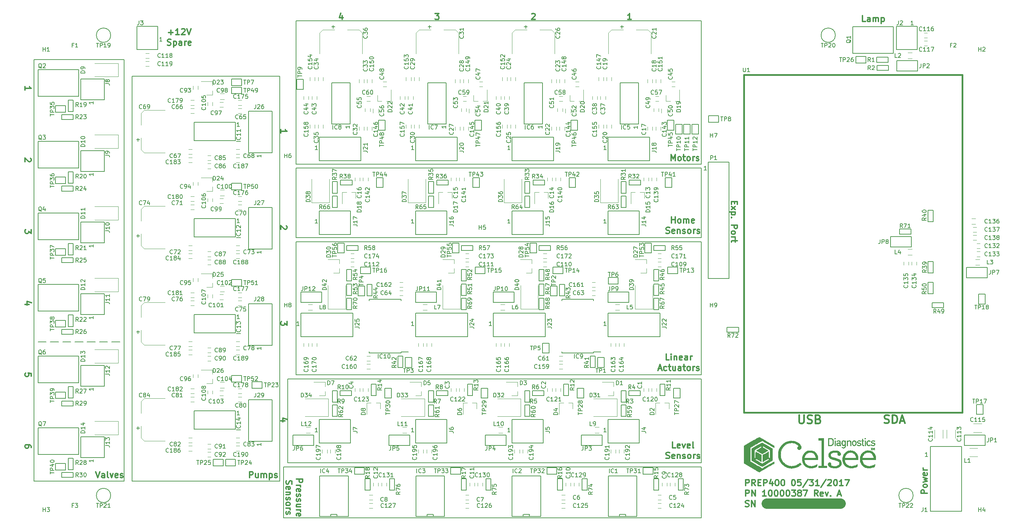
<source format=gbr>
G04 #@! TF.FileFunction,Legend,Top*
%FSLAX46Y46*%
G04 Gerber Fmt 4.6, Leading zero omitted, Abs format (unit mm)*
G04 Created by KiCad (PCBNEW 4.0.5) date 06/08/17 15:42:24*
%MOMM*%
%LPD*%
G01*
G04 APERTURE LIST*
%ADD10C,0.100000*%
%ADD11C,0.300000*%
%ADD12C,0.200000*%
%ADD13C,2.500000*%
%ADD14C,0.152400*%
%ADD15C,0.150000*%
%ADD16C,0.120000*%
%ADD17C,0.127000*%
%ADD18C,0.381000*%
%ADD19C,0.010000*%
%ADD20C,0.203200*%
G04 APERTURE END LIST*
D10*
D11*
X91221429Y-129835715D02*
X90221429Y-129835715D01*
X91792857Y-129478572D02*
X90721429Y-129121429D01*
X90721429Y-130050001D01*
X91721429Y-105550001D02*
X91721429Y-106478572D01*
X91150000Y-105978572D01*
X91150000Y-106192858D01*
X91078571Y-106335715D01*
X91007143Y-106407144D01*
X90864286Y-106478572D01*
X90507143Y-106478572D01*
X90364286Y-106407144D01*
X90292857Y-106335715D01*
X90221429Y-106192858D01*
X90221429Y-105764286D01*
X90292857Y-105621429D01*
X90364286Y-105550001D01*
X91578571Y-82121429D02*
X91650000Y-82192858D01*
X91721429Y-82335715D01*
X91721429Y-82692858D01*
X91650000Y-82835715D01*
X91578571Y-82907144D01*
X91435714Y-82978572D01*
X91292857Y-82978572D01*
X91078571Y-82907144D01*
X90221429Y-82050001D01*
X90221429Y-82978572D01*
X90221429Y-59478572D02*
X90221429Y-58621429D01*
X90221429Y-59050001D02*
X91721429Y-59050001D01*
X91507143Y-58907144D01*
X91364286Y-58764286D01*
X91292857Y-58621429D01*
X29221429Y-136335715D02*
X29221429Y-136050001D01*
X29150000Y-135907144D01*
X29078571Y-135835715D01*
X28864286Y-135692858D01*
X28578571Y-135621429D01*
X28007143Y-135621429D01*
X27864286Y-135692858D01*
X27792857Y-135764286D01*
X27721429Y-135907144D01*
X27721429Y-136192858D01*
X27792857Y-136335715D01*
X27864286Y-136407144D01*
X28007143Y-136478572D01*
X28364286Y-136478572D01*
X28507143Y-136407144D01*
X28578571Y-136335715D01*
X28650000Y-136192858D01*
X28650000Y-135907144D01*
X28578571Y-135764286D01*
X28507143Y-135692858D01*
X28364286Y-135621429D01*
X29221429Y-118907144D02*
X29221429Y-118192858D01*
X28507143Y-118121429D01*
X28578571Y-118192858D01*
X28650000Y-118335715D01*
X28650000Y-118692858D01*
X28578571Y-118835715D01*
X28507143Y-118907144D01*
X28364286Y-118978572D01*
X28007143Y-118978572D01*
X27864286Y-118907144D01*
X27792857Y-118835715D01*
X27721429Y-118692858D01*
X27721429Y-118335715D01*
X27792857Y-118192858D01*
X27864286Y-118121429D01*
D12*
X48900000Y-110550000D02*
X50900000Y-110550000D01*
X45900000Y-110550000D02*
X47900000Y-110550000D01*
X42900000Y-110550000D02*
X44900000Y-110550000D01*
X39900000Y-110550000D02*
X41900000Y-110550000D01*
X36900000Y-110550000D02*
X38900000Y-110550000D01*
X33900000Y-110550000D02*
X35900000Y-110550000D01*
X30900000Y-110550000D02*
X32900000Y-110550000D01*
D11*
X28721429Y-101335715D02*
X27721429Y-101335715D01*
X29292857Y-100978572D02*
X28221429Y-100621429D01*
X28221429Y-101550001D01*
X29221429Y-83050001D02*
X29221429Y-83978572D01*
X28650000Y-83478572D01*
X28650000Y-83692858D01*
X28578571Y-83835715D01*
X28507143Y-83907144D01*
X28364286Y-83978572D01*
X28007143Y-83978572D01*
X27864286Y-83907144D01*
X27792857Y-83835715D01*
X27721429Y-83692858D01*
X27721429Y-83264286D01*
X27792857Y-83121429D01*
X27864286Y-83050001D01*
X29078571Y-65621429D02*
X29150000Y-65692858D01*
X29221429Y-65835715D01*
X29221429Y-66192858D01*
X29150000Y-66335715D01*
X29078571Y-66407144D01*
X28935714Y-66478572D01*
X28792857Y-66478572D01*
X28578571Y-66407144D01*
X27721429Y-65550001D01*
X27721429Y-66478572D01*
X27721429Y-48978572D02*
X27721429Y-48121429D01*
X27721429Y-48550001D02*
X29221429Y-48550001D01*
X29007143Y-48407144D01*
X28864286Y-48264286D01*
X28792857Y-48121429D01*
X105185715Y-30728571D02*
X105185715Y-31728571D01*
X104828572Y-30157143D02*
X104471429Y-31228571D01*
X105400001Y-31228571D01*
X127900001Y-30228571D02*
X128828572Y-30228571D01*
X128328572Y-30800000D01*
X128542858Y-30800000D01*
X128685715Y-30871429D01*
X128757144Y-30942857D01*
X128828572Y-31085714D01*
X128828572Y-31442857D01*
X128757144Y-31585714D01*
X128685715Y-31657143D01*
X128542858Y-31728571D01*
X128114286Y-31728571D01*
X127971429Y-31657143D01*
X127900001Y-31585714D01*
X151471429Y-30371429D02*
X151542858Y-30300000D01*
X151685715Y-30228571D01*
X152042858Y-30228571D01*
X152185715Y-30300000D01*
X152257144Y-30371429D01*
X152328572Y-30514286D01*
X152328572Y-30657143D01*
X152257144Y-30871429D01*
X151400001Y-31728571D01*
X152328572Y-31728571D01*
X175828572Y-31728571D02*
X174971429Y-31728571D01*
X175400001Y-31728571D02*
X175400001Y-30228571D01*
X175257144Y-30442857D01*
X175114286Y-30585714D01*
X174971429Y-30657143D01*
D12*
X91900000Y-153550000D02*
X90900000Y-153550000D01*
X91900000Y-141050000D02*
X90900000Y-141050000D01*
D11*
X201007143Y-76192857D02*
X201007143Y-76692857D01*
X200221429Y-76907143D02*
X200221429Y-76192857D01*
X201721429Y-76192857D01*
X201721429Y-76907143D01*
X200221429Y-77407143D02*
X201221429Y-78192857D01*
X201221429Y-77407143D02*
X200221429Y-78192857D01*
X201221429Y-78764286D02*
X199721429Y-78764286D01*
X201150000Y-78764286D02*
X201221429Y-78907143D01*
X201221429Y-79192857D01*
X201150000Y-79335714D01*
X201078571Y-79407143D01*
X200935714Y-79478572D01*
X200507143Y-79478572D01*
X200364286Y-79407143D01*
X200292857Y-79335714D01*
X200221429Y-79192857D01*
X200221429Y-78907143D01*
X200292857Y-78764286D01*
X200364286Y-80121429D02*
X200292857Y-80192857D01*
X200221429Y-80121429D01*
X200292857Y-80050000D01*
X200364286Y-80121429D01*
X200221429Y-80121429D01*
X200221429Y-81978572D02*
X201721429Y-81978572D01*
X201721429Y-82550000D01*
X201650000Y-82692858D01*
X201578571Y-82764286D01*
X201435714Y-82835715D01*
X201221429Y-82835715D01*
X201078571Y-82764286D01*
X201007143Y-82692858D01*
X200935714Y-82550000D01*
X200935714Y-81978572D01*
X200221429Y-83692858D02*
X200292857Y-83550000D01*
X200364286Y-83478572D01*
X200507143Y-83407143D01*
X200935714Y-83407143D01*
X201078571Y-83478572D01*
X201150000Y-83550000D01*
X201221429Y-83692858D01*
X201221429Y-83907143D01*
X201150000Y-84050000D01*
X201078571Y-84121429D01*
X200935714Y-84192858D01*
X200507143Y-84192858D01*
X200364286Y-84121429D01*
X200292857Y-84050000D01*
X200221429Y-83907143D01*
X200221429Y-83692858D01*
X200221429Y-84835715D02*
X201221429Y-84835715D01*
X200935714Y-84835715D02*
X201078571Y-84907143D01*
X201150000Y-84978572D01*
X201221429Y-85121429D01*
X201221429Y-85264286D01*
X201221429Y-85550000D02*
X201221429Y-86121429D01*
X201721429Y-85764286D02*
X200435714Y-85764286D01*
X200292857Y-85835714D01*
X200221429Y-85978572D01*
X200221429Y-86121429D01*
X248078571Y-147514285D02*
X246578571Y-147514285D01*
X246578571Y-146942857D01*
X246650000Y-146799999D01*
X246721429Y-146728571D01*
X246864286Y-146657142D01*
X247078571Y-146657142D01*
X247221429Y-146728571D01*
X247292857Y-146799999D01*
X247364286Y-146942857D01*
X247364286Y-147514285D01*
X248078571Y-145799999D02*
X248007143Y-145942857D01*
X247935714Y-146014285D01*
X247792857Y-146085714D01*
X247364286Y-146085714D01*
X247221429Y-146014285D01*
X247150000Y-145942857D01*
X247078571Y-145799999D01*
X247078571Y-145585714D01*
X247150000Y-145442857D01*
X247221429Y-145371428D01*
X247364286Y-145299999D01*
X247792857Y-145299999D01*
X247935714Y-145371428D01*
X248007143Y-145442857D01*
X248078571Y-145585714D01*
X248078571Y-145799999D01*
X247078571Y-144799999D02*
X248078571Y-144514285D01*
X247364286Y-144228571D01*
X248078571Y-143942856D01*
X247078571Y-143657142D01*
X248007143Y-142514285D02*
X248078571Y-142657142D01*
X248078571Y-142942856D01*
X248007143Y-143085713D01*
X247864286Y-143157142D01*
X247292857Y-143157142D01*
X247150000Y-143085713D01*
X247078571Y-142942856D01*
X247078571Y-142657142D01*
X247150000Y-142514285D01*
X247292857Y-142442856D01*
X247435714Y-142442856D01*
X247578571Y-143157142D01*
X248078571Y-141799999D02*
X247078571Y-141799999D01*
X247364286Y-141799999D02*
X247221429Y-141728571D01*
X247150000Y-141657142D01*
X247078571Y-141514285D01*
X247078571Y-141371428D01*
X93996429Y-144050001D02*
X95496429Y-144050001D01*
X95496429Y-144621429D01*
X95425000Y-144764287D01*
X95353571Y-144835715D01*
X95210714Y-144907144D01*
X94996429Y-144907144D01*
X94853571Y-144835715D01*
X94782143Y-144764287D01*
X94710714Y-144621429D01*
X94710714Y-144050001D01*
X93996429Y-145550001D02*
X94996429Y-145550001D01*
X94710714Y-145550001D02*
X94853571Y-145621429D01*
X94925000Y-145692858D01*
X94996429Y-145835715D01*
X94996429Y-145978572D01*
X94067857Y-147050000D02*
X93996429Y-146907143D01*
X93996429Y-146621429D01*
X94067857Y-146478572D01*
X94210714Y-146407143D01*
X94782143Y-146407143D01*
X94925000Y-146478572D01*
X94996429Y-146621429D01*
X94996429Y-146907143D01*
X94925000Y-147050000D01*
X94782143Y-147121429D01*
X94639286Y-147121429D01*
X94496429Y-146407143D01*
X94067857Y-147692857D02*
X93996429Y-147835714D01*
X93996429Y-148121429D01*
X94067857Y-148264286D01*
X94210714Y-148335714D01*
X94282143Y-148335714D01*
X94425000Y-148264286D01*
X94496429Y-148121429D01*
X94496429Y-147907143D01*
X94567857Y-147764286D01*
X94710714Y-147692857D01*
X94782143Y-147692857D01*
X94925000Y-147764286D01*
X94996429Y-147907143D01*
X94996429Y-148121429D01*
X94925000Y-148264286D01*
X94067857Y-148907143D02*
X93996429Y-149050000D01*
X93996429Y-149335715D01*
X94067857Y-149478572D01*
X94210714Y-149550000D01*
X94282143Y-149550000D01*
X94425000Y-149478572D01*
X94496429Y-149335715D01*
X94496429Y-149121429D01*
X94567857Y-148978572D01*
X94710714Y-148907143D01*
X94782143Y-148907143D01*
X94925000Y-148978572D01*
X94996429Y-149121429D01*
X94996429Y-149335715D01*
X94925000Y-149478572D01*
X94996429Y-150835715D02*
X93996429Y-150835715D01*
X94996429Y-150192858D02*
X94210714Y-150192858D01*
X94067857Y-150264286D01*
X93996429Y-150407144D01*
X93996429Y-150621429D01*
X94067857Y-150764286D01*
X94139286Y-150835715D01*
X93996429Y-151550001D02*
X94996429Y-151550001D01*
X94710714Y-151550001D02*
X94853571Y-151621429D01*
X94925000Y-151692858D01*
X94996429Y-151835715D01*
X94996429Y-151978572D01*
X94067857Y-153050000D02*
X93996429Y-152907143D01*
X93996429Y-152621429D01*
X94067857Y-152478572D01*
X94210714Y-152407143D01*
X94782143Y-152407143D01*
X94925000Y-152478572D01*
X94996429Y-152621429D01*
X94996429Y-152907143D01*
X94925000Y-153050000D01*
X94782143Y-153121429D01*
X94639286Y-153121429D01*
X94496429Y-152407143D01*
X91517857Y-144442857D02*
X91446429Y-144657143D01*
X91446429Y-145014286D01*
X91517857Y-145157143D01*
X91589286Y-145228572D01*
X91732143Y-145300000D01*
X91875000Y-145300000D01*
X92017857Y-145228572D01*
X92089286Y-145157143D01*
X92160714Y-145014286D01*
X92232143Y-144728572D01*
X92303571Y-144585714D01*
X92375000Y-144514286D01*
X92517857Y-144442857D01*
X92660714Y-144442857D01*
X92803571Y-144514286D01*
X92875000Y-144585714D01*
X92946429Y-144728572D01*
X92946429Y-145085714D01*
X92875000Y-145300000D01*
X91517857Y-146514285D02*
X91446429Y-146371428D01*
X91446429Y-146085714D01*
X91517857Y-145942857D01*
X91660714Y-145871428D01*
X92232143Y-145871428D01*
X92375000Y-145942857D01*
X92446429Y-146085714D01*
X92446429Y-146371428D01*
X92375000Y-146514285D01*
X92232143Y-146585714D01*
X92089286Y-146585714D01*
X91946429Y-145871428D01*
X92446429Y-147228571D02*
X91446429Y-147228571D01*
X92303571Y-147228571D02*
X92375000Y-147299999D01*
X92446429Y-147442857D01*
X92446429Y-147657142D01*
X92375000Y-147799999D01*
X92232143Y-147871428D01*
X91446429Y-147871428D01*
X91517857Y-148514285D02*
X91446429Y-148657142D01*
X91446429Y-148942857D01*
X91517857Y-149085714D01*
X91660714Y-149157142D01*
X91732143Y-149157142D01*
X91875000Y-149085714D01*
X91946429Y-148942857D01*
X91946429Y-148728571D01*
X92017857Y-148585714D01*
X92160714Y-148514285D01*
X92232143Y-148514285D01*
X92375000Y-148585714D01*
X92446429Y-148728571D01*
X92446429Y-148942857D01*
X92375000Y-149085714D01*
X91446429Y-150014286D02*
X91517857Y-149871428D01*
X91589286Y-149800000D01*
X91732143Y-149728571D01*
X92160714Y-149728571D01*
X92303571Y-149800000D01*
X92375000Y-149871428D01*
X92446429Y-150014286D01*
X92446429Y-150228571D01*
X92375000Y-150371428D01*
X92303571Y-150442857D01*
X92160714Y-150514286D01*
X91732143Y-150514286D01*
X91589286Y-150442857D01*
X91517857Y-150371428D01*
X91446429Y-150228571D01*
X91446429Y-150014286D01*
X91446429Y-151157143D02*
X92446429Y-151157143D01*
X92160714Y-151157143D02*
X92303571Y-151228571D01*
X92375000Y-151300000D01*
X92446429Y-151442857D01*
X92446429Y-151585714D01*
X91517857Y-152014285D02*
X91446429Y-152157142D01*
X91446429Y-152442857D01*
X91517857Y-152585714D01*
X91660714Y-152657142D01*
X91732143Y-152657142D01*
X91875000Y-152585714D01*
X91946429Y-152442857D01*
X91946429Y-152228571D01*
X92017857Y-152085714D01*
X92160714Y-152014285D01*
X92232143Y-152014285D01*
X92375000Y-152085714D01*
X92446429Y-152228571D01*
X92446429Y-152442857D01*
X92375000Y-152585714D01*
X186614287Y-136453571D02*
X185900001Y-136453571D01*
X185900001Y-134953571D01*
X187685715Y-136382143D02*
X187542858Y-136453571D01*
X187257144Y-136453571D01*
X187114287Y-136382143D01*
X187042858Y-136239286D01*
X187042858Y-135667857D01*
X187114287Y-135525000D01*
X187257144Y-135453571D01*
X187542858Y-135453571D01*
X187685715Y-135525000D01*
X187757144Y-135667857D01*
X187757144Y-135810714D01*
X187042858Y-135953571D01*
X188257144Y-135453571D02*
X188614287Y-136453571D01*
X188971429Y-135453571D01*
X190114286Y-136382143D02*
X189971429Y-136453571D01*
X189685715Y-136453571D01*
X189542858Y-136382143D01*
X189471429Y-136239286D01*
X189471429Y-135667857D01*
X189542858Y-135525000D01*
X189685715Y-135453571D01*
X189971429Y-135453571D01*
X190114286Y-135525000D01*
X190185715Y-135667857D01*
X190185715Y-135810714D01*
X189471429Y-135953571D01*
X191042858Y-136453571D02*
X190900000Y-136382143D01*
X190828572Y-136239286D01*
X190828572Y-134953571D01*
X184292857Y-138932143D02*
X184507143Y-139003571D01*
X184864286Y-139003571D01*
X185007143Y-138932143D01*
X185078572Y-138860714D01*
X185150000Y-138717857D01*
X185150000Y-138575000D01*
X185078572Y-138432143D01*
X185007143Y-138360714D01*
X184864286Y-138289286D01*
X184578572Y-138217857D01*
X184435714Y-138146429D01*
X184364286Y-138075000D01*
X184292857Y-137932143D01*
X184292857Y-137789286D01*
X184364286Y-137646429D01*
X184435714Y-137575000D01*
X184578572Y-137503571D01*
X184935714Y-137503571D01*
X185150000Y-137575000D01*
X186364285Y-138932143D02*
X186221428Y-139003571D01*
X185935714Y-139003571D01*
X185792857Y-138932143D01*
X185721428Y-138789286D01*
X185721428Y-138217857D01*
X185792857Y-138075000D01*
X185935714Y-138003571D01*
X186221428Y-138003571D01*
X186364285Y-138075000D01*
X186435714Y-138217857D01*
X186435714Y-138360714D01*
X185721428Y-138503571D01*
X187078571Y-138003571D02*
X187078571Y-139003571D01*
X187078571Y-138146429D02*
X187149999Y-138075000D01*
X187292857Y-138003571D01*
X187507142Y-138003571D01*
X187649999Y-138075000D01*
X187721428Y-138217857D01*
X187721428Y-139003571D01*
X188364285Y-138932143D02*
X188507142Y-139003571D01*
X188792857Y-139003571D01*
X188935714Y-138932143D01*
X189007142Y-138789286D01*
X189007142Y-138717857D01*
X188935714Y-138575000D01*
X188792857Y-138503571D01*
X188578571Y-138503571D01*
X188435714Y-138432143D01*
X188364285Y-138289286D01*
X188364285Y-138217857D01*
X188435714Y-138075000D01*
X188578571Y-138003571D01*
X188792857Y-138003571D01*
X188935714Y-138075000D01*
X189864286Y-139003571D02*
X189721428Y-138932143D01*
X189650000Y-138860714D01*
X189578571Y-138717857D01*
X189578571Y-138289286D01*
X189650000Y-138146429D01*
X189721428Y-138075000D01*
X189864286Y-138003571D01*
X190078571Y-138003571D01*
X190221428Y-138075000D01*
X190292857Y-138146429D01*
X190364286Y-138289286D01*
X190364286Y-138717857D01*
X190292857Y-138860714D01*
X190221428Y-138932143D01*
X190078571Y-139003571D01*
X189864286Y-139003571D01*
X191007143Y-139003571D02*
X191007143Y-138003571D01*
X191007143Y-138289286D02*
X191078571Y-138146429D01*
X191150000Y-138075000D01*
X191292857Y-138003571D01*
X191435714Y-138003571D01*
X191864285Y-138932143D02*
X192007142Y-139003571D01*
X192292857Y-139003571D01*
X192435714Y-138932143D01*
X192507142Y-138789286D01*
X192507142Y-138717857D01*
X192435714Y-138575000D01*
X192292857Y-138503571D01*
X192078571Y-138503571D01*
X191935714Y-138432143D01*
X191864285Y-138289286D01*
X191864285Y-138217857D01*
X191935714Y-138075000D01*
X192078571Y-138003571D01*
X192292857Y-138003571D01*
X192435714Y-138075000D01*
X185042858Y-114953571D02*
X184328572Y-114953571D01*
X184328572Y-113453571D01*
X185542858Y-114953571D02*
X185542858Y-113953571D01*
X185542858Y-113453571D02*
X185471429Y-113525000D01*
X185542858Y-113596429D01*
X185614286Y-113525000D01*
X185542858Y-113453571D01*
X185542858Y-113596429D01*
X186257144Y-113953571D02*
X186257144Y-114953571D01*
X186257144Y-114096429D02*
X186328572Y-114025000D01*
X186471430Y-113953571D01*
X186685715Y-113953571D01*
X186828572Y-114025000D01*
X186900001Y-114167857D01*
X186900001Y-114953571D01*
X188185715Y-114882143D02*
X188042858Y-114953571D01*
X187757144Y-114953571D01*
X187614287Y-114882143D01*
X187542858Y-114739286D01*
X187542858Y-114167857D01*
X187614287Y-114025000D01*
X187757144Y-113953571D01*
X188042858Y-113953571D01*
X188185715Y-114025000D01*
X188257144Y-114167857D01*
X188257144Y-114310714D01*
X187542858Y-114453571D01*
X189542858Y-114953571D02*
X189542858Y-114167857D01*
X189471429Y-114025000D01*
X189328572Y-113953571D01*
X189042858Y-113953571D01*
X188900001Y-114025000D01*
X189542858Y-114882143D02*
X189400001Y-114953571D01*
X189042858Y-114953571D01*
X188900001Y-114882143D01*
X188828572Y-114739286D01*
X188828572Y-114596429D01*
X188900001Y-114453571D01*
X189042858Y-114382143D01*
X189400001Y-114382143D01*
X189542858Y-114310714D01*
X190257144Y-114953571D02*
X190257144Y-113953571D01*
X190257144Y-114239286D02*
X190328572Y-114096429D01*
X190400001Y-114025000D01*
X190542858Y-113953571D01*
X190685715Y-113953571D01*
X182435714Y-117075000D02*
X183150000Y-117075000D01*
X182292857Y-117503571D02*
X182792857Y-116003571D01*
X183292857Y-117503571D01*
X184435714Y-117432143D02*
X184292857Y-117503571D01*
X184007143Y-117503571D01*
X183864285Y-117432143D01*
X183792857Y-117360714D01*
X183721428Y-117217857D01*
X183721428Y-116789286D01*
X183792857Y-116646429D01*
X183864285Y-116575000D01*
X184007143Y-116503571D01*
X184292857Y-116503571D01*
X184435714Y-116575000D01*
X184864285Y-116503571D02*
X185435714Y-116503571D01*
X185078571Y-116003571D02*
X185078571Y-117289286D01*
X185149999Y-117432143D01*
X185292857Y-117503571D01*
X185435714Y-117503571D01*
X186578571Y-116503571D02*
X186578571Y-117503571D01*
X185935714Y-116503571D02*
X185935714Y-117289286D01*
X186007142Y-117432143D01*
X186150000Y-117503571D01*
X186364285Y-117503571D01*
X186507142Y-117432143D01*
X186578571Y-117360714D01*
X187935714Y-117503571D02*
X187935714Y-116717857D01*
X187864285Y-116575000D01*
X187721428Y-116503571D01*
X187435714Y-116503571D01*
X187292857Y-116575000D01*
X187935714Y-117432143D02*
X187792857Y-117503571D01*
X187435714Y-117503571D01*
X187292857Y-117432143D01*
X187221428Y-117289286D01*
X187221428Y-117146429D01*
X187292857Y-117003571D01*
X187435714Y-116932143D01*
X187792857Y-116932143D01*
X187935714Y-116860714D01*
X188435714Y-116503571D02*
X189007143Y-116503571D01*
X188650000Y-116003571D02*
X188650000Y-117289286D01*
X188721428Y-117432143D01*
X188864286Y-117503571D01*
X189007143Y-117503571D01*
X189721429Y-117503571D02*
X189578571Y-117432143D01*
X189507143Y-117360714D01*
X189435714Y-117217857D01*
X189435714Y-116789286D01*
X189507143Y-116646429D01*
X189578571Y-116575000D01*
X189721429Y-116503571D01*
X189935714Y-116503571D01*
X190078571Y-116575000D01*
X190150000Y-116646429D01*
X190221429Y-116789286D01*
X190221429Y-117217857D01*
X190150000Y-117360714D01*
X190078571Y-117432143D01*
X189935714Y-117503571D01*
X189721429Y-117503571D01*
X190864286Y-117503571D02*
X190864286Y-116503571D01*
X190864286Y-116789286D02*
X190935714Y-116646429D01*
X191007143Y-116575000D01*
X191150000Y-116503571D01*
X191292857Y-116503571D01*
X191721428Y-117432143D02*
X191864285Y-117503571D01*
X192150000Y-117503571D01*
X192292857Y-117432143D01*
X192364285Y-117289286D01*
X192364285Y-117217857D01*
X192292857Y-117075000D01*
X192150000Y-117003571D01*
X191935714Y-117003571D01*
X191792857Y-116932143D01*
X191721428Y-116789286D01*
X191721428Y-116717857D01*
X191792857Y-116575000D01*
X191935714Y-116503571D01*
X192150000Y-116503571D01*
X192292857Y-116575000D01*
X185650000Y-81453571D02*
X185650000Y-79953571D01*
X185650000Y-80667857D02*
X186507143Y-80667857D01*
X186507143Y-81453571D02*
X186507143Y-79953571D01*
X187435715Y-81453571D02*
X187292857Y-81382143D01*
X187221429Y-81310714D01*
X187150000Y-81167857D01*
X187150000Y-80739286D01*
X187221429Y-80596429D01*
X187292857Y-80525000D01*
X187435715Y-80453571D01*
X187650000Y-80453571D01*
X187792857Y-80525000D01*
X187864286Y-80596429D01*
X187935715Y-80739286D01*
X187935715Y-81167857D01*
X187864286Y-81310714D01*
X187792857Y-81382143D01*
X187650000Y-81453571D01*
X187435715Y-81453571D01*
X188578572Y-81453571D02*
X188578572Y-80453571D01*
X188578572Y-80596429D02*
X188650000Y-80525000D01*
X188792858Y-80453571D01*
X189007143Y-80453571D01*
X189150000Y-80525000D01*
X189221429Y-80667857D01*
X189221429Y-81453571D01*
X189221429Y-80667857D02*
X189292858Y-80525000D01*
X189435715Y-80453571D01*
X189650000Y-80453571D01*
X189792858Y-80525000D01*
X189864286Y-80667857D01*
X189864286Y-81453571D01*
X191150000Y-81382143D02*
X191007143Y-81453571D01*
X190721429Y-81453571D01*
X190578572Y-81382143D01*
X190507143Y-81239286D01*
X190507143Y-80667857D01*
X190578572Y-80525000D01*
X190721429Y-80453571D01*
X191007143Y-80453571D01*
X191150000Y-80525000D01*
X191221429Y-80667857D01*
X191221429Y-80810714D01*
X190507143Y-80953571D01*
X184292857Y-83932143D02*
X184507143Y-84003571D01*
X184864286Y-84003571D01*
X185007143Y-83932143D01*
X185078572Y-83860714D01*
X185150000Y-83717857D01*
X185150000Y-83575000D01*
X185078572Y-83432143D01*
X185007143Y-83360714D01*
X184864286Y-83289286D01*
X184578572Y-83217857D01*
X184435714Y-83146429D01*
X184364286Y-83075000D01*
X184292857Y-82932143D01*
X184292857Y-82789286D01*
X184364286Y-82646429D01*
X184435714Y-82575000D01*
X184578572Y-82503571D01*
X184935714Y-82503571D01*
X185150000Y-82575000D01*
X186364285Y-83932143D02*
X186221428Y-84003571D01*
X185935714Y-84003571D01*
X185792857Y-83932143D01*
X185721428Y-83789286D01*
X185721428Y-83217857D01*
X185792857Y-83075000D01*
X185935714Y-83003571D01*
X186221428Y-83003571D01*
X186364285Y-83075000D01*
X186435714Y-83217857D01*
X186435714Y-83360714D01*
X185721428Y-83503571D01*
X187078571Y-83003571D02*
X187078571Y-84003571D01*
X187078571Y-83146429D02*
X187149999Y-83075000D01*
X187292857Y-83003571D01*
X187507142Y-83003571D01*
X187649999Y-83075000D01*
X187721428Y-83217857D01*
X187721428Y-84003571D01*
X188364285Y-83932143D02*
X188507142Y-84003571D01*
X188792857Y-84003571D01*
X188935714Y-83932143D01*
X189007142Y-83789286D01*
X189007142Y-83717857D01*
X188935714Y-83575000D01*
X188792857Y-83503571D01*
X188578571Y-83503571D01*
X188435714Y-83432143D01*
X188364285Y-83289286D01*
X188364285Y-83217857D01*
X188435714Y-83075000D01*
X188578571Y-83003571D01*
X188792857Y-83003571D01*
X188935714Y-83075000D01*
X189864286Y-84003571D02*
X189721428Y-83932143D01*
X189650000Y-83860714D01*
X189578571Y-83717857D01*
X189578571Y-83289286D01*
X189650000Y-83146429D01*
X189721428Y-83075000D01*
X189864286Y-83003571D01*
X190078571Y-83003571D01*
X190221428Y-83075000D01*
X190292857Y-83146429D01*
X190364286Y-83289286D01*
X190364286Y-83717857D01*
X190292857Y-83860714D01*
X190221428Y-83932143D01*
X190078571Y-84003571D01*
X189864286Y-84003571D01*
X191007143Y-84003571D02*
X191007143Y-83003571D01*
X191007143Y-83289286D02*
X191078571Y-83146429D01*
X191150000Y-83075000D01*
X191292857Y-83003571D01*
X191435714Y-83003571D01*
X191864285Y-83932143D02*
X192007142Y-84003571D01*
X192292857Y-84003571D01*
X192435714Y-83932143D01*
X192507142Y-83789286D01*
X192507142Y-83717857D01*
X192435714Y-83575000D01*
X192292857Y-83503571D01*
X192078571Y-83503571D01*
X191935714Y-83432143D01*
X191864285Y-83289286D01*
X191864285Y-83217857D01*
X191935714Y-83075000D01*
X192078571Y-83003571D01*
X192292857Y-83003571D01*
X192435714Y-83075000D01*
X185542857Y-66228571D02*
X185542857Y-64728571D01*
X186042857Y-65800000D01*
X186542857Y-64728571D01*
X186542857Y-66228571D01*
X187471429Y-66228571D02*
X187328571Y-66157143D01*
X187257143Y-66085714D01*
X187185714Y-65942857D01*
X187185714Y-65514286D01*
X187257143Y-65371429D01*
X187328571Y-65300000D01*
X187471429Y-65228571D01*
X187685714Y-65228571D01*
X187828571Y-65300000D01*
X187900000Y-65371429D01*
X187971429Y-65514286D01*
X187971429Y-65942857D01*
X187900000Y-66085714D01*
X187828571Y-66157143D01*
X187685714Y-66228571D01*
X187471429Y-66228571D01*
X188400000Y-65228571D02*
X188971429Y-65228571D01*
X188614286Y-64728571D02*
X188614286Y-66014286D01*
X188685714Y-66157143D01*
X188828572Y-66228571D01*
X188971429Y-66228571D01*
X189685715Y-66228571D02*
X189542857Y-66157143D01*
X189471429Y-66085714D01*
X189400000Y-65942857D01*
X189400000Y-65514286D01*
X189471429Y-65371429D01*
X189542857Y-65300000D01*
X189685715Y-65228571D01*
X189900000Y-65228571D01*
X190042857Y-65300000D01*
X190114286Y-65371429D01*
X190185715Y-65514286D01*
X190185715Y-65942857D01*
X190114286Y-66085714D01*
X190042857Y-66157143D01*
X189900000Y-66228571D01*
X189685715Y-66228571D01*
X190828572Y-66228571D02*
X190828572Y-65228571D01*
X190828572Y-65514286D02*
X190900000Y-65371429D01*
X190971429Y-65300000D01*
X191114286Y-65228571D01*
X191257143Y-65228571D01*
X191685714Y-66157143D02*
X191828571Y-66228571D01*
X192114286Y-66228571D01*
X192257143Y-66157143D01*
X192328571Y-66014286D01*
X192328571Y-65942857D01*
X192257143Y-65800000D01*
X192114286Y-65728571D01*
X191900000Y-65728571D01*
X191757143Y-65657143D01*
X191685714Y-65514286D01*
X191685714Y-65442857D01*
X191757143Y-65300000D01*
X191900000Y-65228571D01*
X192114286Y-65228571D01*
X192257143Y-65300000D01*
X82542857Y-143728571D02*
X82542857Y-142228571D01*
X83114285Y-142228571D01*
X83257143Y-142300000D01*
X83328571Y-142371429D01*
X83400000Y-142514286D01*
X83400000Y-142728571D01*
X83328571Y-142871429D01*
X83257143Y-142942857D01*
X83114285Y-143014286D01*
X82542857Y-143014286D01*
X84685714Y-142728571D02*
X84685714Y-143728571D01*
X84042857Y-142728571D02*
X84042857Y-143514286D01*
X84114285Y-143657143D01*
X84257143Y-143728571D01*
X84471428Y-143728571D01*
X84614285Y-143657143D01*
X84685714Y-143585714D01*
X85400000Y-143728571D02*
X85400000Y-142728571D01*
X85400000Y-142871429D02*
X85471428Y-142800000D01*
X85614286Y-142728571D01*
X85828571Y-142728571D01*
X85971428Y-142800000D01*
X86042857Y-142942857D01*
X86042857Y-143728571D01*
X86042857Y-142942857D02*
X86114286Y-142800000D01*
X86257143Y-142728571D01*
X86471428Y-142728571D01*
X86614286Y-142800000D01*
X86685714Y-142942857D01*
X86685714Y-143728571D01*
X87400000Y-142728571D02*
X87400000Y-144228571D01*
X87400000Y-142800000D02*
X87542857Y-142728571D01*
X87828571Y-142728571D01*
X87971428Y-142800000D01*
X88042857Y-142871429D01*
X88114286Y-143014286D01*
X88114286Y-143442857D01*
X88042857Y-143585714D01*
X87971428Y-143657143D01*
X87828571Y-143728571D01*
X87542857Y-143728571D01*
X87400000Y-143657143D01*
X88685714Y-143657143D02*
X88828571Y-143728571D01*
X89114286Y-143728571D01*
X89257143Y-143657143D01*
X89328571Y-143514286D01*
X89328571Y-143442857D01*
X89257143Y-143300000D01*
X89114286Y-143228571D01*
X88900000Y-143228571D01*
X88757143Y-143157143D01*
X88685714Y-143014286D01*
X88685714Y-142942857D01*
X88757143Y-142800000D01*
X88900000Y-142728571D01*
X89114286Y-142728571D01*
X89257143Y-142800000D01*
X45007143Y-142228571D02*
X45507143Y-143728571D01*
X46007143Y-142228571D01*
X47150000Y-143728571D02*
X47150000Y-142942857D01*
X47078571Y-142800000D01*
X46935714Y-142728571D01*
X46650000Y-142728571D01*
X46507143Y-142800000D01*
X47150000Y-143657143D02*
X47007143Y-143728571D01*
X46650000Y-143728571D01*
X46507143Y-143657143D01*
X46435714Y-143514286D01*
X46435714Y-143371429D01*
X46507143Y-143228571D01*
X46650000Y-143157143D01*
X47007143Y-143157143D01*
X47150000Y-143085714D01*
X48078572Y-143728571D02*
X47935714Y-143657143D01*
X47864286Y-143514286D01*
X47864286Y-142228571D01*
X48507143Y-142728571D02*
X48864286Y-143728571D01*
X49221428Y-142728571D01*
X50364285Y-143657143D02*
X50221428Y-143728571D01*
X49935714Y-143728571D01*
X49792857Y-143657143D01*
X49721428Y-143514286D01*
X49721428Y-142942857D01*
X49792857Y-142800000D01*
X49935714Y-142728571D01*
X50221428Y-142728571D01*
X50364285Y-142800000D01*
X50435714Y-142942857D01*
X50435714Y-143085714D01*
X49721428Y-143228571D01*
X51007142Y-143657143D02*
X51149999Y-143728571D01*
X51435714Y-143728571D01*
X51578571Y-143657143D01*
X51649999Y-143514286D01*
X51649999Y-143442857D01*
X51578571Y-143300000D01*
X51435714Y-143228571D01*
X51221428Y-143228571D01*
X51078571Y-143157143D01*
X51007142Y-143014286D01*
X51007142Y-142942857D01*
X51078571Y-142800000D01*
X51221428Y-142728571D01*
X51435714Y-142728571D01*
X51578571Y-142800000D01*
X62757144Y-34882143D02*
X63900001Y-34882143D01*
X63328572Y-35453571D02*
X63328572Y-34310714D01*
X65400001Y-35453571D02*
X64542858Y-35453571D01*
X64971430Y-35453571D02*
X64971430Y-33953571D01*
X64828573Y-34167857D01*
X64685715Y-34310714D01*
X64542858Y-34382143D01*
X65971429Y-34096429D02*
X66042858Y-34025000D01*
X66185715Y-33953571D01*
X66542858Y-33953571D01*
X66685715Y-34025000D01*
X66757144Y-34096429D01*
X66828572Y-34239286D01*
X66828572Y-34382143D01*
X66757144Y-34596429D01*
X65900001Y-35453571D01*
X66828572Y-35453571D01*
X67257143Y-33953571D02*
X67757143Y-35453571D01*
X68257143Y-33953571D01*
X62507143Y-37932143D02*
X62721429Y-38003571D01*
X63078572Y-38003571D01*
X63221429Y-37932143D01*
X63292858Y-37860714D01*
X63364286Y-37717857D01*
X63364286Y-37575000D01*
X63292858Y-37432143D01*
X63221429Y-37360714D01*
X63078572Y-37289286D01*
X62792858Y-37217857D01*
X62650000Y-37146429D01*
X62578572Y-37075000D01*
X62507143Y-36932143D01*
X62507143Y-36789286D01*
X62578572Y-36646429D01*
X62650000Y-36575000D01*
X62792858Y-36503571D01*
X63150000Y-36503571D01*
X63364286Y-36575000D01*
X64007143Y-37003571D02*
X64007143Y-38503571D01*
X64007143Y-37075000D02*
X64150000Y-37003571D01*
X64435714Y-37003571D01*
X64578571Y-37075000D01*
X64650000Y-37146429D01*
X64721429Y-37289286D01*
X64721429Y-37717857D01*
X64650000Y-37860714D01*
X64578571Y-37932143D01*
X64435714Y-38003571D01*
X64150000Y-38003571D01*
X64007143Y-37932143D01*
X66007143Y-38003571D02*
X66007143Y-37217857D01*
X65935714Y-37075000D01*
X65792857Y-37003571D01*
X65507143Y-37003571D01*
X65364286Y-37075000D01*
X66007143Y-37932143D02*
X65864286Y-38003571D01*
X65507143Y-38003571D01*
X65364286Y-37932143D01*
X65292857Y-37789286D01*
X65292857Y-37646429D01*
X65364286Y-37503571D01*
X65507143Y-37432143D01*
X65864286Y-37432143D01*
X66007143Y-37360714D01*
X66721429Y-38003571D02*
X66721429Y-37003571D01*
X66721429Y-37289286D02*
X66792857Y-37146429D01*
X66864286Y-37075000D01*
X67007143Y-37003571D01*
X67150000Y-37003571D01*
X68221428Y-37932143D02*
X68078571Y-38003571D01*
X67792857Y-38003571D01*
X67650000Y-37932143D01*
X67578571Y-37789286D01*
X67578571Y-37217857D01*
X67650000Y-37075000D01*
X67792857Y-37003571D01*
X68078571Y-37003571D01*
X68221428Y-37075000D01*
X68292857Y-37217857D01*
X68292857Y-37360714D01*
X67578571Y-37503571D01*
X233007143Y-32228571D02*
X232292857Y-32228571D01*
X232292857Y-30728571D01*
X234150000Y-32228571D02*
X234150000Y-31442857D01*
X234078571Y-31300000D01*
X233935714Y-31228571D01*
X233650000Y-31228571D01*
X233507143Y-31300000D01*
X234150000Y-32157143D02*
X234007143Y-32228571D01*
X233650000Y-32228571D01*
X233507143Y-32157143D01*
X233435714Y-32014286D01*
X233435714Y-31871429D01*
X233507143Y-31728571D01*
X233650000Y-31657143D01*
X234007143Y-31657143D01*
X234150000Y-31585714D01*
X234864286Y-32228571D02*
X234864286Y-31228571D01*
X234864286Y-31371429D02*
X234935714Y-31300000D01*
X235078572Y-31228571D01*
X235292857Y-31228571D01*
X235435714Y-31300000D01*
X235507143Y-31442857D01*
X235507143Y-32228571D01*
X235507143Y-31442857D02*
X235578572Y-31300000D01*
X235721429Y-31228571D01*
X235935714Y-31228571D01*
X236078572Y-31300000D01*
X236150000Y-31442857D01*
X236150000Y-32228571D01*
X236864286Y-31228571D02*
X236864286Y-32728571D01*
X236864286Y-31300000D02*
X237007143Y-31228571D01*
X237292857Y-31228571D01*
X237435714Y-31300000D01*
X237507143Y-31371429D01*
X237578572Y-31514286D01*
X237578572Y-31942857D01*
X237507143Y-32085714D01*
X237435714Y-32157143D01*
X237292857Y-32228571D01*
X237007143Y-32228571D01*
X236864286Y-32157143D01*
D12*
X53900000Y-45550000D02*
X53900000Y-144550000D01*
X89900000Y-45550000D02*
X53900000Y-45550000D01*
X89900000Y-144550000D02*
X89900000Y-45550000D01*
X53900000Y-144550000D02*
X89900000Y-144550000D01*
X29900000Y-41550000D02*
X29900000Y-144550000D01*
X51900000Y-41550000D02*
X29900000Y-41550000D01*
X51900000Y-144550000D02*
X51900000Y-41550000D01*
X29900000Y-144550000D02*
X51900000Y-144550000D01*
X192900000Y-141050000D02*
X91900000Y-141050000D01*
X192900000Y-153550000D02*
X192900000Y-141050000D01*
X91900000Y-153550000D02*
X192900000Y-153550000D01*
X90900000Y-141050000D02*
X90900000Y-153550000D01*
X192900000Y-119550000D02*
X91900000Y-119550000D01*
X192900000Y-140050000D02*
X192900000Y-119550000D01*
X91900000Y-140050000D02*
X192900000Y-140050000D01*
X91900000Y-119550000D02*
X91900000Y-140050000D01*
X192900000Y-86050000D02*
X93900000Y-86050000D01*
X192900000Y-118550000D02*
X192900000Y-86050000D01*
X93900000Y-118550000D02*
X192900000Y-118550000D01*
X93900000Y-86050000D02*
X93900000Y-118550000D01*
X192900000Y-68050000D02*
X93900000Y-68050000D01*
X192900000Y-85050000D02*
X192900000Y-68050000D01*
X93900000Y-85050000D02*
X192900000Y-85050000D01*
X93900000Y-68050000D02*
X93900000Y-85050000D01*
X93900000Y-32050000D02*
X93900000Y-32550000D01*
X192900000Y-32050000D02*
X93900000Y-32050000D01*
X192900000Y-67050000D02*
X192900000Y-32050000D01*
X93900000Y-67050000D02*
X192900000Y-67050000D01*
X93900000Y-32550000D02*
X93900000Y-67050000D01*
D13*
X208900000Y-150050000D02*
X226900000Y-150050000D01*
D11*
X203757143Y-145678571D02*
X203757143Y-144178571D01*
X204328571Y-144178571D01*
X204471429Y-144250000D01*
X204542857Y-144321429D01*
X204614286Y-144464286D01*
X204614286Y-144678571D01*
X204542857Y-144821429D01*
X204471429Y-144892857D01*
X204328571Y-144964286D01*
X203757143Y-144964286D01*
X206114286Y-145678571D02*
X205614286Y-144964286D01*
X205257143Y-145678571D02*
X205257143Y-144178571D01*
X205828571Y-144178571D01*
X205971429Y-144250000D01*
X206042857Y-144321429D01*
X206114286Y-144464286D01*
X206114286Y-144678571D01*
X206042857Y-144821429D01*
X205971429Y-144892857D01*
X205828571Y-144964286D01*
X205257143Y-144964286D01*
X206757143Y-144892857D02*
X207257143Y-144892857D01*
X207471429Y-145678571D02*
X206757143Y-145678571D01*
X206757143Y-144178571D01*
X207471429Y-144178571D01*
X208114286Y-145678571D02*
X208114286Y-144178571D01*
X208685714Y-144178571D01*
X208828572Y-144250000D01*
X208900000Y-144321429D01*
X208971429Y-144464286D01*
X208971429Y-144678571D01*
X208900000Y-144821429D01*
X208828572Y-144892857D01*
X208685714Y-144964286D01*
X208114286Y-144964286D01*
X210257143Y-144678571D02*
X210257143Y-145678571D01*
X209900000Y-144107143D02*
X209542857Y-145178571D01*
X210471429Y-145178571D01*
X211328571Y-144178571D02*
X211471428Y-144178571D01*
X211614285Y-144250000D01*
X211685714Y-144321429D01*
X211757143Y-144464286D01*
X211828571Y-144750000D01*
X211828571Y-145107143D01*
X211757143Y-145392857D01*
X211685714Y-145535714D01*
X211614285Y-145607143D01*
X211471428Y-145678571D01*
X211328571Y-145678571D01*
X211185714Y-145607143D01*
X211114285Y-145535714D01*
X211042857Y-145392857D01*
X210971428Y-145107143D01*
X210971428Y-144750000D01*
X211042857Y-144464286D01*
X211114285Y-144321429D01*
X211185714Y-144250000D01*
X211328571Y-144178571D01*
X212757142Y-144178571D02*
X212899999Y-144178571D01*
X213042856Y-144250000D01*
X213114285Y-144321429D01*
X213185714Y-144464286D01*
X213257142Y-144750000D01*
X213257142Y-145107143D01*
X213185714Y-145392857D01*
X213114285Y-145535714D01*
X213042856Y-145607143D01*
X212899999Y-145678571D01*
X212757142Y-145678571D01*
X212614285Y-145607143D01*
X212542856Y-145535714D01*
X212471428Y-145392857D01*
X212399999Y-145107143D01*
X212399999Y-144750000D01*
X212471428Y-144464286D01*
X212542856Y-144321429D01*
X212614285Y-144250000D01*
X212757142Y-144178571D01*
X215328570Y-144178571D02*
X215471427Y-144178571D01*
X215614284Y-144250000D01*
X215685713Y-144321429D01*
X215757142Y-144464286D01*
X215828570Y-144750000D01*
X215828570Y-145107143D01*
X215757142Y-145392857D01*
X215685713Y-145535714D01*
X215614284Y-145607143D01*
X215471427Y-145678571D01*
X215328570Y-145678571D01*
X215185713Y-145607143D01*
X215114284Y-145535714D01*
X215042856Y-145392857D01*
X214971427Y-145107143D01*
X214971427Y-144750000D01*
X215042856Y-144464286D01*
X215114284Y-144321429D01*
X215185713Y-144250000D01*
X215328570Y-144178571D01*
X217185713Y-144178571D02*
X216471427Y-144178571D01*
X216399998Y-144892857D01*
X216471427Y-144821429D01*
X216614284Y-144750000D01*
X216971427Y-144750000D01*
X217114284Y-144821429D01*
X217185713Y-144892857D01*
X217257141Y-145035714D01*
X217257141Y-145392857D01*
X217185713Y-145535714D01*
X217114284Y-145607143D01*
X216971427Y-145678571D01*
X216614284Y-145678571D01*
X216471427Y-145607143D01*
X216399998Y-145535714D01*
X218971426Y-144107143D02*
X217685712Y-146035714D01*
X219328570Y-144178571D02*
X220257141Y-144178571D01*
X219757141Y-144750000D01*
X219971427Y-144750000D01*
X220114284Y-144821429D01*
X220185713Y-144892857D01*
X220257141Y-145035714D01*
X220257141Y-145392857D01*
X220185713Y-145535714D01*
X220114284Y-145607143D01*
X219971427Y-145678571D01*
X219542855Y-145678571D01*
X219399998Y-145607143D01*
X219328570Y-145535714D01*
X221685712Y-145678571D02*
X220828569Y-145678571D01*
X221257141Y-145678571D02*
X221257141Y-144178571D01*
X221114284Y-144392857D01*
X220971426Y-144535714D01*
X220828569Y-144607143D01*
X223399997Y-144107143D02*
X222114283Y-146035714D01*
X223828569Y-144321429D02*
X223899998Y-144250000D01*
X224042855Y-144178571D01*
X224399998Y-144178571D01*
X224542855Y-144250000D01*
X224614284Y-144321429D01*
X224685712Y-144464286D01*
X224685712Y-144607143D01*
X224614284Y-144821429D01*
X223757141Y-145678571D01*
X224685712Y-145678571D01*
X225614283Y-144178571D02*
X225757140Y-144178571D01*
X225899997Y-144250000D01*
X225971426Y-144321429D01*
X226042855Y-144464286D01*
X226114283Y-144750000D01*
X226114283Y-145107143D01*
X226042855Y-145392857D01*
X225971426Y-145535714D01*
X225899997Y-145607143D01*
X225757140Y-145678571D01*
X225614283Y-145678571D01*
X225471426Y-145607143D01*
X225399997Y-145535714D01*
X225328569Y-145392857D01*
X225257140Y-145107143D01*
X225257140Y-144750000D01*
X225328569Y-144464286D01*
X225399997Y-144321429D01*
X225471426Y-144250000D01*
X225614283Y-144178571D01*
X227542854Y-145678571D02*
X226685711Y-145678571D01*
X227114283Y-145678571D02*
X227114283Y-144178571D01*
X226971426Y-144392857D01*
X226828568Y-144535714D01*
X226685711Y-144607143D01*
X228042854Y-144178571D02*
X229042854Y-144178571D01*
X228399997Y-145678571D01*
X203757143Y-148228571D02*
X203757143Y-146728571D01*
X204328571Y-146728571D01*
X204471429Y-146800000D01*
X204542857Y-146871429D01*
X204614286Y-147014286D01*
X204614286Y-147228571D01*
X204542857Y-147371429D01*
X204471429Y-147442857D01*
X204328571Y-147514286D01*
X203757143Y-147514286D01*
X205257143Y-148228571D02*
X205257143Y-146728571D01*
X206114286Y-148228571D01*
X206114286Y-146728571D01*
X208757143Y-148228571D02*
X207900000Y-148228571D01*
X208328572Y-148228571D02*
X208328572Y-146728571D01*
X208185715Y-146942857D01*
X208042857Y-147085714D01*
X207900000Y-147157143D01*
X209685714Y-146728571D02*
X209828571Y-146728571D01*
X209971428Y-146800000D01*
X210042857Y-146871429D01*
X210114286Y-147014286D01*
X210185714Y-147300000D01*
X210185714Y-147657143D01*
X210114286Y-147942857D01*
X210042857Y-148085714D01*
X209971428Y-148157143D01*
X209828571Y-148228571D01*
X209685714Y-148228571D01*
X209542857Y-148157143D01*
X209471428Y-148085714D01*
X209400000Y-147942857D01*
X209328571Y-147657143D01*
X209328571Y-147300000D01*
X209400000Y-147014286D01*
X209471428Y-146871429D01*
X209542857Y-146800000D01*
X209685714Y-146728571D01*
X211114285Y-146728571D02*
X211257142Y-146728571D01*
X211399999Y-146800000D01*
X211471428Y-146871429D01*
X211542857Y-147014286D01*
X211614285Y-147300000D01*
X211614285Y-147657143D01*
X211542857Y-147942857D01*
X211471428Y-148085714D01*
X211399999Y-148157143D01*
X211257142Y-148228571D01*
X211114285Y-148228571D01*
X210971428Y-148157143D01*
X210899999Y-148085714D01*
X210828571Y-147942857D01*
X210757142Y-147657143D01*
X210757142Y-147300000D01*
X210828571Y-147014286D01*
X210899999Y-146871429D01*
X210971428Y-146800000D01*
X211114285Y-146728571D01*
X212542856Y-146728571D02*
X212685713Y-146728571D01*
X212828570Y-146800000D01*
X212899999Y-146871429D01*
X212971428Y-147014286D01*
X213042856Y-147300000D01*
X213042856Y-147657143D01*
X212971428Y-147942857D01*
X212899999Y-148085714D01*
X212828570Y-148157143D01*
X212685713Y-148228571D01*
X212542856Y-148228571D01*
X212399999Y-148157143D01*
X212328570Y-148085714D01*
X212257142Y-147942857D01*
X212185713Y-147657143D01*
X212185713Y-147300000D01*
X212257142Y-147014286D01*
X212328570Y-146871429D01*
X212399999Y-146800000D01*
X212542856Y-146728571D01*
X213971427Y-146728571D02*
X214114284Y-146728571D01*
X214257141Y-146800000D01*
X214328570Y-146871429D01*
X214399999Y-147014286D01*
X214471427Y-147300000D01*
X214471427Y-147657143D01*
X214399999Y-147942857D01*
X214328570Y-148085714D01*
X214257141Y-148157143D01*
X214114284Y-148228571D01*
X213971427Y-148228571D01*
X213828570Y-148157143D01*
X213757141Y-148085714D01*
X213685713Y-147942857D01*
X213614284Y-147657143D01*
X213614284Y-147300000D01*
X213685713Y-147014286D01*
X213757141Y-146871429D01*
X213828570Y-146800000D01*
X213971427Y-146728571D01*
X214971427Y-146728571D02*
X215899998Y-146728571D01*
X215399998Y-147300000D01*
X215614284Y-147300000D01*
X215757141Y-147371429D01*
X215828570Y-147442857D01*
X215899998Y-147585714D01*
X215899998Y-147942857D01*
X215828570Y-148085714D01*
X215757141Y-148157143D01*
X215614284Y-148228571D01*
X215185712Y-148228571D01*
X215042855Y-148157143D01*
X214971427Y-148085714D01*
X216757141Y-147371429D02*
X216614283Y-147300000D01*
X216542855Y-147228571D01*
X216471426Y-147085714D01*
X216471426Y-147014286D01*
X216542855Y-146871429D01*
X216614283Y-146800000D01*
X216757141Y-146728571D01*
X217042855Y-146728571D01*
X217185712Y-146800000D01*
X217257141Y-146871429D01*
X217328569Y-147014286D01*
X217328569Y-147085714D01*
X217257141Y-147228571D01*
X217185712Y-147300000D01*
X217042855Y-147371429D01*
X216757141Y-147371429D01*
X216614283Y-147442857D01*
X216542855Y-147514286D01*
X216471426Y-147657143D01*
X216471426Y-147942857D01*
X216542855Y-148085714D01*
X216614283Y-148157143D01*
X216757141Y-148228571D01*
X217042855Y-148228571D01*
X217185712Y-148157143D01*
X217257141Y-148085714D01*
X217328569Y-147942857D01*
X217328569Y-147657143D01*
X217257141Y-147514286D01*
X217185712Y-147442857D01*
X217042855Y-147371429D01*
X217828569Y-146728571D02*
X218828569Y-146728571D01*
X218185712Y-148228571D01*
X221399997Y-148228571D02*
X220899997Y-147514286D01*
X220542854Y-148228571D02*
X220542854Y-146728571D01*
X221114282Y-146728571D01*
X221257140Y-146800000D01*
X221328568Y-146871429D01*
X221399997Y-147014286D01*
X221399997Y-147228571D01*
X221328568Y-147371429D01*
X221257140Y-147442857D01*
X221114282Y-147514286D01*
X220542854Y-147514286D01*
X222614282Y-148157143D02*
X222471425Y-148228571D01*
X222185711Y-148228571D01*
X222042854Y-148157143D01*
X221971425Y-148014286D01*
X221971425Y-147442857D01*
X222042854Y-147300000D01*
X222185711Y-147228571D01*
X222471425Y-147228571D01*
X222614282Y-147300000D01*
X222685711Y-147442857D01*
X222685711Y-147585714D01*
X221971425Y-147728571D01*
X223185711Y-147228571D02*
X223542854Y-148228571D01*
X223899996Y-147228571D01*
X224471425Y-148085714D02*
X224542853Y-148157143D01*
X224471425Y-148228571D01*
X224399996Y-148157143D01*
X224471425Y-148085714D01*
X224471425Y-148228571D01*
X226257139Y-147800000D02*
X226971425Y-147800000D01*
X226114282Y-148228571D02*
X226614282Y-146728571D01*
X227114282Y-148228571D01*
X203685714Y-150707143D02*
X203900000Y-150778571D01*
X204257143Y-150778571D01*
X204400000Y-150707143D01*
X204471429Y-150635714D01*
X204542857Y-150492857D01*
X204542857Y-150350000D01*
X204471429Y-150207143D01*
X204400000Y-150135714D01*
X204257143Y-150064286D01*
X203971429Y-149992857D01*
X203828571Y-149921429D01*
X203757143Y-149850000D01*
X203685714Y-149707143D01*
X203685714Y-149564286D01*
X203757143Y-149421429D01*
X203828571Y-149350000D01*
X203971429Y-149278571D01*
X204328571Y-149278571D01*
X204542857Y-149350000D01*
X205185714Y-150778571D02*
X205185714Y-149278571D01*
X206042857Y-150778571D01*
X206042857Y-149278571D01*
D14*
X134300000Y-86950000D02*
X134300000Y-88150000D01*
X137100000Y-86950000D02*
X137100000Y-88150000D01*
D15*
X137100000Y-88150000D02*
X134300000Y-88150000D01*
X134300000Y-86950000D02*
X137100000Y-86950000D01*
D16*
X79300000Y-135950000D02*
X80100000Y-135950000D01*
X80100000Y-137150000D02*
X79300000Y-137150000D01*
X79300000Y-112450000D02*
X80100000Y-112450000D01*
X80100000Y-113650000D02*
X79300000Y-113650000D01*
X79300000Y-88950000D02*
X80100000Y-88950000D01*
X80100000Y-90150000D02*
X79300000Y-90150000D01*
X79300000Y-65450000D02*
X80100000Y-65450000D01*
X80100000Y-66650000D02*
X79300000Y-66650000D01*
X68500000Y-137150000D02*
X67700000Y-137150000D01*
X67700000Y-135950000D02*
X68500000Y-135950000D01*
X68500000Y-113650000D02*
X67700000Y-113650000D01*
X67700000Y-112450000D02*
X68500000Y-112450000D01*
X68500000Y-90150000D02*
X67700000Y-90150000D01*
X67700000Y-88950000D02*
X68500000Y-88950000D01*
X68500000Y-66650000D02*
X67700000Y-66650000D01*
X67700000Y-65450000D02*
X68500000Y-65450000D01*
X69000000Y-123150000D02*
X68200000Y-123150000D01*
X68200000Y-121950000D02*
X69000000Y-121950000D01*
X69000000Y-99650000D02*
X68200000Y-99650000D01*
X68200000Y-98450000D02*
X69000000Y-98450000D01*
X69000000Y-76150000D02*
X68200000Y-76150000D01*
X68200000Y-74950000D02*
X69000000Y-74950000D01*
X69000000Y-52650000D02*
X68200000Y-52650000D01*
X68200000Y-51450000D02*
X69000000Y-51450000D01*
X79800000Y-121950000D02*
X80600000Y-121950000D01*
X80600000Y-123150000D02*
X79800000Y-123150000D01*
X79800000Y-98450000D02*
X80600000Y-98450000D01*
X80600000Y-99650000D02*
X79800000Y-99650000D01*
X79800000Y-74950000D02*
X80600000Y-74950000D01*
X80600000Y-76150000D02*
X79800000Y-76150000D01*
X79800000Y-51450000D02*
X80600000Y-51450000D01*
X80600000Y-52650000D02*
X79800000Y-52650000D01*
X107300000Y-88950000D02*
X108100000Y-88950000D01*
X108100000Y-90150000D02*
X107300000Y-90150000D01*
X135300000Y-88950000D02*
X136100000Y-88950000D01*
X136100000Y-90150000D02*
X135300000Y-90150000D01*
X154300000Y-88950000D02*
X155100000Y-88950000D01*
X155100000Y-90150000D02*
X154300000Y-90150000D01*
X182300000Y-88950000D02*
X183100000Y-88950000D01*
X183100000Y-90150000D02*
X182300000Y-90150000D01*
X97800000Y-111650000D02*
X97800000Y-110850000D01*
X99000000Y-110850000D02*
X99000000Y-111650000D01*
X95800000Y-111650000D02*
X95800000Y-110850000D01*
X97000000Y-110850000D02*
X97000000Y-111650000D01*
X125800000Y-111650000D02*
X125800000Y-110850000D01*
X127000000Y-110850000D02*
X127000000Y-111650000D01*
X123800000Y-111650000D02*
X123800000Y-110850000D01*
X125000000Y-110850000D02*
X125000000Y-111650000D01*
X144800000Y-111650000D02*
X144800000Y-110850000D01*
X146000000Y-110850000D02*
X146000000Y-111650000D01*
X142800000Y-111650000D02*
X142800000Y-110850000D01*
X144000000Y-110850000D02*
X144000000Y-111650000D01*
X172800000Y-111650000D02*
X172800000Y-110850000D01*
X174000000Y-110850000D02*
X174000000Y-111650000D01*
X170800000Y-111650000D02*
X170800000Y-110850000D01*
X172000000Y-110850000D02*
X172000000Y-111650000D01*
X120000000Y-97150000D02*
X119200000Y-97150000D01*
X119200000Y-95950000D02*
X120000000Y-95950000D01*
X167000000Y-97150000D02*
X166200000Y-97150000D01*
X166200000Y-95950000D02*
X167000000Y-95950000D01*
X112000000Y-117150000D02*
X111200000Y-117150000D01*
X111200000Y-115950000D02*
X112000000Y-115950000D01*
X159000000Y-117150000D02*
X158200000Y-117150000D01*
X158200000Y-115950000D02*
X159000000Y-115950000D01*
X98500000Y-57450000D02*
X98500000Y-58250000D01*
X97300000Y-58250000D02*
X97300000Y-57450000D01*
X122000000Y-57450000D02*
X122000000Y-58250000D01*
X120800000Y-58250000D02*
X120800000Y-57450000D01*
X145500000Y-57450000D02*
X145500000Y-58250000D01*
X144300000Y-58250000D02*
X144300000Y-57450000D01*
X169000000Y-57450000D02*
X169000000Y-58250000D01*
X167800000Y-58250000D02*
X167800000Y-57450000D01*
X97300000Y-46650000D02*
X97300000Y-45850000D01*
X98500000Y-45850000D02*
X98500000Y-46650000D01*
X120800000Y-46650000D02*
X120800000Y-45850000D01*
X122000000Y-45850000D02*
X122000000Y-46650000D01*
X144300000Y-46650000D02*
X144300000Y-45850000D01*
X145500000Y-45850000D02*
X145500000Y-46650000D01*
X181800000Y-47150000D02*
X181800000Y-46350000D01*
X183000000Y-46350000D02*
X183000000Y-47150000D01*
X111300000Y-47150000D02*
X111300000Y-46350000D01*
X112500000Y-46350000D02*
X112500000Y-47150000D01*
X134800000Y-47150000D02*
X134800000Y-46350000D01*
X136000000Y-46350000D02*
X136000000Y-47150000D01*
X158300000Y-47150000D02*
X158300000Y-46350000D01*
X159500000Y-46350000D02*
X159500000Y-47150000D01*
X167800000Y-46650000D02*
X167800000Y-45850000D01*
X169000000Y-45850000D02*
X169000000Y-46650000D01*
X112500000Y-57950000D02*
X112500000Y-58750000D01*
X111300000Y-58750000D02*
X111300000Y-57950000D01*
X136000000Y-57950000D02*
X136000000Y-58750000D01*
X134800000Y-58750000D02*
X134800000Y-57950000D01*
X159500000Y-57950000D02*
X159500000Y-58750000D01*
X158300000Y-58750000D02*
X158300000Y-57950000D01*
X183000000Y-57950000D02*
X183000000Y-58750000D01*
X181800000Y-58750000D02*
X181800000Y-57950000D01*
X110300000Y-71150000D02*
X110300000Y-70350000D01*
X111500000Y-70350000D02*
X111500000Y-71150000D01*
X133800000Y-71150000D02*
X133800000Y-70350000D01*
X135000000Y-70350000D02*
X135000000Y-71150000D01*
X157300000Y-71150000D02*
X157300000Y-70350000D01*
X158500000Y-70350000D02*
X158500000Y-71150000D01*
X180800000Y-71150000D02*
X180800000Y-70350000D01*
X182000000Y-70350000D02*
X182000000Y-71150000D01*
X259300000Y-84450000D02*
X260100000Y-84450000D01*
X260100000Y-85650000D02*
X259300000Y-85650000D01*
X259300000Y-82450000D02*
X260100000Y-82450000D01*
X260100000Y-83650000D02*
X259300000Y-83650000D01*
X243500000Y-90950000D02*
X243500000Y-91750000D01*
X242300000Y-91750000D02*
X242300000Y-90950000D01*
X245500000Y-90950000D02*
X245500000Y-91750000D01*
X244300000Y-91750000D02*
X244300000Y-90950000D01*
X261000000Y-89650000D02*
X260200000Y-89650000D01*
X260200000Y-88450000D02*
X261000000Y-88450000D01*
X261000000Y-87650000D02*
X260200000Y-87650000D01*
X260200000Y-86450000D02*
X261000000Y-86450000D01*
X116000000Y-144950000D02*
X116000000Y-145750000D01*
X114800000Y-145750000D02*
X114800000Y-144950000D01*
X139500000Y-144950000D02*
X139500000Y-145750000D01*
X138300000Y-145750000D02*
X138300000Y-144950000D01*
X163000000Y-144950000D02*
X163000000Y-145750000D01*
X161800000Y-145750000D02*
X161800000Y-144950000D01*
X186500000Y-144950000D02*
X186500000Y-145750000D01*
X185300000Y-145750000D02*
X185300000Y-144950000D01*
X111800000Y-149950000D02*
X112600000Y-149950000D01*
X112600000Y-151150000D02*
X111800000Y-151150000D01*
X135300000Y-149950000D02*
X136100000Y-149950000D01*
X136100000Y-151150000D02*
X135300000Y-151150000D01*
X158800000Y-149950000D02*
X159600000Y-149950000D01*
X159600000Y-151150000D02*
X158800000Y-151150000D01*
X182300000Y-149950000D02*
X183100000Y-149950000D01*
X183100000Y-151150000D02*
X182300000Y-151150000D01*
X110300000Y-122650000D02*
X110300000Y-121850000D01*
X111500000Y-121850000D02*
X111500000Y-122650000D01*
X133800000Y-122650000D02*
X133800000Y-121850000D01*
X135000000Y-121850000D02*
X135000000Y-122650000D01*
X157300000Y-122650000D02*
X157300000Y-121850000D01*
X158500000Y-121850000D02*
X158500000Y-122650000D01*
X180800000Y-122650000D02*
X180800000Y-121850000D01*
X182000000Y-121850000D02*
X182000000Y-122650000D01*
X58000000Y-43150000D02*
X57200000Y-43150000D01*
X57200000Y-41950000D02*
X58000000Y-41950000D01*
X58000000Y-41150000D02*
X57200000Y-41150000D01*
X57200000Y-39950000D02*
X58000000Y-39950000D01*
X247300000Y-36950000D02*
X248100000Y-36950000D01*
X248100000Y-38150000D02*
X247300000Y-38150000D01*
X247300000Y-34950000D02*
X248100000Y-34950000D01*
X248100000Y-36150000D02*
X247300000Y-36150000D01*
X178800000Y-122650000D02*
X178800000Y-121850000D01*
X180000000Y-121850000D02*
X180000000Y-122650000D01*
X155300000Y-122650000D02*
X155300000Y-121850000D01*
X156500000Y-121850000D02*
X156500000Y-122650000D01*
X131800000Y-122650000D02*
X131800000Y-121850000D01*
X133000000Y-121850000D02*
X133000000Y-122650000D01*
X108300000Y-122650000D02*
X108300000Y-121850000D01*
X109500000Y-121850000D02*
X109500000Y-122650000D01*
X182300000Y-147950000D02*
X183100000Y-147950000D01*
X183100000Y-149150000D02*
X182300000Y-149150000D01*
X158800000Y-147950000D02*
X159600000Y-147950000D01*
X159600000Y-149150000D02*
X158800000Y-149150000D01*
X135300000Y-147950000D02*
X136100000Y-147950000D01*
X136100000Y-149150000D02*
X135300000Y-149150000D01*
X111800000Y-147950000D02*
X112600000Y-147950000D01*
X112600000Y-149150000D02*
X111800000Y-149150000D01*
X184500000Y-144950000D02*
X184500000Y-145750000D01*
X183300000Y-145750000D02*
X183300000Y-144950000D01*
X161000000Y-144950000D02*
X161000000Y-145750000D01*
X159800000Y-145750000D02*
X159800000Y-144950000D01*
X137500000Y-144950000D02*
X137500000Y-145750000D01*
X136300000Y-145750000D02*
X136300000Y-144950000D01*
X114000000Y-144950000D02*
X114000000Y-145750000D01*
X112800000Y-145750000D02*
X112800000Y-144950000D01*
X178800000Y-71150000D02*
X178800000Y-70350000D01*
X180000000Y-70350000D02*
X180000000Y-71150000D01*
X155300000Y-71150000D02*
X155300000Y-70350000D01*
X156500000Y-70350000D02*
X156500000Y-71150000D01*
X131800000Y-71150000D02*
X131800000Y-70350000D01*
X133000000Y-70350000D02*
X133000000Y-71150000D01*
X108300000Y-71150000D02*
X108300000Y-70350000D01*
X109500000Y-70350000D02*
X109500000Y-71150000D01*
X181000000Y-57950000D02*
X181000000Y-58750000D01*
X179800000Y-58750000D02*
X179800000Y-57950000D01*
X179800000Y-47150000D02*
X179800000Y-46350000D01*
X181000000Y-46350000D02*
X181000000Y-47150000D01*
X169800000Y-46650000D02*
X169800000Y-45850000D01*
X171000000Y-45850000D02*
X171000000Y-46650000D01*
X171000000Y-57450000D02*
X171000000Y-58250000D01*
X169800000Y-58250000D02*
X169800000Y-57450000D01*
X157500000Y-57950000D02*
X157500000Y-58750000D01*
X156300000Y-58750000D02*
X156300000Y-57950000D01*
X156300000Y-47150000D02*
X156300000Y-46350000D01*
X157500000Y-46350000D02*
X157500000Y-47150000D01*
X146300000Y-46650000D02*
X146300000Y-45850000D01*
X147500000Y-45850000D02*
X147500000Y-46650000D01*
X147500000Y-57450000D02*
X147500000Y-58250000D01*
X146300000Y-58250000D02*
X146300000Y-57450000D01*
X134000000Y-57950000D02*
X134000000Y-58750000D01*
X132800000Y-58750000D02*
X132800000Y-57950000D01*
X132800000Y-47150000D02*
X132800000Y-46350000D01*
X134000000Y-46350000D02*
X134000000Y-47150000D01*
X122800000Y-46650000D02*
X122800000Y-45850000D01*
X124000000Y-45850000D02*
X124000000Y-46650000D01*
X124000000Y-57450000D02*
X124000000Y-58250000D01*
X122800000Y-58250000D02*
X122800000Y-57450000D01*
X110500000Y-57950000D02*
X110500000Y-58750000D01*
X109300000Y-58750000D02*
X109300000Y-57950000D01*
X109300000Y-47150000D02*
X109300000Y-46350000D01*
X110500000Y-46350000D02*
X110500000Y-47150000D01*
X99300000Y-46650000D02*
X99300000Y-45850000D01*
X100500000Y-45850000D02*
X100500000Y-46650000D01*
X100500000Y-57450000D02*
X100500000Y-58250000D01*
X99300000Y-58250000D02*
X99300000Y-57450000D01*
X169500000Y-50450000D02*
X169500000Y-51250000D01*
X168300000Y-51250000D02*
X168300000Y-50450000D01*
X167500000Y-50450000D02*
X167500000Y-51250000D01*
X166300000Y-51250000D02*
X166300000Y-50450000D01*
X146000000Y-50450000D02*
X146000000Y-51250000D01*
X144800000Y-51250000D02*
X144800000Y-50450000D01*
X144000000Y-50450000D02*
X144000000Y-51250000D01*
X142800000Y-51250000D02*
X142800000Y-50450000D01*
X122500000Y-50450000D02*
X122500000Y-51250000D01*
X121300000Y-51250000D02*
X121300000Y-50450000D01*
X120500000Y-50450000D02*
X120500000Y-51250000D01*
X119300000Y-51250000D02*
X119300000Y-50450000D01*
X99000000Y-50450000D02*
X99000000Y-51250000D01*
X97800000Y-51250000D02*
X97800000Y-50450000D01*
X97000000Y-50450000D02*
X97000000Y-51250000D01*
X95800000Y-51250000D02*
X95800000Y-50450000D01*
X186500000Y-48150000D02*
X185700000Y-48150000D01*
X185700000Y-46950000D02*
X186500000Y-46950000D01*
X163000000Y-48150000D02*
X162200000Y-48150000D01*
X162200000Y-46950000D02*
X163000000Y-46950000D01*
X139500000Y-48150000D02*
X138700000Y-48150000D01*
X138700000Y-46950000D02*
X139500000Y-46950000D01*
X116000000Y-48150000D02*
X115200000Y-48150000D01*
X115200000Y-46950000D02*
X116000000Y-46950000D01*
X182500000Y-53450000D02*
X182500000Y-54250000D01*
X181300000Y-54250000D02*
X181300000Y-53450000D01*
X159000000Y-53450000D02*
X159000000Y-54250000D01*
X157800000Y-54250000D02*
X157800000Y-53450000D01*
X135500000Y-53450000D02*
X135500000Y-54250000D01*
X134300000Y-54250000D02*
X134300000Y-53450000D01*
X112000000Y-53450000D02*
X112000000Y-54250000D01*
X110800000Y-54250000D02*
X110800000Y-53450000D01*
X182500000Y-51650000D02*
X181700000Y-51650000D01*
X181700000Y-50450000D02*
X182500000Y-50450000D01*
X159000000Y-51650000D02*
X158200000Y-51650000D01*
X158200000Y-50450000D02*
X159000000Y-50450000D01*
X135500000Y-51650000D02*
X134700000Y-51650000D01*
X134700000Y-50450000D02*
X135500000Y-50450000D01*
X112000000Y-51650000D02*
X111200000Y-51650000D01*
X111200000Y-50450000D02*
X112000000Y-50450000D01*
X159000000Y-115150000D02*
X158200000Y-115150000D01*
X158200000Y-113950000D02*
X159000000Y-113950000D01*
X112000000Y-115150000D02*
X111200000Y-115150000D01*
X111200000Y-113950000D02*
X112000000Y-113950000D01*
X167000000Y-99150000D02*
X166200000Y-99150000D01*
X166200000Y-97950000D02*
X167000000Y-97950000D01*
X120000000Y-99150000D02*
X119200000Y-99150000D01*
X119200000Y-97950000D02*
X120000000Y-97950000D01*
X79800000Y-53450000D02*
X80600000Y-53450000D01*
X80600000Y-54650000D02*
X79800000Y-54650000D01*
X69000000Y-54650000D02*
X68200000Y-54650000D01*
X68200000Y-53450000D02*
X69000000Y-53450000D01*
X68500000Y-64650000D02*
X67700000Y-64650000D01*
X67700000Y-63450000D02*
X68500000Y-63450000D01*
X79300000Y-63450000D02*
X80100000Y-63450000D01*
X80100000Y-64650000D02*
X79300000Y-64650000D01*
X79800000Y-76950000D02*
X80600000Y-76950000D01*
X80600000Y-78150000D02*
X79800000Y-78150000D01*
X69000000Y-78150000D02*
X68200000Y-78150000D01*
X68200000Y-76950000D02*
X69000000Y-76950000D01*
X68500000Y-88150000D02*
X67700000Y-88150000D01*
X67700000Y-86950000D02*
X68500000Y-86950000D01*
X79300000Y-86950000D02*
X80100000Y-86950000D01*
X80100000Y-88150000D02*
X79300000Y-88150000D01*
X79800000Y-100450000D02*
X80600000Y-100450000D01*
X80600000Y-101650000D02*
X79800000Y-101650000D01*
X69000000Y-101650000D02*
X68200000Y-101650000D01*
X68200000Y-100450000D02*
X69000000Y-100450000D01*
X68500000Y-111650000D02*
X67700000Y-111650000D01*
X67700000Y-110450000D02*
X68500000Y-110450000D01*
X79300000Y-110450000D02*
X80100000Y-110450000D01*
X80100000Y-111650000D02*
X79300000Y-111650000D01*
X79800000Y-123950000D02*
X80600000Y-123950000D01*
X80600000Y-125150000D02*
X79800000Y-125150000D01*
X69000000Y-125150000D02*
X68200000Y-125150000D01*
X68200000Y-123950000D02*
X69000000Y-123950000D01*
X68500000Y-135150000D02*
X67700000Y-135150000D01*
X67700000Y-133950000D02*
X68500000Y-133950000D01*
X79300000Y-133950000D02*
X80100000Y-133950000D01*
X80100000Y-135150000D02*
X79300000Y-135150000D01*
X72300000Y-64950000D02*
X73100000Y-64950000D01*
X73100000Y-66150000D02*
X72300000Y-66150000D01*
X72300000Y-66950000D02*
X73100000Y-66950000D01*
X73100000Y-68150000D02*
X72300000Y-68150000D01*
X72300000Y-88450000D02*
X73100000Y-88450000D01*
X73100000Y-89650000D02*
X72300000Y-89650000D01*
X72300000Y-90450000D02*
X73100000Y-90450000D01*
X73100000Y-91650000D02*
X72300000Y-91650000D01*
X72300000Y-111950000D02*
X73100000Y-111950000D01*
X73100000Y-113150000D02*
X72300000Y-113150000D01*
X72300000Y-113950000D02*
X73100000Y-113950000D01*
X73100000Y-115150000D02*
X72300000Y-115150000D01*
X72300000Y-135450000D02*
X73100000Y-135450000D01*
X73100000Y-136650000D02*
X72300000Y-136650000D01*
X72300000Y-137450000D02*
X73100000Y-137450000D01*
X73100000Y-138650000D02*
X72300000Y-138650000D01*
X70000000Y-47950000D02*
X70000000Y-48750000D01*
X68800000Y-48750000D02*
X68800000Y-47950000D01*
X70000000Y-71450000D02*
X70000000Y-72250000D01*
X68800000Y-72250000D02*
X68800000Y-71450000D01*
X70000000Y-94950000D02*
X70000000Y-95750000D01*
X68800000Y-95750000D02*
X68800000Y-94950000D01*
X70000000Y-118450000D02*
X70000000Y-119250000D01*
X68800000Y-119250000D02*
X68800000Y-118450000D01*
X75300000Y-51950000D02*
X76100000Y-51950000D01*
X76100000Y-53150000D02*
X75300000Y-53150000D01*
X75300000Y-75450000D02*
X76100000Y-75450000D01*
X76100000Y-76650000D02*
X75300000Y-76650000D01*
X75300000Y-98950000D02*
X76100000Y-98950000D01*
X76100000Y-100150000D02*
X75300000Y-100150000D01*
X75300000Y-122450000D02*
X76100000Y-122450000D01*
X76100000Y-123650000D02*
X75300000Y-123650000D01*
X73500000Y-51950000D02*
X73500000Y-52750000D01*
X72300000Y-52750000D02*
X72300000Y-51950000D01*
X73500000Y-75450000D02*
X73500000Y-76250000D01*
X72300000Y-76250000D02*
X72300000Y-75450000D01*
X73500000Y-98950000D02*
X73500000Y-99750000D01*
X72300000Y-99750000D02*
X72300000Y-98950000D01*
X73500000Y-122450000D02*
X73500000Y-123250000D01*
X72300000Y-123250000D02*
X72300000Y-122450000D01*
X182300000Y-90950000D02*
X183100000Y-90950000D01*
X183100000Y-92150000D02*
X182300000Y-92150000D01*
X154300000Y-90950000D02*
X155100000Y-90950000D01*
X155100000Y-92150000D02*
X154300000Y-92150000D01*
X135300000Y-90950000D02*
X136100000Y-90950000D01*
X136100000Y-92150000D02*
X135300000Y-92150000D01*
X107300000Y-90950000D02*
X108100000Y-90950000D01*
X108100000Y-92150000D02*
X107300000Y-92150000D01*
X101750000Y-102450000D02*
X106050000Y-102450000D01*
X106050000Y-102450000D02*
X106050000Y-96750000D01*
X101750000Y-102450000D02*
X101750000Y-96750000D01*
X129750000Y-102450000D02*
X134050000Y-102450000D01*
X134050000Y-102450000D02*
X134050000Y-96750000D01*
X129750000Y-102450000D02*
X129750000Y-96750000D01*
X148750000Y-102450000D02*
X153050000Y-102450000D01*
X153050000Y-102450000D02*
X153050000Y-96750000D01*
X148750000Y-102450000D02*
X148750000Y-96750000D01*
X176750000Y-102450000D02*
X181050000Y-102450000D01*
X181050000Y-102450000D02*
X181050000Y-96750000D01*
X176750000Y-102450000D02*
X176750000Y-96750000D01*
X97750000Y-76450000D02*
X102050000Y-76450000D01*
X102050000Y-76450000D02*
X102050000Y-70750000D01*
X97750000Y-76450000D02*
X97750000Y-70750000D01*
X121250000Y-76450000D02*
X125550000Y-76450000D01*
X125550000Y-76450000D02*
X125550000Y-70750000D01*
X121250000Y-76450000D02*
X121250000Y-70750000D01*
X144750000Y-76450000D02*
X149050000Y-76450000D01*
X149050000Y-76450000D02*
X149050000Y-70750000D01*
X144750000Y-76450000D02*
X144750000Y-70750000D01*
X168250000Y-76450000D02*
X172550000Y-76450000D01*
X172550000Y-76450000D02*
X172550000Y-70750000D01*
X168250000Y-76450000D02*
X168250000Y-70750000D01*
X101800000Y-128700000D02*
X101800000Y-124400000D01*
X101800000Y-124400000D02*
X96100000Y-124400000D01*
X101800000Y-128700000D02*
X96100000Y-128700000D01*
X125300000Y-128700000D02*
X125300000Y-124400000D01*
X125300000Y-124400000D02*
X119600000Y-124400000D01*
X125300000Y-128700000D02*
X119600000Y-128700000D01*
X148800000Y-128700000D02*
X148800000Y-124400000D01*
X148800000Y-124400000D02*
X143100000Y-124400000D01*
X148800000Y-128700000D02*
X143100000Y-128700000D01*
X172300000Y-128700000D02*
X172300000Y-124400000D01*
X172300000Y-124400000D02*
X166600000Y-124400000D01*
X172300000Y-128700000D02*
X166600000Y-128700000D01*
D14*
X106300000Y-102650000D02*
X107500000Y-102650000D01*
X106300000Y-99850000D02*
X107500000Y-99850000D01*
D15*
X107500000Y-99850000D02*
X107500000Y-102650000D01*
X106300000Y-102650000D02*
X106300000Y-99850000D01*
D14*
X134300000Y-102650000D02*
X135500000Y-102650000D01*
X134300000Y-99850000D02*
X135500000Y-99850000D01*
D15*
X135500000Y-99850000D02*
X135500000Y-102650000D01*
X134300000Y-102650000D02*
X134300000Y-99850000D01*
D14*
X153300000Y-102650000D02*
X154500000Y-102650000D01*
X153300000Y-99850000D02*
X154500000Y-99850000D01*
D15*
X154500000Y-99850000D02*
X154500000Y-102650000D01*
X153300000Y-102650000D02*
X153300000Y-99850000D01*
D14*
X181300000Y-102650000D02*
X182500000Y-102650000D01*
X181300000Y-99850000D02*
X182500000Y-99850000D01*
D15*
X182500000Y-99850000D02*
X182500000Y-102650000D01*
X181300000Y-102650000D02*
X181300000Y-99850000D01*
D14*
X102800000Y-77650000D02*
X104000000Y-77650000D01*
X102800000Y-74850000D02*
X104000000Y-74850000D01*
D15*
X104000000Y-74850000D02*
X104000000Y-77650000D01*
X102800000Y-77650000D02*
X102800000Y-74850000D01*
D14*
X126300000Y-77650000D02*
X127500000Y-77650000D01*
X126300000Y-74850000D02*
X127500000Y-74850000D01*
D15*
X127500000Y-74850000D02*
X127500000Y-77650000D01*
X126300000Y-77650000D02*
X126300000Y-74850000D01*
D14*
X149800000Y-77650000D02*
X151000000Y-77650000D01*
X149800000Y-74850000D02*
X151000000Y-74850000D01*
D15*
X151000000Y-74850000D02*
X151000000Y-77650000D01*
X149800000Y-77650000D02*
X149800000Y-74850000D01*
D14*
X173300000Y-77650000D02*
X174500000Y-77650000D01*
X173300000Y-74850000D02*
X174500000Y-74850000D01*
D15*
X174500000Y-74850000D02*
X174500000Y-77650000D01*
X173300000Y-77650000D02*
X173300000Y-74850000D01*
D14*
X104000000Y-125950000D02*
X102800000Y-125950000D01*
X104000000Y-128750000D02*
X102800000Y-128750000D01*
D15*
X102800000Y-128750000D02*
X102800000Y-125950000D01*
X104000000Y-125950000D02*
X104000000Y-128750000D01*
D14*
X127500000Y-125950000D02*
X126300000Y-125950000D01*
X127500000Y-128750000D02*
X126300000Y-128750000D01*
D15*
X126300000Y-128750000D02*
X126300000Y-125950000D01*
X127500000Y-125950000D02*
X127500000Y-128750000D01*
D14*
X151000000Y-125950000D02*
X149800000Y-125950000D01*
X151000000Y-128750000D02*
X149800000Y-128750000D01*
D15*
X149800000Y-128750000D02*
X149800000Y-125950000D01*
X151000000Y-125950000D02*
X151000000Y-128750000D01*
D14*
X174500000Y-125950000D02*
X173300000Y-125950000D01*
X174500000Y-128750000D02*
X173300000Y-128750000D01*
D15*
X173300000Y-128750000D02*
X173300000Y-125950000D01*
X174500000Y-125950000D02*
X174500000Y-128750000D01*
D14*
X238500000Y-42150000D02*
X238500000Y-40950000D01*
X235700000Y-42150000D02*
X235700000Y-40950000D01*
D15*
X235700000Y-40950000D02*
X238500000Y-40950000D01*
X238500000Y-42150000D02*
X235700000Y-42150000D01*
D14*
X235800000Y-42950000D02*
X235800000Y-44150000D01*
X238600000Y-42950000D02*
X238600000Y-44150000D01*
D15*
X238600000Y-44150000D02*
X235800000Y-44150000D01*
X235800000Y-42950000D02*
X238600000Y-42950000D01*
D14*
X174500000Y-122450000D02*
X173300000Y-122450000D01*
X174500000Y-125250000D02*
X173300000Y-125250000D01*
D15*
X173300000Y-125250000D02*
X173300000Y-122450000D01*
X174500000Y-122450000D02*
X174500000Y-125250000D01*
D14*
X178000000Y-123650000D02*
X178000000Y-122450000D01*
X175200000Y-123650000D02*
X175200000Y-122450000D01*
D15*
X175200000Y-122450000D02*
X178000000Y-122450000D01*
X178000000Y-123650000D02*
X175200000Y-123650000D01*
D14*
X151000000Y-122450000D02*
X149800000Y-122450000D01*
X151000000Y-125250000D02*
X149800000Y-125250000D01*
D15*
X149800000Y-125250000D02*
X149800000Y-122450000D01*
X151000000Y-122450000D02*
X151000000Y-125250000D01*
D14*
X154500000Y-123650000D02*
X154500000Y-122450000D01*
X151700000Y-123650000D02*
X151700000Y-122450000D01*
D15*
X151700000Y-122450000D02*
X154500000Y-122450000D01*
X154500000Y-123650000D02*
X151700000Y-123650000D01*
D14*
X127500000Y-122450000D02*
X126300000Y-122450000D01*
X127500000Y-125250000D02*
X126300000Y-125250000D01*
D15*
X126300000Y-125250000D02*
X126300000Y-122450000D01*
X127500000Y-122450000D02*
X127500000Y-125250000D01*
D14*
X131000000Y-123650000D02*
X131000000Y-122450000D01*
X128200000Y-123650000D02*
X128200000Y-122450000D01*
D15*
X128200000Y-122450000D02*
X131000000Y-122450000D01*
X131000000Y-123650000D02*
X128200000Y-123650000D01*
D14*
X104000000Y-122450000D02*
X102800000Y-122450000D01*
X104000000Y-125250000D02*
X102800000Y-125250000D01*
D15*
X102800000Y-125250000D02*
X102800000Y-122450000D01*
X104000000Y-122450000D02*
X104000000Y-125250000D01*
D14*
X107500000Y-123650000D02*
X107500000Y-122450000D01*
X104700000Y-123650000D02*
X104700000Y-122450000D01*
D15*
X104700000Y-122450000D02*
X107500000Y-122450000D01*
X107500000Y-123650000D02*
X104700000Y-123650000D01*
D14*
X182800000Y-123650000D02*
X184000000Y-123650000D01*
X182800000Y-120850000D02*
X184000000Y-120850000D01*
D15*
X184000000Y-120850000D02*
X184000000Y-123650000D01*
X182800000Y-123650000D02*
X182800000Y-120850000D01*
D14*
X159300000Y-123650000D02*
X160500000Y-123650000D01*
X159300000Y-120850000D02*
X160500000Y-120850000D01*
D15*
X160500000Y-120850000D02*
X160500000Y-123650000D01*
X159300000Y-123650000D02*
X159300000Y-120850000D01*
D14*
X135800000Y-123650000D02*
X137000000Y-123650000D01*
X135800000Y-120850000D02*
X137000000Y-120850000D01*
D15*
X137000000Y-120850000D02*
X137000000Y-123650000D01*
X135800000Y-123650000D02*
X135800000Y-120850000D01*
D14*
X112300000Y-123650000D02*
X113500000Y-123650000D01*
X112300000Y-120850000D02*
X113500000Y-120850000D01*
D15*
X113500000Y-120850000D02*
X113500000Y-123650000D01*
X112300000Y-123650000D02*
X112300000Y-120850000D01*
D14*
X182500000Y-143950000D02*
X181300000Y-143950000D01*
X182500000Y-146750000D02*
X181300000Y-146750000D01*
D15*
X181300000Y-146750000D02*
X181300000Y-143950000D01*
X182500000Y-143950000D02*
X182500000Y-146750000D01*
D14*
X159000000Y-143950000D02*
X157800000Y-143950000D01*
X159000000Y-146750000D02*
X157800000Y-146750000D01*
D15*
X157800000Y-146750000D02*
X157800000Y-143950000D01*
X159000000Y-143950000D02*
X159000000Y-146750000D01*
D14*
X135500000Y-143950000D02*
X134300000Y-143950000D01*
X135500000Y-146750000D02*
X134300000Y-146750000D01*
D15*
X134300000Y-146750000D02*
X134300000Y-143950000D01*
X135500000Y-143950000D02*
X135500000Y-146750000D01*
D14*
X112000000Y-143950000D02*
X110800000Y-143950000D01*
X112000000Y-146750000D02*
X110800000Y-146750000D01*
D15*
X110800000Y-146750000D02*
X110800000Y-143950000D01*
X112000000Y-143950000D02*
X112000000Y-146750000D01*
D14*
X39500000Y-51450000D02*
X38300000Y-51450000D01*
X39500000Y-54250000D02*
X38300000Y-54250000D01*
D15*
X38300000Y-54250000D02*
X38300000Y-51450000D01*
X39500000Y-51450000D02*
X39500000Y-54250000D01*
D14*
X39500000Y-68950000D02*
X38300000Y-68950000D01*
X39500000Y-71750000D02*
X38300000Y-71750000D01*
D15*
X38300000Y-71750000D02*
X38300000Y-68950000D01*
X39500000Y-68950000D02*
X39500000Y-71750000D01*
D14*
X39500000Y-86450000D02*
X38300000Y-86450000D01*
X39500000Y-89250000D02*
X38300000Y-89250000D01*
D15*
X38300000Y-89250000D02*
X38300000Y-86450000D01*
X39500000Y-86450000D02*
X39500000Y-89250000D01*
D14*
X39500000Y-103950000D02*
X38300000Y-103950000D01*
X39500000Y-106750000D02*
X38300000Y-106750000D01*
D15*
X38300000Y-106750000D02*
X38300000Y-103950000D01*
X39500000Y-103950000D02*
X39500000Y-106750000D01*
D14*
X39500000Y-56150000D02*
X39500000Y-54950000D01*
X36700000Y-56150000D02*
X36700000Y-54950000D01*
D15*
X36700000Y-54950000D02*
X39500000Y-54950000D01*
X39500000Y-56150000D02*
X36700000Y-56150000D01*
D14*
X39500000Y-73650000D02*
X39500000Y-72450000D01*
X36700000Y-73650000D02*
X36700000Y-72450000D01*
D15*
X36700000Y-72450000D02*
X39500000Y-72450000D01*
X39500000Y-73650000D02*
X36700000Y-73650000D01*
D14*
X39500000Y-91150000D02*
X39500000Y-89950000D01*
X36700000Y-91150000D02*
X36700000Y-89950000D01*
D15*
X36700000Y-89950000D02*
X39500000Y-89950000D01*
X39500000Y-91150000D02*
X36700000Y-91150000D01*
D14*
X39500000Y-108650000D02*
X39500000Y-107450000D01*
X36700000Y-108650000D02*
X36700000Y-107450000D01*
D15*
X36700000Y-107450000D02*
X39500000Y-107450000D01*
X39500000Y-108650000D02*
X36700000Y-108650000D01*
D14*
X39500000Y-121450000D02*
X38300000Y-121450000D01*
X39500000Y-124250000D02*
X38300000Y-124250000D01*
D15*
X38300000Y-124250000D02*
X38300000Y-121450000D01*
X39500000Y-121450000D02*
X39500000Y-124250000D01*
D14*
X39500000Y-138950000D02*
X38300000Y-138950000D01*
X39500000Y-141750000D02*
X38300000Y-141750000D01*
D15*
X38300000Y-141750000D02*
X38300000Y-138950000D01*
X39500000Y-138950000D02*
X39500000Y-141750000D01*
D14*
X39500000Y-126150000D02*
X39500000Y-124950000D01*
X36700000Y-126150000D02*
X36700000Y-124950000D01*
D15*
X36700000Y-124950000D02*
X39500000Y-124950000D01*
X39500000Y-126150000D02*
X36700000Y-126150000D01*
D14*
X39500000Y-143650000D02*
X39500000Y-142450000D01*
X36700000Y-143650000D02*
X36700000Y-142450000D01*
D15*
X36700000Y-142450000D02*
X39500000Y-142450000D01*
X39500000Y-143650000D02*
X36700000Y-143650000D01*
D14*
X173300000Y-74150000D02*
X174500000Y-74150000D01*
X173300000Y-71350000D02*
X174500000Y-71350000D01*
D15*
X174500000Y-71350000D02*
X174500000Y-74150000D01*
X173300000Y-74150000D02*
X173300000Y-71350000D01*
D14*
X175300000Y-70950000D02*
X175300000Y-72150000D01*
X178100000Y-70950000D02*
X178100000Y-72150000D01*
D15*
X178100000Y-72150000D02*
X175300000Y-72150000D01*
X175300000Y-70950000D02*
X178100000Y-70950000D01*
D14*
X149800000Y-74150000D02*
X151000000Y-74150000D01*
X149800000Y-71350000D02*
X151000000Y-71350000D01*
D15*
X151000000Y-71350000D02*
X151000000Y-74150000D01*
X149800000Y-74150000D02*
X149800000Y-71350000D01*
D14*
X151800000Y-70950000D02*
X151800000Y-72150000D01*
X154600000Y-70950000D02*
X154600000Y-72150000D01*
D15*
X154600000Y-72150000D02*
X151800000Y-72150000D01*
X151800000Y-70950000D02*
X154600000Y-70950000D01*
D14*
X126300000Y-74150000D02*
X127500000Y-74150000D01*
X126300000Y-71350000D02*
X127500000Y-71350000D01*
D15*
X127500000Y-71350000D02*
X127500000Y-74150000D01*
X126300000Y-74150000D02*
X126300000Y-71350000D01*
D14*
X128300000Y-70950000D02*
X128300000Y-72150000D01*
X131100000Y-70950000D02*
X131100000Y-72150000D01*
D15*
X131100000Y-72150000D02*
X128300000Y-72150000D01*
X128300000Y-70950000D02*
X131100000Y-70950000D01*
D14*
X102800000Y-74150000D02*
X104000000Y-74150000D01*
X102800000Y-71350000D02*
X104000000Y-71350000D01*
D15*
X104000000Y-71350000D02*
X104000000Y-74150000D01*
X102800000Y-74150000D02*
X102800000Y-71350000D01*
D14*
X104800000Y-70950000D02*
X104800000Y-72150000D01*
X107600000Y-70950000D02*
X107600000Y-72150000D01*
D15*
X107600000Y-72150000D02*
X104800000Y-72150000D01*
X104800000Y-70950000D02*
X107600000Y-70950000D01*
D14*
X248300000Y-93650000D02*
X249500000Y-93650000D01*
X248300000Y-90850000D02*
X249500000Y-90850000D01*
D15*
X249500000Y-90850000D02*
X249500000Y-93650000D01*
X248300000Y-93650000D02*
X248300000Y-90850000D01*
D14*
X248300000Y-81150000D02*
X249500000Y-81150000D01*
X248300000Y-78350000D02*
X249500000Y-78350000D01*
D15*
X249500000Y-78350000D02*
X249500000Y-81150000D01*
X248300000Y-81150000D02*
X248300000Y-78350000D01*
D14*
X167000000Y-113950000D02*
X165800000Y-113950000D01*
X167000000Y-116750000D02*
X165800000Y-116750000D01*
D15*
X165800000Y-116750000D02*
X165800000Y-113950000D01*
X167000000Y-113950000D02*
X167000000Y-116750000D01*
D14*
X120000000Y-113950000D02*
X118800000Y-113950000D01*
X120000000Y-116750000D02*
X118800000Y-116750000D01*
D15*
X118800000Y-116750000D02*
X118800000Y-113950000D01*
X120000000Y-113950000D02*
X120000000Y-116750000D01*
D14*
X159500000Y-96450000D02*
X158300000Y-96450000D01*
X159500000Y-99250000D02*
X158300000Y-99250000D01*
D15*
X158300000Y-99250000D02*
X158300000Y-96450000D01*
X159500000Y-96450000D02*
X159500000Y-99250000D01*
D14*
X112500000Y-96450000D02*
X111300000Y-96450000D01*
X112500000Y-99250000D02*
X111300000Y-99250000D01*
D15*
X111300000Y-99250000D02*
X111300000Y-96450000D01*
X112500000Y-96450000D02*
X112500000Y-99250000D01*
D14*
X181300000Y-99150000D02*
X182500000Y-99150000D01*
X181300000Y-96350000D02*
X182500000Y-96350000D01*
D15*
X182500000Y-96350000D02*
X182500000Y-99150000D01*
X181300000Y-99150000D02*
X181300000Y-96350000D01*
D14*
X181300000Y-95650000D02*
X182500000Y-95650000D01*
X181300000Y-92850000D02*
X182500000Y-92850000D01*
D15*
X182500000Y-92850000D02*
X182500000Y-95650000D01*
X181300000Y-95650000D02*
X181300000Y-92850000D01*
D14*
X153300000Y-99150000D02*
X154500000Y-99150000D01*
X153300000Y-96350000D02*
X154500000Y-96350000D01*
D15*
X154500000Y-96350000D02*
X154500000Y-99150000D01*
X153300000Y-99150000D02*
X153300000Y-96350000D01*
D14*
X153300000Y-95650000D02*
X154500000Y-95650000D01*
X153300000Y-92850000D02*
X154500000Y-92850000D01*
D15*
X154500000Y-92850000D02*
X154500000Y-95650000D01*
X153300000Y-95650000D02*
X153300000Y-92850000D01*
D14*
X249500000Y-95950000D02*
X248300000Y-95950000D01*
X249500000Y-98750000D02*
X248300000Y-98750000D01*
D15*
X248300000Y-98750000D02*
X248300000Y-95950000D01*
X249500000Y-95950000D02*
X249500000Y-98750000D01*
D14*
X134300000Y-99150000D02*
X135500000Y-99150000D01*
X134300000Y-96350000D02*
X135500000Y-96350000D01*
D15*
X135500000Y-96350000D02*
X135500000Y-99150000D01*
X134300000Y-99150000D02*
X134300000Y-96350000D01*
D14*
X134300000Y-95650000D02*
X135500000Y-95650000D01*
X134300000Y-92850000D02*
X135500000Y-92850000D01*
D15*
X135500000Y-92850000D02*
X135500000Y-95650000D01*
X134300000Y-95650000D02*
X134300000Y-92850000D01*
D14*
X106300000Y-99150000D02*
X107500000Y-99150000D01*
X106300000Y-96350000D02*
X107500000Y-96350000D01*
D15*
X107500000Y-96350000D02*
X107500000Y-99150000D01*
X106300000Y-99150000D02*
X106300000Y-96350000D01*
D14*
X106300000Y-95650000D02*
X107500000Y-95650000D01*
X106300000Y-92850000D02*
X107500000Y-92850000D01*
D15*
X107500000Y-92850000D02*
X107500000Y-95650000D01*
X106300000Y-95650000D02*
X106300000Y-92850000D01*
D14*
X181300000Y-86950000D02*
X181300000Y-88150000D01*
X184100000Y-86950000D02*
X184100000Y-88150000D01*
D15*
X184100000Y-88150000D02*
X181300000Y-88150000D01*
X181300000Y-86950000D02*
X184100000Y-86950000D01*
D14*
X153300000Y-86950000D02*
X153300000Y-88150000D01*
X156100000Y-86950000D02*
X156100000Y-88150000D01*
D15*
X156100000Y-88150000D02*
X153300000Y-88150000D01*
X153300000Y-86950000D02*
X156100000Y-86950000D01*
D14*
X106300000Y-86950000D02*
X106300000Y-88150000D01*
X109100000Y-86950000D02*
X109100000Y-88150000D01*
D15*
X109100000Y-88150000D02*
X106300000Y-88150000D01*
X106300000Y-86950000D02*
X109100000Y-86950000D01*
D14*
X249300000Y-100950000D02*
X249300000Y-102150000D01*
X252100000Y-100950000D02*
X252100000Y-102150000D01*
D15*
X252100000Y-102150000D02*
X249300000Y-102150000D01*
X249300000Y-100950000D02*
X252100000Y-100950000D01*
D16*
X97900000Y-101350000D02*
X96900000Y-101350000D01*
X96900000Y-102750000D02*
X97900000Y-102750000D01*
X125900000Y-101350000D02*
X124900000Y-101350000D01*
X124900000Y-102750000D02*
X125900000Y-102750000D01*
X144900000Y-101350000D02*
X143900000Y-101350000D01*
X143900000Y-102750000D02*
X144900000Y-102750000D01*
X172900000Y-101350000D02*
X171900000Y-101350000D01*
X171900000Y-102750000D02*
X172900000Y-102750000D01*
X243400000Y-89250000D02*
X244400000Y-89250000D01*
X244400000Y-87850000D02*
X243400000Y-87850000D01*
X260900000Y-90350000D02*
X259900000Y-90350000D01*
X259900000Y-91750000D02*
X260900000Y-91750000D01*
X243400000Y-41250000D02*
X244400000Y-41250000D01*
X244400000Y-39850000D02*
X243400000Y-39850000D01*
D14*
X229900000Y-40000000D02*
X239800000Y-40000000D01*
X229900000Y-33500000D02*
X239800000Y-33500000D01*
X229900000Y-40000000D02*
X229900000Y-33500000D01*
X239800000Y-40000000D02*
X239800000Y-33500000D01*
X30900000Y-50500000D02*
X40800000Y-50500000D01*
X30900000Y-44000000D02*
X40800000Y-44000000D01*
X30900000Y-50500000D02*
X30900000Y-44000000D01*
X40800000Y-50500000D02*
X40800000Y-44000000D01*
X30900000Y-68000000D02*
X40800000Y-68000000D01*
X30900000Y-61500000D02*
X40800000Y-61500000D01*
X30900000Y-68000000D02*
X30900000Y-61500000D01*
X40800000Y-68000000D02*
X40800000Y-61500000D01*
X30900000Y-85500000D02*
X40800000Y-85500000D01*
X30900000Y-79000000D02*
X40800000Y-79000000D01*
X30900000Y-85500000D02*
X30900000Y-79000000D01*
X40800000Y-85500000D02*
X40800000Y-79000000D01*
X30900000Y-103000000D02*
X40800000Y-103000000D01*
X30900000Y-96500000D02*
X40800000Y-96500000D01*
X30900000Y-103000000D02*
X30900000Y-96500000D01*
X40800000Y-103000000D02*
X40800000Y-96500000D01*
X30900000Y-120500000D02*
X40800000Y-120500000D01*
X30900000Y-114000000D02*
X40800000Y-114000000D01*
X30900000Y-120500000D02*
X30900000Y-114000000D01*
X40800000Y-120500000D02*
X40800000Y-114000000D01*
X30900000Y-138000000D02*
X40800000Y-138000000D01*
X30900000Y-131500000D02*
X40800000Y-131500000D01*
X30900000Y-138000000D02*
X30900000Y-131500000D01*
X40800000Y-138000000D02*
X40800000Y-131500000D01*
X41360000Y-133740000D02*
X47075000Y-133740000D01*
X41360000Y-133740000D02*
X41360000Y-138820000D01*
X47075000Y-138820000D02*
X47075000Y-133740000D01*
X47075000Y-138820000D02*
X41360000Y-138820000D01*
X41360000Y-116240000D02*
X47075000Y-116240000D01*
X41360000Y-116240000D02*
X41360000Y-121320000D01*
X47075000Y-121320000D02*
X47075000Y-116240000D01*
X47075000Y-121320000D02*
X41360000Y-121320000D01*
X41360000Y-98740000D02*
X47075000Y-98740000D01*
X41360000Y-98740000D02*
X41360000Y-103820000D01*
X47075000Y-103820000D02*
X47075000Y-98740000D01*
X47075000Y-103820000D02*
X41360000Y-103820000D01*
X41360000Y-81240000D02*
X47075000Y-81240000D01*
X41360000Y-81240000D02*
X41360000Y-86320000D01*
X47075000Y-86320000D02*
X47075000Y-81240000D01*
X47075000Y-86320000D02*
X41360000Y-86320000D01*
X41360000Y-63740000D02*
X47075000Y-63740000D01*
X41360000Y-63740000D02*
X41360000Y-68820000D01*
X47075000Y-68820000D02*
X47075000Y-63740000D01*
X47075000Y-68820000D02*
X41360000Y-68820000D01*
X41360000Y-46240000D02*
X47075000Y-46240000D01*
X41360000Y-46240000D02*
X41360000Y-51320000D01*
X47075000Y-51320000D02*
X47075000Y-46240000D01*
X47075000Y-51320000D02*
X41360000Y-51320000D01*
X55090000Y-39090000D02*
X55090000Y-33375000D01*
X55090000Y-39090000D02*
X60170000Y-39090000D01*
X60170000Y-33375000D02*
X55090000Y-33375000D01*
X60170000Y-33375000D02*
X60170000Y-39090000D01*
X240590000Y-39090000D02*
X240590000Y-33375000D01*
X240590000Y-39090000D02*
X245670000Y-39090000D01*
X245670000Y-33375000D02*
X240590000Y-33375000D01*
X245670000Y-33375000D02*
X245670000Y-39090000D01*
X256448000Y-151918400D02*
X248828000Y-151918400D01*
X248828000Y-136068800D02*
X256448000Y-136068800D01*
X256448000Y-151918400D02*
X256448000Y-136068800D01*
X248828000Y-136068800D02*
X248828000Y-151918400D01*
D16*
X171500000Y-122600000D02*
X171500000Y-123650000D01*
X171500000Y-123650000D02*
X170100000Y-123650000D01*
X171500000Y-120350000D02*
X171500000Y-121400000D01*
X171500000Y-120350000D02*
X168700000Y-120350000D01*
X183950000Y-125450000D02*
X185000000Y-125450000D01*
X185000000Y-125450000D02*
X185000000Y-126850000D01*
X181700000Y-125450000D02*
X182750000Y-125450000D01*
X181700000Y-125450000D02*
X181700000Y-128250000D01*
X148000000Y-122600000D02*
X148000000Y-123650000D01*
X148000000Y-123650000D02*
X146600000Y-123650000D01*
X148000000Y-120350000D02*
X148000000Y-121400000D01*
X148000000Y-120350000D02*
X145200000Y-120350000D01*
X160450000Y-125450000D02*
X161500000Y-125450000D01*
X161500000Y-125450000D02*
X161500000Y-126850000D01*
X158200000Y-125450000D02*
X159250000Y-125450000D01*
X158200000Y-125450000D02*
X158200000Y-128250000D01*
X124500000Y-122600000D02*
X124500000Y-123650000D01*
X124500000Y-123650000D02*
X123100000Y-123650000D01*
X124500000Y-120350000D02*
X124500000Y-121400000D01*
X124500000Y-120350000D02*
X121700000Y-120350000D01*
X136950000Y-125450000D02*
X138000000Y-125450000D01*
X138000000Y-125450000D02*
X138000000Y-126850000D01*
X134700000Y-125450000D02*
X135750000Y-125450000D01*
X134700000Y-125450000D02*
X134700000Y-128250000D01*
X101000000Y-122600000D02*
X101000000Y-123650000D01*
X101000000Y-123650000D02*
X99600000Y-123650000D01*
X101000000Y-120350000D02*
X101000000Y-121400000D01*
X101000000Y-120350000D02*
X98200000Y-120350000D01*
X113450000Y-125450000D02*
X114500000Y-125450000D01*
X114500000Y-125450000D02*
X114500000Y-126850000D01*
X111200000Y-125450000D02*
X112250000Y-125450000D01*
X111200000Y-125450000D02*
X111200000Y-128250000D01*
X177950000Y-73950000D02*
X179000000Y-73950000D01*
X179000000Y-73950000D02*
X179000000Y-75350000D01*
X175700000Y-73950000D02*
X176750000Y-73950000D01*
X175700000Y-73950000D02*
X175700000Y-76750000D01*
X154450000Y-73950000D02*
X155500000Y-73950000D01*
X155500000Y-73950000D02*
X155500000Y-75350000D01*
X152200000Y-73950000D02*
X153250000Y-73950000D01*
X152200000Y-73950000D02*
X152200000Y-76750000D01*
X130950000Y-73950000D02*
X132000000Y-73950000D01*
X132000000Y-73950000D02*
X132000000Y-75350000D01*
X128700000Y-73950000D02*
X129750000Y-73950000D01*
X128700000Y-73950000D02*
X128700000Y-76750000D01*
X107450000Y-73950000D02*
X108500000Y-73950000D01*
X108500000Y-73950000D02*
X108500000Y-75350000D01*
X105200000Y-73950000D02*
X106250000Y-73950000D01*
X105200000Y-73950000D02*
X105200000Y-76750000D01*
X185350000Y-51650000D02*
X184300000Y-51650000D01*
X184300000Y-51650000D02*
X184300000Y-50250000D01*
X187600000Y-51650000D02*
X186550000Y-51650000D01*
X187600000Y-51650000D02*
X187600000Y-48850000D01*
X161850000Y-51650000D02*
X160800000Y-51650000D01*
X160800000Y-51650000D02*
X160800000Y-50250000D01*
X164100000Y-51650000D02*
X163050000Y-51650000D01*
X164100000Y-51650000D02*
X164100000Y-48850000D01*
X138350000Y-51650000D02*
X137300000Y-51650000D01*
X137300000Y-51650000D02*
X137300000Y-50250000D01*
X140600000Y-51650000D02*
X139550000Y-51650000D01*
X140600000Y-51650000D02*
X140600000Y-48850000D01*
X114850000Y-51650000D02*
X113800000Y-51650000D01*
X113800000Y-51650000D02*
X113800000Y-50250000D01*
X117100000Y-51650000D02*
X116050000Y-51650000D01*
X117100000Y-51650000D02*
X117100000Y-48850000D01*
X73500000Y-49100000D02*
X73500000Y-50150000D01*
X73500000Y-50150000D02*
X72100000Y-50150000D01*
X73500000Y-46850000D02*
X73500000Y-47900000D01*
X73500000Y-46850000D02*
X70700000Y-46850000D01*
X73500000Y-72600000D02*
X73500000Y-73650000D01*
X73500000Y-73650000D02*
X72100000Y-73650000D01*
X73500000Y-70350000D02*
X73500000Y-71400000D01*
X73500000Y-70350000D02*
X70700000Y-70350000D01*
X73500000Y-96100000D02*
X73500000Y-97150000D01*
X73500000Y-97150000D02*
X72100000Y-97150000D01*
X73500000Y-93850000D02*
X73500000Y-94900000D01*
X73500000Y-93850000D02*
X70700000Y-93850000D01*
X73500000Y-119600000D02*
X73500000Y-120650000D01*
X73500000Y-120650000D02*
X72100000Y-120650000D01*
X73500000Y-117350000D02*
X73500000Y-118400000D01*
X73500000Y-117350000D02*
X70700000Y-117350000D01*
X179500000Y-92600000D02*
X179500000Y-93650000D01*
X179500000Y-93650000D02*
X178100000Y-93650000D01*
X179500000Y-90350000D02*
X179500000Y-91400000D01*
X179500000Y-90350000D02*
X176700000Y-90350000D01*
X151500000Y-92600000D02*
X151500000Y-93650000D01*
X151500000Y-93650000D02*
X150100000Y-93650000D01*
X151500000Y-90350000D02*
X151500000Y-91400000D01*
X151500000Y-90350000D02*
X148700000Y-90350000D01*
X132500000Y-92600000D02*
X132500000Y-93650000D01*
X132500000Y-93650000D02*
X131100000Y-93650000D01*
X132500000Y-90350000D02*
X132500000Y-91400000D01*
X132500000Y-90350000D02*
X129700000Y-90350000D01*
X104500000Y-92600000D02*
X104500000Y-93650000D01*
X104500000Y-93650000D02*
X103100000Y-93650000D01*
X104500000Y-90350000D02*
X104500000Y-91400000D01*
X104500000Y-90350000D02*
X101700000Y-90350000D01*
D17*
X199700000Y-66606000D02*
X199700000Y-95054000D01*
X199700000Y-95054000D02*
X194620000Y-95054000D01*
X194620000Y-95054000D02*
X194620000Y-66606000D01*
X194620000Y-66606000D02*
X199700000Y-66606000D01*
D14*
X82360000Y-124660000D02*
X88075000Y-124660000D01*
X88075000Y-134820000D02*
X82360000Y-134820000D01*
X82360000Y-124660000D02*
X82360000Y-134820000D01*
X88075000Y-134820000D02*
X88075000Y-124660000D01*
X82360000Y-101160000D02*
X88075000Y-101160000D01*
X88075000Y-111320000D02*
X82360000Y-111320000D01*
X82360000Y-101160000D02*
X82360000Y-111320000D01*
X88075000Y-111320000D02*
X88075000Y-101160000D01*
X82360000Y-77660000D02*
X88075000Y-77660000D01*
X88075000Y-87820000D02*
X82360000Y-87820000D01*
X82360000Y-77660000D02*
X82360000Y-87820000D01*
X88075000Y-87820000D02*
X88075000Y-77660000D01*
X82360000Y-54160000D02*
X88075000Y-54160000D01*
X88075000Y-64320000D02*
X82360000Y-64320000D01*
X82360000Y-54160000D02*
X82360000Y-64320000D01*
X88075000Y-64320000D02*
X88075000Y-54160000D01*
X109790000Y-60510000D02*
X109790000Y-66225000D01*
X99630000Y-66225000D02*
X99630000Y-60510000D01*
X109790000Y-60510000D02*
X99630000Y-60510000D01*
X99630000Y-66225000D02*
X109790000Y-66225000D01*
X133290000Y-60510000D02*
X133290000Y-66225000D01*
X123130000Y-66225000D02*
X123130000Y-60510000D01*
X133290000Y-60510000D02*
X123130000Y-60510000D01*
X123130000Y-66225000D02*
X133290000Y-66225000D01*
X156790000Y-60510000D02*
X156790000Y-66225000D01*
X146630000Y-66225000D02*
X146630000Y-60510000D01*
X156790000Y-60510000D02*
X146630000Y-60510000D01*
X146630000Y-66225000D02*
X156790000Y-66225000D01*
X180290000Y-60510000D02*
X180290000Y-66225000D01*
X170130000Y-66225000D02*
X170130000Y-60510000D01*
X180290000Y-60510000D02*
X170130000Y-60510000D01*
X170130000Y-66225000D02*
X180290000Y-66225000D01*
X107250000Y-78510000D02*
X107250000Y-84225000D01*
X99630000Y-84225000D02*
X99630000Y-78510000D01*
X107250000Y-78510000D02*
X99630000Y-78510000D01*
X99630000Y-84225000D02*
X107250000Y-84225000D01*
X130750000Y-78510000D02*
X130750000Y-84225000D01*
X123130000Y-84225000D02*
X123130000Y-78510000D01*
X130750000Y-78510000D02*
X123130000Y-78510000D01*
X123130000Y-84225000D02*
X130750000Y-84225000D01*
X154250000Y-78510000D02*
X154250000Y-84225000D01*
X146630000Y-84225000D02*
X146630000Y-78510000D01*
X154250000Y-78510000D02*
X146630000Y-78510000D01*
X146630000Y-84225000D02*
X154250000Y-84225000D01*
X177750000Y-78510000D02*
X177750000Y-84225000D01*
X170130000Y-84225000D02*
X170130000Y-78510000D01*
X177750000Y-78510000D02*
X170130000Y-78510000D01*
X170130000Y-84225000D02*
X177750000Y-84225000D01*
X107250000Y-129510000D02*
X107250000Y-135225000D01*
X99630000Y-135225000D02*
X99630000Y-129510000D01*
X107250000Y-129510000D02*
X99630000Y-129510000D01*
X99630000Y-135225000D02*
X107250000Y-135225000D01*
X130750000Y-129510000D02*
X130750000Y-135225000D01*
X123130000Y-135225000D02*
X123130000Y-129510000D01*
X130750000Y-129510000D02*
X123130000Y-129510000D01*
X123130000Y-135225000D02*
X130750000Y-135225000D01*
X154250000Y-129510000D02*
X154250000Y-135225000D01*
X146630000Y-135225000D02*
X146630000Y-129510000D01*
X154250000Y-129510000D02*
X146630000Y-129510000D01*
X146630000Y-135225000D02*
X154250000Y-135225000D01*
X177750000Y-129510000D02*
X177750000Y-135225000D01*
X170130000Y-135225000D02*
X170130000Y-129510000D01*
X177750000Y-129510000D02*
X170130000Y-129510000D01*
X170130000Y-135225000D02*
X177750000Y-135225000D01*
X107830000Y-103510000D02*
X107830000Y-109225000D01*
X95130000Y-109225000D02*
X95130000Y-103510000D01*
X107830000Y-103510000D02*
X95130000Y-103510000D01*
X95130000Y-109225000D02*
X107830000Y-109225000D01*
X135830000Y-103510000D02*
X135830000Y-109225000D01*
X123130000Y-109225000D02*
X123130000Y-103510000D01*
X135830000Y-103510000D02*
X123130000Y-103510000D01*
X123130000Y-109225000D02*
X135830000Y-109225000D01*
X154830000Y-103510000D02*
X154830000Y-109225000D01*
X142130000Y-109225000D02*
X142130000Y-103510000D01*
X154830000Y-103510000D02*
X142130000Y-103510000D01*
X142130000Y-109225000D02*
X154830000Y-109225000D01*
X182830000Y-103510000D02*
X182830000Y-109225000D01*
X170130000Y-109225000D02*
X170130000Y-103510000D01*
X182830000Y-103510000D02*
X170130000Y-103510000D01*
X170130000Y-109225000D02*
X182830000Y-109225000D01*
D16*
X50450000Y-45700000D02*
X50450000Y-42400000D01*
X50450000Y-42400000D02*
X44750000Y-42400000D01*
X50450000Y-45700000D02*
X44750000Y-45700000D01*
X50450000Y-63200000D02*
X50450000Y-59900000D01*
X50450000Y-59900000D02*
X44750000Y-59900000D01*
X50450000Y-63200000D02*
X44750000Y-63200000D01*
X50450000Y-80700000D02*
X50450000Y-77400000D01*
X50450000Y-77400000D02*
X44750000Y-77400000D01*
X50450000Y-80700000D02*
X44750000Y-80700000D01*
X50450000Y-98200000D02*
X50450000Y-94900000D01*
X50450000Y-94900000D02*
X44750000Y-94900000D01*
X50450000Y-98200000D02*
X44750000Y-98200000D01*
X50450000Y-115700000D02*
X50450000Y-112400000D01*
X50450000Y-112400000D02*
X44750000Y-112400000D01*
X50450000Y-115700000D02*
X44750000Y-115700000D01*
X50450000Y-133200000D02*
X50450000Y-129900000D01*
X50450000Y-129900000D02*
X44750000Y-129900000D01*
X50450000Y-133200000D02*
X44750000Y-133200000D01*
D15*
X166575000Y-113215000D02*
X166575000Y-112965000D01*
X158825000Y-113215000D02*
X158825000Y-112880000D01*
X158825000Y-100065000D02*
X158825000Y-100400000D01*
X166575000Y-100065000D02*
X166575000Y-100400000D01*
X166575000Y-113215000D02*
X158825000Y-113215000D01*
X166575000Y-100065000D02*
X158825000Y-100065000D01*
X166575000Y-112965000D02*
X168375000Y-112965000D01*
X119575000Y-113215000D02*
X119575000Y-112965000D01*
X111825000Y-113215000D02*
X111825000Y-112880000D01*
X111825000Y-100065000D02*
X111825000Y-100400000D01*
X119575000Y-100065000D02*
X119575000Y-100400000D01*
X119575000Y-113215000D02*
X111825000Y-113215000D01*
X119575000Y-100065000D02*
X111825000Y-100065000D01*
X119575000Y-112965000D02*
X121375000Y-112965000D01*
D16*
X259900000Y-80350000D02*
X258900000Y-80350000D01*
X258900000Y-81750000D02*
X259900000Y-81750000D01*
X184600000Y-54550000D02*
X184600000Y-53550000D01*
X183200000Y-53550000D02*
X183200000Y-54550000D01*
X161100000Y-54550000D02*
X161100000Y-53550000D01*
X159700000Y-53550000D02*
X159700000Y-54550000D01*
X137600000Y-54550000D02*
X137600000Y-53550000D01*
X136200000Y-53550000D02*
X136200000Y-54550000D01*
X114100000Y-54550000D02*
X114100000Y-53550000D01*
X112700000Y-53550000D02*
X112700000Y-54550000D01*
X76400000Y-49850000D02*
X75400000Y-49850000D01*
X75400000Y-51250000D02*
X76400000Y-51250000D01*
X76400000Y-73350000D02*
X75400000Y-73350000D01*
X75400000Y-74750000D02*
X76400000Y-74750000D01*
X76400000Y-96850000D02*
X75400000Y-96850000D01*
X75400000Y-98250000D02*
X76400000Y-98250000D01*
X76400000Y-120350000D02*
X75400000Y-120350000D01*
X75400000Y-121750000D02*
X76400000Y-121750000D01*
D15*
X69070000Y-131850000D02*
X79070000Y-131850000D01*
X79070000Y-131850000D02*
X79070000Y-127350000D01*
X79070000Y-127350000D02*
X69070000Y-127350000D01*
X69070000Y-127350000D02*
X69070000Y-131850000D01*
X69070000Y-108350000D02*
X79070000Y-108350000D01*
X79070000Y-108350000D02*
X79070000Y-103850000D01*
X79070000Y-103850000D02*
X69070000Y-103850000D01*
X69070000Y-103850000D02*
X69070000Y-108350000D01*
X69070000Y-84850000D02*
X79070000Y-84850000D01*
X79070000Y-84850000D02*
X79070000Y-80350000D01*
X79070000Y-80350000D02*
X69070000Y-80350000D01*
X69070000Y-80350000D02*
X69070000Y-84850000D01*
X69070000Y-61350000D02*
X79070000Y-61350000D01*
X79070000Y-61350000D02*
X79070000Y-56850000D01*
X79070000Y-56850000D02*
X69070000Y-56850000D01*
X69070000Y-56850000D02*
X69070000Y-61350000D01*
X102600000Y-47220000D02*
X102600000Y-57220000D01*
X102600000Y-57220000D02*
X107100000Y-57220000D01*
X107100000Y-57220000D02*
X107100000Y-47220000D01*
X107100000Y-47220000D02*
X102600000Y-47220000D01*
X126100000Y-47220000D02*
X126100000Y-57220000D01*
X126100000Y-57220000D02*
X130600000Y-57220000D01*
X130600000Y-57220000D02*
X130600000Y-47220000D01*
X130600000Y-47220000D02*
X126100000Y-47220000D01*
X149600000Y-47220000D02*
X149600000Y-57220000D01*
X149600000Y-57220000D02*
X154100000Y-57220000D01*
X154100000Y-57220000D02*
X154100000Y-47220000D01*
X154100000Y-47220000D02*
X149600000Y-47220000D01*
X173100000Y-47220000D02*
X173100000Y-57220000D01*
X173100000Y-57220000D02*
X177600000Y-57220000D01*
X177600000Y-57220000D02*
X177600000Y-47220000D01*
X177600000Y-47220000D02*
X173100000Y-47220000D01*
D16*
X179850000Y-34190000D02*
X176960000Y-34190000D01*
X170950000Y-34190000D02*
X173840000Y-34190000D01*
X170190000Y-40050000D02*
X170190000Y-34950000D01*
X170190000Y-34950000D02*
X170950000Y-34190000D01*
X179850000Y-34190000D02*
X180610000Y-34950000D01*
X180610000Y-34950000D02*
X180610000Y-40050000D01*
X156350000Y-34190000D02*
X153460000Y-34190000D01*
X147450000Y-34190000D02*
X150340000Y-34190000D01*
X146690000Y-40050000D02*
X146690000Y-34950000D01*
X146690000Y-34950000D02*
X147450000Y-34190000D01*
X156350000Y-34190000D02*
X157110000Y-34950000D01*
X157110000Y-34950000D02*
X157110000Y-40050000D01*
X132850000Y-34190000D02*
X129960000Y-34190000D01*
X123950000Y-34190000D02*
X126840000Y-34190000D01*
X123190000Y-40050000D02*
X123190000Y-34950000D01*
X123190000Y-34950000D02*
X123950000Y-34190000D01*
X132850000Y-34190000D02*
X133610000Y-34950000D01*
X133610000Y-34950000D02*
X133610000Y-40050000D01*
X109350000Y-34190000D02*
X106460000Y-34190000D01*
X100450000Y-34190000D02*
X103340000Y-34190000D01*
X99690000Y-40050000D02*
X99690000Y-34950000D01*
X99690000Y-34950000D02*
X100450000Y-34190000D01*
X109350000Y-34190000D02*
X110110000Y-34950000D01*
X110110000Y-34950000D02*
X110110000Y-40050000D01*
X56040000Y-54600000D02*
X56040000Y-57490000D01*
X56040000Y-63500000D02*
X56040000Y-60610000D01*
X61900000Y-64260000D02*
X56800000Y-64260000D01*
X56800000Y-64260000D02*
X56040000Y-63500000D01*
X56040000Y-54600000D02*
X56800000Y-53840000D01*
X56800000Y-53840000D02*
X61900000Y-53840000D01*
X56040000Y-78100000D02*
X56040000Y-80990000D01*
X56040000Y-87000000D02*
X56040000Y-84110000D01*
X61900000Y-87760000D02*
X56800000Y-87760000D01*
X56800000Y-87760000D02*
X56040000Y-87000000D01*
X56040000Y-78100000D02*
X56800000Y-77340000D01*
X56800000Y-77340000D02*
X61900000Y-77340000D01*
X56040000Y-101600000D02*
X56040000Y-104490000D01*
X56040000Y-110500000D02*
X56040000Y-107610000D01*
X61900000Y-111260000D02*
X56800000Y-111260000D01*
X56800000Y-111260000D02*
X56040000Y-110500000D01*
X56040000Y-101600000D02*
X56800000Y-100840000D01*
X56800000Y-100840000D02*
X61900000Y-100840000D01*
X56040000Y-125100000D02*
X56040000Y-127990000D01*
X56040000Y-134000000D02*
X56040000Y-131110000D01*
X61900000Y-134760000D02*
X56800000Y-134760000D01*
X56800000Y-134760000D02*
X56040000Y-134000000D01*
X56040000Y-125100000D02*
X56800000Y-124340000D01*
X56800000Y-124340000D02*
X61900000Y-124340000D01*
X170800000Y-137650000D02*
X170800000Y-136850000D01*
X172000000Y-136850000D02*
X172000000Y-137650000D01*
X172800000Y-137650000D02*
X172800000Y-136850000D01*
X174000000Y-136850000D02*
X174000000Y-137650000D01*
X147300000Y-137650000D02*
X147300000Y-136850000D01*
X148500000Y-136850000D02*
X148500000Y-137650000D01*
X149300000Y-137650000D02*
X149300000Y-136850000D01*
X150500000Y-136850000D02*
X150500000Y-137650000D01*
X123800000Y-137650000D02*
X123800000Y-136850000D01*
X125000000Y-136850000D02*
X125000000Y-137650000D01*
X125800000Y-137650000D02*
X125800000Y-136850000D01*
X127000000Y-136850000D02*
X127000000Y-137650000D01*
X100300000Y-137650000D02*
X100300000Y-136850000D01*
X101500000Y-136850000D02*
X101500000Y-137650000D01*
X102300000Y-137650000D02*
X102300000Y-136850000D01*
X103500000Y-136850000D02*
X103500000Y-137650000D01*
X167900000Y-131350000D02*
X166900000Y-131350000D01*
X166900000Y-132750000D02*
X167900000Y-132750000D01*
X144400000Y-131350000D02*
X143400000Y-131350000D01*
X143400000Y-132750000D02*
X144400000Y-132750000D01*
X120900000Y-131350000D02*
X119900000Y-131350000D01*
X119900000Y-132750000D02*
X120900000Y-132750000D01*
X97400000Y-131350000D02*
X96400000Y-131350000D01*
X96400000Y-132750000D02*
X97400000Y-132750000D01*
D14*
X257130000Y-133280000D02*
X262210000Y-133280000D01*
X262210000Y-135820000D02*
X262210000Y-133280000D01*
X262210000Y-135820000D02*
X257130000Y-135820000D01*
X257130000Y-135820000D02*
X257130000Y-133280000D01*
X240630000Y-41780000D02*
X245710000Y-41780000D01*
X245710000Y-44320000D02*
X245710000Y-41780000D01*
X245710000Y-44320000D02*
X240630000Y-44320000D01*
X240630000Y-44320000D02*
X240630000Y-41780000D01*
X163630000Y-133280000D02*
X168710000Y-133280000D01*
X168710000Y-135820000D02*
X168710000Y-133280000D01*
X168710000Y-135820000D02*
X163630000Y-135820000D01*
X163630000Y-135820000D02*
X163630000Y-133280000D01*
X140130000Y-133280000D02*
X145210000Y-133280000D01*
X145210000Y-135820000D02*
X145210000Y-133280000D01*
X145210000Y-135820000D02*
X140130000Y-135820000D01*
X140130000Y-135820000D02*
X140130000Y-133280000D01*
X116630000Y-133280000D02*
X121710000Y-133280000D01*
X121710000Y-135820000D02*
X121710000Y-133280000D01*
X121710000Y-135820000D02*
X116630000Y-135820000D01*
X116630000Y-135820000D02*
X116630000Y-133280000D01*
X93130000Y-133280000D02*
X98210000Y-133280000D01*
X98210000Y-135820000D02*
X98210000Y-133280000D01*
X98210000Y-135820000D02*
X93130000Y-135820000D01*
X93130000Y-135820000D02*
X93130000Y-133280000D01*
X257630000Y-92280000D02*
X262710000Y-92280000D01*
X262710000Y-94820000D02*
X262710000Y-92280000D01*
X262710000Y-94820000D02*
X257630000Y-94820000D01*
X257630000Y-94820000D02*
X257630000Y-92280000D01*
X244170000Y-87320000D02*
X239090000Y-87320000D01*
X239090000Y-84780000D02*
X239090000Y-87320000D01*
X239090000Y-84780000D02*
X244170000Y-84780000D01*
X244170000Y-84780000D02*
X244170000Y-87320000D01*
X170130000Y-98280000D02*
X175210000Y-98280000D01*
X175210000Y-100820000D02*
X175210000Y-98280000D01*
X175210000Y-100820000D02*
X170130000Y-100820000D01*
X170130000Y-100820000D02*
X170130000Y-98280000D01*
X142130000Y-98280000D02*
X147210000Y-98280000D01*
X147210000Y-100820000D02*
X147210000Y-98280000D01*
X147210000Y-100820000D02*
X142130000Y-100820000D01*
X142130000Y-100820000D02*
X142130000Y-98280000D01*
X123130000Y-98280000D02*
X128210000Y-98280000D01*
X128210000Y-100820000D02*
X128210000Y-98280000D01*
X128210000Y-100820000D02*
X123130000Y-100820000D01*
X123130000Y-100820000D02*
X123130000Y-98280000D01*
X95130000Y-98280000D02*
X100210000Y-98280000D01*
X100210000Y-100820000D02*
X100210000Y-98280000D01*
X100210000Y-100820000D02*
X95130000Y-100820000D01*
X95130000Y-100820000D02*
X95130000Y-98280000D01*
D18*
X256660000Y-45270000D02*
X256660000Y-127820000D01*
X256660000Y-127820000D02*
X203320000Y-127820000D01*
X203320000Y-127820000D02*
X203320000Y-45270000D01*
X203320000Y-45270000D02*
X256660000Y-45270000D01*
D14*
X241300000Y-82950000D02*
X241300000Y-84150000D01*
X244100000Y-82950000D02*
X244100000Y-84150000D01*
D15*
X244100000Y-84150000D02*
X241300000Y-84150000D01*
X241300000Y-82950000D02*
X244100000Y-82950000D01*
D14*
X202000000Y-108150000D02*
X202000000Y-106950000D01*
X199200000Y-108150000D02*
X199200000Y-106950000D01*
D15*
X199200000Y-106950000D02*
X202000000Y-106950000D01*
X202000000Y-108150000D02*
X199200000Y-108150000D01*
D14*
X188500000Y-143950000D02*
X187300000Y-143950000D01*
X188500000Y-146750000D02*
X187300000Y-146750000D01*
D15*
X187300000Y-146750000D02*
X187300000Y-143950000D01*
X188500000Y-143950000D02*
X188500000Y-146750000D01*
D14*
X165000000Y-143950000D02*
X163800000Y-143950000D01*
X165000000Y-146750000D02*
X163800000Y-146750000D01*
D15*
X163800000Y-146750000D02*
X163800000Y-143950000D01*
X165000000Y-143950000D02*
X165000000Y-146750000D01*
D14*
X141500000Y-143950000D02*
X140300000Y-143950000D01*
X141500000Y-146750000D02*
X140300000Y-146750000D01*
D15*
X140300000Y-146750000D02*
X140300000Y-143950000D01*
X141500000Y-143950000D02*
X141500000Y-146750000D01*
D14*
X118000000Y-143950000D02*
X116800000Y-143950000D01*
X118000000Y-146750000D02*
X116800000Y-146750000D01*
D15*
X116800000Y-146750000D02*
X116800000Y-143950000D01*
X118000000Y-143950000D02*
X118000000Y-146750000D01*
X48650000Y-35550000D02*
G75*
G03X48650000Y-35550000I-1750000J0D01*
G01*
X244650000Y-148050000D02*
G75*
G03X244650000Y-148050000I-1750000J0D01*
G01*
X225650000Y-35550000D02*
G75*
G03X225650000Y-35550000I-1750000J0D01*
G01*
X48650000Y-148050000D02*
G75*
G03X48650000Y-148050000I-1750000J0D01*
G01*
X170187500Y-153193000D02*
X170187500Y-143287000D01*
X170197500Y-143287000D02*
X177182500Y-143287000D01*
X177172500Y-143287000D02*
X177172500Y-153193000D01*
X177172500Y-153193000D02*
X170187500Y-153193000D01*
X172918000Y-153193000D02*
X172918000Y-152685000D01*
X172928000Y-152685000D02*
X174452000Y-152685000D01*
X174442000Y-152685000D02*
X174442000Y-153193000D01*
X146687500Y-153193000D02*
X146687500Y-143287000D01*
X146697500Y-143287000D02*
X153682500Y-143287000D01*
X153672500Y-143287000D02*
X153672500Y-153193000D01*
X153672500Y-153193000D02*
X146687500Y-153193000D01*
X149418000Y-153193000D02*
X149418000Y-152685000D01*
X149428000Y-152685000D02*
X150952000Y-152685000D01*
X150942000Y-152685000D02*
X150942000Y-153193000D01*
X123187500Y-153193000D02*
X123187500Y-143287000D01*
X123197500Y-143287000D02*
X130182500Y-143287000D01*
X130172500Y-143287000D02*
X130172500Y-153193000D01*
X130172500Y-153193000D02*
X123187500Y-153193000D01*
X125918000Y-153193000D02*
X125918000Y-152685000D01*
X125928000Y-152685000D02*
X127452000Y-152685000D01*
X127442000Y-152685000D02*
X127442000Y-153193000D01*
X99687500Y-153193000D02*
X99687500Y-143287000D01*
X99697500Y-143287000D02*
X106682500Y-143287000D01*
X106672500Y-143287000D02*
X106672500Y-153193000D01*
X106672500Y-153193000D02*
X99687500Y-153193000D01*
X102418000Y-153193000D02*
X102418000Y-152685000D01*
X102428000Y-152685000D02*
X103952000Y-152685000D01*
X103942000Y-152685000D02*
X103942000Y-153193000D01*
D16*
X260400000Y-136530000D02*
X258400000Y-136530000D01*
X258400000Y-138570000D02*
X260400000Y-138570000D01*
X259400000Y-132570000D02*
X261400000Y-132570000D01*
X261400000Y-130530000D02*
X259400000Y-130530000D01*
X252880000Y-132050000D02*
X252880000Y-134050000D01*
X254920000Y-134050000D02*
X254920000Y-132050000D01*
X249880000Y-132050000D02*
X249880000Y-134050000D01*
X251920000Y-134050000D02*
X251920000Y-132050000D01*
D14*
X169200000Y-116750000D02*
X167600000Y-116750000D01*
X167600000Y-116750000D02*
X167600000Y-114350000D01*
X167600000Y-114350000D02*
X169200000Y-114350000D01*
X169200000Y-114350000D02*
X169200000Y-116750000D01*
X157700000Y-99250000D02*
X156100000Y-99250000D01*
X156100000Y-99250000D02*
X156100000Y-96850000D01*
X156100000Y-96850000D02*
X157700000Y-96850000D01*
X157700000Y-96850000D02*
X157700000Y-99250000D01*
X122200000Y-116750000D02*
X120600000Y-116750000D01*
X120600000Y-116750000D02*
X120600000Y-114350000D01*
X120600000Y-114350000D02*
X122200000Y-114350000D01*
X122200000Y-114350000D02*
X122200000Y-116750000D01*
X110700000Y-99250000D02*
X109100000Y-99250000D01*
X109100000Y-99250000D02*
X109100000Y-96850000D01*
X109100000Y-96850000D02*
X110700000Y-96850000D01*
X110700000Y-96850000D02*
X110700000Y-99250000D01*
X155700000Y-113250000D02*
X154100000Y-113250000D01*
X154100000Y-113250000D02*
X154100000Y-110850000D01*
X154100000Y-110850000D02*
X155700000Y-110850000D01*
X155700000Y-110850000D02*
X155700000Y-113250000D01*
X170200000Y-96350000D02*
X170200000Y-94750000D01*
X170200000Y-94750000D02*
X172600000Y-94750000D01*
X172600000Y-94750000D02*
X172600000Y-96350000D01*
X172600000Y-96350000D02*
X170200000Y-96350000D01*
X78200000Y-47850000D02*
X78200000Y-46250000D01*
X78200000Y-46250000D02*
X80600000Y-46250000D01*
X80600000Y-46250000D02*
X80600000Y-47850000D01*
X80600000Y-47850000D02*
X78200000Y-47850000D01*
X194700000Y-56850000D02*
X194700000Y-55250000D01*
X194700000Y-55250000D02*
X197100000Y-55250000D01*
X197100000Y-55250000D02*
X197100000Y-56850000D01*
X197100000Y-56850000D02*
X194700000Y-56850000D01*
X95700000Y-48750000D02*
X94100000Y-48750000D01*
X94100000Y-48750000D02*
X94100000Y-46350000D01*
X94100000Y-46350000D02*
X95700000Y-46350000D01*
X95700000Y-46350000D02*
X95700000Y-48750000D01*
X188200000Y-59750000D02*
X186600000Y-59750000D01*
X186600000Y-59750000D02*
X186600000Y-57350000D01*
X186600000Y-57350000D02*
X188200000Y-57350000D01*
X188200000Y-57350000D02*
X188200000Y-59750000D01*
X190200000Y-59750000D02*
X188600000Y-59750000D01*
X188600000Y-59750000D02*
X188600000Y-57350000D01*
X188600000Y-57350000D02*
X190200000Y-57350000D01*
X190200000Y-57350000D02*
X190200000Y-59750000D01*
X192200000Y-59750000D02*
X190600000Y-59750000D01*
X190600000Y-59750000D02*
X190600000Y-57350000D01*
X190600000Y-57350000D02*
X192200000Y-57350000D01*
X192200000Y-57350000D02*
X192200000Y-59750000D01*
X184700000Y-93850000D02*
X184700000Y-92250000D01*
X184700000Y-92250000D02*
X187100000Y-92250000D01*
X187100000Y-92250000D02*
X187100000Y-93850000D01*
X187100000Y-93850000D02*
X184700000Y-93850000D01*
X156700000Y-93850000D02*
X156700000Y-92250000D01*
X156700000Y-92250000D02*
X159100000Y-92250000D01*
X159100000Y-92250000D02*
X159100000Y-93850000D01*
X159100000Y-93850000D02*
X156700000Y-93850000D01*
X137700000Y-93850000D02*
X137700000Y-92250000D01*
X137700000Y-92250000D02*
X140100000Y-92250000D01*
X140100000Y-92250000D02*
X140100000Y-93850000D01*
X140100000Y-93850000D02*
X137700000Y-93850000D01*
X109700000Y-93850000D02*
X109700000Y-92250000D01*
X109700000Y-92250000D02*
X112100000Y-92250000D01*
X112100000Y-92250000D02*
X112100000Y-93850000D01*
X112100000Y-93850000D02*
X109700000Y-93850000D01*
X261700000Y-128250000D02*
X260100000Y-128250000D01*
X260100000Y-128250000D02*
X260100000Y-125850000D01*
X260100000Y-125850000D02*
X261700000Y-125850000D01*
X261700000Y-125850000D02*
X261700000Y-128250000D01*
X262200000Y-101250000D02*
X260600000Y-101250000D01*
X260600000Y-101250000D02*
X260600000Y-98850000D01*
X260600000Y-98850000D02*
X262200000Y-98850000D01*
X262200000Y-98850000D02*
X262200000Y-101250000D01*
X83200000Y-121850000D02*
X83200000Y-120250000D01*
X83200000Y-120250000D02*
X85600000Y-120250000D01*
X85600000Y-120250000D02*
X85600000Y-121850000D01*
X85600000Y-121850000D02*
X83200000Y-121850000D01*
X76700000Y-140850000D02*
X76700000Y-139250000D01*
X76700000Y-139250000D02*
X79100000Y-139250000D01*
X79100000Y-139250000D02*
X79100000Y-140850000D01*
X79100000Y-140850000D02*
X76700000Y-140850000D01*
X73700000Y-140850000D02*
X73700000Y-139250000D01*
X73700000Y-139250000D02*
X76100000Y-139250000D01*
X76100000Y-139250000D02*
X76100000Y-140850000D01*
X76100000Y-140850000D02*
X73700000Y-140850000D01*
X233100000Y-40750000D02*
X233100000Y-42350000D01*
X233100000Y-42350000D02*
X230700000Y-42350000D01*
X230700000Y-42350000D02*
X230700000Y-40750000D01*
X230700000Y-40750000D02*
X233100000Y-40750000D01*
X187700000Y-124250000D02*
X186100000Y-124250000D01*
X186100000Y-124250000D02*
X186100000Y-121850000D01*
X186100000Y-121850000D02*
X187700000Y-121850000D01*
X187700000Y-121850000D02*
X187700000Y-124250000D01*
X164200000Y-124250000D02*
X162600000Y-124250000D01*
X162600000Y-124250000D02*
X162600000Y-121850000D01*
X162600000Y-121850000D02*
X164200000Y-121850000D01*
X164200000Y-121850000D02*
X164200000Y-124250000D01*
X139100000Y-121850000D02*
X140700000Y-121850000D01*
X140700000Y-121850000D02*
X140700000Y-124250000D01*
X140700000Y-124250000D02*
X139100000Y-124250000D01*
X139100000Y-124250000D02*
X139100000Y-121850000D01*
X115600000Y-121850000D02*
X117200000Y-121850000D01*
X117200000Y-121850000D02*
X117200000Y-124250000D01*
X117200000Y-124250000D02*
X115600000Y-124250000D01*
X115600000Y-124250000D02*
X115600000Y-121850000D01*
X181100000Y-141250000D02*
X181100000Y-142850000D01*
X181100000Y-142850000D02*
X178700000Y-142850000D01*
X178700000Y-142850000D02*
X178700000Y-141250000D01*
X178700000Y-141250000D02*
X181100000Y-141250000D01*
X155200000Y-142850000D02*
X155200000Y-141250000D01*
X155200000Y-141250000D02*
X157600000Y-141250000D01*
X157600000Y-141250000D02*
X157600000Y-142850000D01*
X157600000Y-142850000D02*
X155200000Y-142850000D01*
X131700000Y-142850000D02*
X131700000Y-141250000D01*
X131700000Y-141250000D02*
X134100000Y-141250000D01*
X134100000Y-141250000D02*
X134100000Y-142850000D01*
X134100000Y-142850000D02*
X131700000Y-142850000D01*
X108200000Y-142850000D02*
X108200000Y-141250000D01*
X108200000Y-141250000D02*
X110600000Y-141250000D01*
X110600000Y-141250000D02*
X110600000Y-142850000D01*
X110600000Y-142850000D02*
X108200000Y-142850000D01*
X37600000Y-52750000D02*
X37600000Y-54350000D01*
X37600000Y-54350000D02*
X35200000Y-54350000D01*
X35200000Y-54350000D02*
X35200000Y-52750000D01*
X35200000Y-52750000D02*
X37600000Y-52750000D01*
X37600000Y-70250000D02*
X37600000Y-71850000D01*
X37600000Y-71850000D02*
X35200000Y-71850000D01*
X35200000Y-71850000D02*
X35200000Y-70250000D01*
X35200000Y-70250000D02*
X37600000Y-70250000D01*
X37600000Y-87750000D02*
X37600000Y-89350000D01*
X37600000Y-89350000D02*
X35200000Y-89350000D01*
X35200000Y-89350000D02*
X35200000Y-87750000D01*
X35200000Y-87750000D02*
X37600000Y-87750000D01*
X37600000Y-105250000D02*
X37600000Y-106850000D01*
X37600000Y-106850000D02*
X35200000Y-106850000D01*
X35200000Y-106850000D02*
X35200000Y-105250000D01*
X35200000Y-105250000D02*
X37600000Y-105250000D01*
X37600000Y-122750000D02*
X37600000Y-124350000D01*
X37600000Y-124350000D02*
X35200000Y-124350000D01*
X35200000Y-124350000D02*
X35200000Y-122750000D01*
X35200000Y-122750000D02*
X37600000Y-122750000D01*
X37600000Y-140250000D02*
X37600000Y-141850000D01*
X37600000Y-141850000D02*
X35200000Y-141850000D01*
X35200000Y-141850000D02*
X35200000Y-140250000D01*
X35200000Y-140250000D02*
X37600000Y-140250000D01*
X184100000Y-70350000D02*
X185700000Y-70350000D01*
X185700000Y-70350000D02*
X185700000Y-72750000D01*
X185700000Y-72750000D02*
X184100000Y-72750000D01*
X184100000Y-72750000D02*
X184100000Y-70350000D01*
X160600000Y-70350000D02*
X162200000Y-70350000D01*
X162200000Y-70350000D02*
X162200000Y-72750000D01*
X162200000Y-72750000D02*
X160600000Y-72750000D01*
X160600000Y-72750000D02*
X160600000Y-70350000D01*
X137100000Y-70350000D02*
X138700000Y-70350000D01*
X138700000Y-70350000D02*
X138700000Y-72750000D01*
X138700000Y-72750000D02*
X137100000Y-72750000D01*
X137100000Y-72750000D02*
X137100000Y-70350000D01*
X113600000Y-70350000D02*
X115200000Y-70350000D01*
X115200000Y-70350000D02*
X115200000Y-72750000D01*
X115200000Y-72750000D02*
X113600000Y-72750000D01*
X113600000Y-72750000D02*
X113600000Y-70350000D01*
X184600000Y-56350000D02*
X186200000Y-56350000D01*
X186200000Y-56350000D02*
X186200000Y-58750000D01*
X186200000Y-58750000D02*
X184600000Y-58750000D01*
X184600000Y-58750000D02*
X184600000Y-56350000D01*
X161100000Y-56350000D02*
X162700000Y-56350000D01*
X162700000Y-56350000D02*
X162700000Y-58750000D01*
X162700000Y-58750000D02*
X161100000Y-58750000D01*
X161100000Y-58750000D02*
X161100000Y-56350000D01*
X137600000Y-56350000D02*
X139200000Y-56350000D01*
X139200000Y-56350000D02*
X139200000Y-58750000D01*
X139200000Y-58750000D02*
X137600000Y-58750000D01*
X137600000Y-58750000D02*
X137600000Y-56350000D01*
X114100000Y-56350000D02*
X115700000Y-56350000D01*
X115700000Y-56350000D02*
X115700000Y-58750000D01*
X115700000Y-58750000D02*
X114100000Y-58750000D01*
X114100000Y-58750000D02*
X114100000Y-56350000D01*
X78200000Y-49850000D02*
X78200000Y-48250000D01*
X78200000Y-48250000D02*
X80600000Y-48250000D01*
X80600000Y-48250000D02*
X80600000Y-49850000D01*
X80600000Y-49850000D02*
X78200000Y-49850000D01*
X78200000Y-73350000D02*
X78200000Y-71750000D01*
X78200000Y-71750000D02*
X80600000Y-71750000D01*
X80600000Y-71750000D02*
X80600000Y-73350000D01*
X80600000Y-73350000D02*
X78200000Y-73350000D01*
X78200000Y-96850000D02*
X78200000Y-95250000D01*
X78200000Y-95250000D02*
X80600000Y-95250000D01*
X80600000Y-95250000D02*
X80600000Y-96850000D01*
X80600000Y-96850000D02*
X78200000Y-96850000D01*
X78200000Y-120350000D02*
X78200000Y-118750000D01*
X78200000Y-118750000D02*
X80600000Y-118750000D01*
X80600000Y-118750000D02*
X80600000Y-120350000D01*
X80600000Y-120350000D02*
X78200000Y-120350000D01*
X179100000Y-86350000D02*
X180700000Y-86350000D01*
X180700000Y-86350000D02*
X180700000Y-88750000D01*
X180700000Y-88750000D02*
X179100000Y-88750000D01*
X179100000Y-88750000D02*
X179100000Y-86350000D01*
X151100000Y-86350000D02*
X152700000Y-86350000D01*
X152700000Y-86350000D02*
X152700000Y-88750000D01*
X152700000Y-88750000D02*
X151100000Y-88750000D01*
X151100000Y-88750000D02*
X151100000Y-86350000D01*
X132100000Y-86350000D02*
X133700000Y-86350000D01*
X133700000Y-86350000D02*
X133700000Y-88750000D01*
X133700000Y-88750000D02*
X132100000Y-88750000D01*
X132100000Y-88750000D02*
X132100000Y-86350000D01*
X104100000Y-86350000D02*
X105700000Y-86350000D01*
X105700000Y-86350000D02*
X105700000Y-88750000D01*
X105700000Y-88750000D02*
X104100000Y-88750000D01*
X104100000Y-88750000D02*
X104100000Y-86350000D01*
D19*
G36*
X207033919Y-133797621D02*
X207076173Y-133820484D01*
X207142630Y-133857403D01*
X207231654Y-133907447D01*
X207341613Y-133969682D01*
X207470871Y-134043176D01*
X207617797Y-134126996D01*
X207780754Y-134220210D01*
X207958110Y-134321886D01*
X208148231Y-134431091D01*
X208349483Y-134546892D01*
X208560232Y-134668357D01*
X208778845Y-134794554D01*
X208843125Y-134831698D01*
X210644937Y-135873094D01*
X210649354Y-136088422D01*
X210650337Y-136166944D01*
X210649966Y-136232646D01*
X210648363Y-136279763D01*
X210645654Y-136302525D01*
X210644713Y-136303750D01*
X210629986Y-136296019D01*
X210589550Y-136273519D01*
X210525227Y-136237289D01*
X210438843Y-136188370D01*
X210332222Y-136127799D01*
X210207188Y-136056618D01*
X210065567Y-135975864D01*
X209909182Y-135886578D01*
X209739857Y-135789798D01*
X209559418Y-135686565D01*
X209369689Y-135577917D01*
X209206585Y-135484441D01*
X209010124Y-135371891D01*
X208821142Y-135263787D01*
X208641492Y-135161182D01*
X208473029Y-135065128D01*
X208317606Y-134976676D01*
X208177077Y-134896877D01*
X208053297Y-134826784D01*
X207948119Y-134767448D01*
X207863397Y-134719920D01*
X207800985Y-134685253D01*
X207762737Y-134664498D01*
X207750726Y-134658602D01*
X207733375Y-134665567D01*
X207690300Y-134687781D01*
X207623105Y-134724327D01*
X207533393Y-134774289D01*
X207422767Y-134836751D01*
X207292831Y-134910799D01*
X207145188Y-134995515D01*
X206981442Y-135089984D01*
X206803195Y-135193290D01*
X206612053Y-135304518D01*
X206409617Y-135422750D01*
X206279312Y-135499069D01*
X204834687Y-136346068D01*
X204826607Y-139745150D01*
X206279079Y-140596200D01*
X206476211Y-140711660D01*
X206665617Y-140822505D01*
X206845502Y-140927690D01*
X207014072Y-141026170D01*
X207169534Y-141116899D01*
X207310095Y-141198834D01*
X207433960Y-141270929D01*
X207539335Y-141332140D01*
X207624427Y-141381421D01*
X207687443Y-141417727D01*
X207726587Y-141440014D01*
X207740042Y-141447250D01*
X207754692Y-141439520D01*
X207795052Y-141417025D01*
X207859293Y-141380805D01*
X207945591Y-141331903D01*
X208052118Y-141271357D01*
X208177048Y-141200210D01*
X208318553Y-141119503D01*
X208474809Y-141030276D01*
X208643986Y-140933570D01*
X208824260Y-140830426D01*
X209013804Y-140721885D01*
X209172923Y-140630698D01*
X209369108Y-140518282D01*
X209557827Y-140410242D01*
X209737221Y-140307637D01*
X209905430Y-140211525D01*
X210060595Y-140122967D01*
X210200856Y-140043022D01*
X210324353Y-139972748D01*
X210429228Y-139913206D01*
X210513620Y-139865454D01*
X210575669Y-139830551D01*
X210613518Y-139809558D01*
X210625093Y-139803499D01*
X210636300Y-139801491D01*
X210644020Y-139808665D01*
X210648895Y-139829688D01*
X210651567Y-139869228D01*
X210652678Y-139931950D01*
X210652875Y-140005510D01*
X210652875Y-140218167D01*
X208840298Y-141265302D01*
X208619288Y-141392963D01*
X208405867Y-141516205D01*
X208201651Y-141634097D01*
X208008251Y-141745710D01*
X207827281Y-141850115D01*
X207660353Y-141946381D01*
X207509082Y-142033579D01*
X207375079Y-142110778D01*
X207259959Y-142177051D01*
X207165333Y-142231465D01*
X207092816Y-142273093D01*
X207044019Y-142301003D01*
X207020557Y-142314267D01*
X207018642Y-142315273D01*
X207004056Y-142307820D01*
X206963590Y-142285377D01*
X206898841Y-142248859D01*
X206811407Y-142199183D01*
X206702885Y-142137266D01*
X206574873Y-142064023D01*
X206428968Y-141980371D01*
X206266769Y-141887226D01*
X206089872Y-141785505D01*
X205899875Y-141676123D01*
X205698376Y-141559998D01*
X205486972Y-141438045D01*
X205267261Y-141311180D01*
X205164229Y-141251648D01*
X203318896Y-140185187D01*
X203318760Y-138048244D01*
X203318625Y-135911301D01*
X205156156Y-134850246D01*
X205378953Y-134721701D01*
X205594366Y-134597621D01*
X205800777Y-134478929D01*
X205996569Y-134366545D01*
X206180124Y-134261393D01*
X206349824Y-134164394D01*
X206504051Y-134076469D01*
X206641187Y-133998540D01*
X206759615Y-133931530D01*
X206857717Y-133876358D01*
X206933875Y-133833949D01*
X206986470Y-133805222D01*
X207013887Y-133791101D01*
X207017500Y-133789746D01*
X207033919Y-133797621D01*
X207033919Y-133797621D01*
G37*
X207033919Y-133797621D02*
X207076173Y-133820484D01*
X207142630Y-133857403D01*
X207231654Y-133907447D01*
X207341613Y-133969682D01*
X207470871Y-134043176D01*
X207617797Y-134126996D01*
X207780754Y-134220210D01*
X207958110Y-134321886D01*
X208148231Y-134431091D01*
X208349483Y-134546892D01*
X208560232Y-134668357D01*
X208778845Y-134794554D01*
X208843125Y-134831698D01*
X210644937Y-135873094D01*
X210649354Y-136088422D01*
X210650337Y-136166944D01*
X210649966Y-136232646D01*
X210648363Y-136279763D01*
X210645654Y-136302525D01*
X210644713Y-136303750D01*
X210629986Y-136296019D01*
X210589550Y-136273519D01*
X210525227Y-136237289D01*
X210438843Y-136188370D01*
X210332222Y-136127799D01*
X210207188Y-136056618D01*
X210065567Y-135975864D01*
X209909182Y-135886578D01*
X209739857Y-135789798D01*
X209559418Y-135686565D01*
X209369689Y-135577917D01*
X209206585Y-135484441D01*
X209010124Y-135371891D01*
X208821142Y-135263787D01*
X208641492Y-135161182D01*
X208473029Y-135065128D01*
X208317606Y-134976676D01*
X208177077Y-134896877D01*
X208053297Y-134826784D01*
X207948119Y-134767448D01*
X207863397Y-134719920D01*
X207800985Y-134685253D01*
X207762737Y-134664498D01*
X207750726Y-134658602D01*
X207733375Y-134665567D01*
X207690300Y-134687781D01*
X207623105Y-134724327D01*
X207533393Y-134774289D01*
X207422767Y-134836751D01*
X207292831Y-134910799D01*
X207145188Y-134995515D01*
X206981442Y-135089984D01*
X206803195Y-135193290D01*
X206612053Y-135304518D01*
X206409617Y-135422750D01*
X206279312Y-135499069D01*
X204834687Y-136346068D01*
X204826607Y-139745150D01*
X206279079Y-140596200D01*
X206476211Y-140711660D01*
X206665617Y-140822505D01*
X206845502Y-140927690D01*
X207014072Y-141026170D01*
X207169534Y-141116899D01*
X207310095Y-141198834D01*
X207433960Y-141270929D01*
X207539335Y-141332140D01*
X207624427Y-141381421D01*
X207687443Y-141417727D01*
X207726587Y-141440014D01*
X207740042Y-141447250D01*
X207754692Y-141439520D01*
X207795052Y-141417025D01*
X207859293Y-141380805D01*
X207945591Y-141331903D01*
X208052118Y-141271357D01*
X208177048Y-141200210D01*
X208318553Y-141119503D01*
X208474809Y-141030276D01*
X208643986Y-140933570D01*
X208824260Y-140830426D01*
X209013804Y-140721885D01*
X209172923Y-140630698D01*
X209369108Y-140518282D01*
X209557827Y-140410242D01*
X209737221Y-140307637D01*
X209905430Y-140211525D01*
X210060595Y-140122967D01*
X210200856Y-140043022D01*
X210324353Y-139972748D01*
X210429228Y-139913206D01*
X210513620Y-139865454D01*
X210575669Y-139830551D01*
X210613518Y-139809558D01*
X210625093Y-139803499D01*
X210636300Y-139801491D01*
X210644020Y-139808665D01*
X210648895Y-139829688D01*
X210651567Y-139869228D01*
X210652678Y-139931950D01*
X210652875Y-140005510D01*
X210652875Y-140218167D01*
X208840298Y-141265302D01*
X208619288Y-141392963D01*
X208405867Y-141516205D01*
X208201651Y-141634097D01*
X208008251Y-141745710D01*
X207827281Y-141850115D01*
X207660353Y-141946381D01*
X207509082Y-142033579D01*
X207375079Y-142110778D01*
X207259959Y-142177051D01*
X207165333Y-142231465D01*
X207092816Y-142273093D01*
X207044019Y-142301003D01*
X207020557Y-142314267D01*
X207018642Y-142315273D01*
X207004056Y-142307820D01*
X206963590Y-142285377D01*
X206898841Y-142248859D01*
X206811407Y-142199183D01*
X206702885Y-142137266D01*
X206574873Y-142064023D01*
X206428968Y-141980371D01*
X206266769Y-141887226D01*
X206089872Y-141785505D01*
X205899875Y-141676123D01*
X205698376Y-141559998D01*
X205486972Y-141438045D01*
X205267261Y-141311180D01*
X205164229Y-141251648D01*
X203318896Y-140185187D01*
X203318760Y-138048244D01*
X203318625Y-135911301D01*
X205156156Y-134850246D01*
X205378953Y-134721701D01*
X205594366Y-134597621D01*
X205800777Y-134478929D01*
X205996569Y-134366545D01*
X206180124Y-134261393D01*
X206349824Y-134164394D01*
X206504051Y-134076469D01*
X206641187Y-133998540D01*
X206759615Y-133931530D01*
X206857717Y-133876358D01*
X206933875Y-133833949D01*
X206986470Y-133805222D01*
X207013887Y-133791101D01*
X207017500Y-133789746D01*
X207033919Y-133797621D01*
G36*
X214951633Y-134686362D02*
X215109872Y-134693008D01*
X215262365Y-134704555D01*
X215400179Y-134720644D01*
X215502687Y-134738373D01*
X215729173Y-134794022D01*
X215938339Y-134862634D01*
X216143452Y-134948652D01*
X216174826Y-134963396D01*
X216390421Y-135077300D01*
X216585811Y-135203362D01*
X216759602Y-135339856D01*
X216910400Y-135485057D01*
X217036810Y-135637237D01*
X217137438Y-135794670D01*
X217210891Y-135955630D01*
X217255774Y-136118392D01*
X217270693Y-136281228D01*
X217269714Y-136319024D01*
X217250262Y-136459360D01*
X217206468Y-136579376D01*
X217138195Y-136679304D01*
X217045302Y-136759375D01*
X216983472Y-136795131D01*
X216922176Y-136822785D01*
X216869397Y-136837253D01*
X216808863Y-136842201D01*
X216774120Y-136842292D01*
X216709121Y-136839011D01*
X216649658Y-136831624D01*
X216611015Y-136822448D01*
X216515236Y-136771717D01*
X216431615Y-136697901D01*
X216375812Y-136620286D01*
X216350871Y-136570978D01*
X216336506Y-136527712D01*
X216329955Y-136478047D01*
X216328457Y-136409543D01*
X216328462Y-136406937D01*
X216330987Y-136330919D01*
X216339472Y-136275575D01*
X216355867Y-136230082D01*
X216362780Y-136216437D01*
X216425421Y-136126703D01*
X216506010Y-136051838D01*
X216565472Y-136014775D01*
X216605291Y-135994245D01*
X216631233Y-135980008D01*
X216635680Y-135977107D01*
X216631800Y-135960845D01*
X216609878Y-135927340D01*
X216574284Y-135881832D01*
X216529393Y-135829565D01*
X216479575Y-135775779D01*
X216429204Y-135725718D01*
X216415027Y-135712563D01*
X216240409Y-135574115D01*
X216043790Y-135455051D01*
X215828961Y-135356236D01*
X215599712Y-135278537D01*
X215359832Y-135222819D01*
X215113112Y-135189948D01*
X214863342Y-135180790D01*
X214614312Y-135196211D01*
X214369812Y-135237076D01*
X214351750Y-135241194D01*
X214075466Y-135321266D01*
X213813347Y-135429240D01*
X213566606Y-135564026D01*
X213336454Y-135724540D01*
X213124105Y-135909692D01*
X212930770Y-136118397D01*
X212757662Y-136349566D01*
X212605993Y-136602114D01*
X212476977Y-136874952D01*
X212447428Y-136948728D01*
X212366823Y-137181189D01*
X212308094Y-137407863D01*
X212269167Y-137639065D01*
X212247968Y-137885110D01*
X212245025Y-137955137D01*
X212242628Y-138140182D01*
X212249542Y-138305866D01*
X212266872Y-138463500D01*
X212295722Y-138624394D01*
X212321363Y-138736853D01*
X212405605Y-139020290D01*
X212515566Y-139288949D01*
X212649564Y-139541454D01*
X212805917Y-139776431D01*
X212982945Y-139992504D01*
X213178964Y-140188296D01*
X213392294Y-140362432D01*
X213621253Y-140513538D01*
X213864158Y-140640236D01*
X214119329Y-140741151D01*
X214385083Y-140814908D01*
X214659739Y-140860131D01*
X214935781Y-140875440D01*
X215238627Y-140860364D01*
X215535985Y-140814272D01*
X215826668Y-140737605D01*
X216109493Y-140630805D01*
X216383274Y-140494311D01*
X216646827Y-140328566D01*
X216876108Y-140153242D01*
X217001245Y-140048869D01*
X217152817Y-140250406D01*
X217211462Y-140329496D01*
X217252205Y-140387499D01*
X217277163Y-140427973D01*
X217288450Y-140454475D01*
X217288185Y-140470562D01*
X217285947Y-140474163D01*
X217266283Y-140493488D01*
X217228393Y-140527391D01*
X217178588Y-140570301D01*
X217145500Y-140598145D01*
X216910321Y-140775183D01*
X216653174Y-140933536D01*
X216379540Y-141070478D01*
X216094897Y-141183284D01*
X215804727Y-141269227D01*
X215788437Y-141273188D01*
X215540129Y-141323307D01*
X215282794Y-141357535D01*
X215026276Y-141375047D01*
X214780418Y-141375016D01*
X214660815Y-141367856D01*
X214339106Y-141325819D01*
X214028555Y-141254513D01*
X213730540Y-141154877D01*
X213446439Y-141027850D01*
X213177629Y-140874368D01*
X212925490Y-140695370D01*
X212691399Y-140491794D01*
X212476733Y-140264577D01*
X212282871Y-140014659D01*
X212111192Y-139742977D01*
X212019320Y-139569741D01*
X211887606Y-139268865D01*
X211786892Y-138961250D01*
X211717070Y-138646423D01*
X211678029Y-138323914D01*
X211668875Y-138068933D01*
X211683751Y-137728741D01*
X211728132Y-137398000D01*
X211801647Y-137077854D01*
X211903924Y-136769449D01*
X212034592Y-136473931D01*
X212193280Y-136192443D01*
X212351895Y-135962437D01*
X212554498Y-135719240D01*
X212778508Y-135498356D01*
X213021822Y-135301006D01*
X213282338Y-135128407D01*
X213557951Y-134981777D01*
X213846559Y-134862336D01*
X214146059Y-134771302D01*
X214454347Y-134709893D01*
X214531770Y-134699408D01*
X214653649Y-134689203D01*
X214796581Y-134684974D01*
X214951633Y-134686362D01*
X214951633Y-134686362D01*
G37*
X214951633Y-134686362D02*
X215109872Y-134693008D01*
X215262365Y-134704555D01*
X215400179Y-134720644D01*
X215502687Y-134738373D01*
X215729173Y-134794022D01*
X215938339Y-134862634D01*
X216143452Y-134948652D01*
X216174826Y-134963396D01*
X216390421Y-135077300D01*
X216585811Y-135203362D01*
X216759602Y-135339856D01*
X216910400Y-135485057D01*
X217036810Y-135637237D01*
X217137438Y-135794670D01*
X217210891Y-135955630D01*
X217255774Y-136118392D01*
X217270693Y-136281228D01*
X217269714Y-136319024D01*
X217250262Y-136459360D01*
X217206468Y-136579376D01*
X217138195Y-136679304D01*
X217045302Y-136759375D01*
X216983472Y-136795131D01*
X216922176Y-136822785D01*
X216869397Y-136837253D01*
X216808863Y-136842201D01*
X216774120Y-136842292D01*
X216709121Y-136839011D01*
X216649658Y-136831624D01*
X216611015Y-136822448D01*
X216515236Y-136771717D01*
X216431615Y-136697901D01*
X216375812Y-136620286D01*
X216350871Y-136570978D01*
X216336506Y-136527712D01*
X216329955Y-136478047D01*
X216328457Y-136409543D01*
X216328462Y-136406937D01*
X216330987Y-136330919D01*
X216339472Y-136275575D01*
X216355867Y-136230082D01*
X216362780Y-136216437D01*
X216425421Y-136126703D01*
X216506010Y-136051838D01*
X216565472Y-136014775D01*
X216605291Y-135994245D01*
X216631233Y-135980008D01*
X216635680Y-135977107D01*
X216631800Y-135960845D01*
X216609878Y-135927340D01*
X216574284Y-135881832D01*
X216529393Y-135829565D01*
X216479575Y-135775779D01*
X216429204Y-135725718D01*
X216415027Y-135712563D01*
X216240409Y-135574115D01*
X216043790Y-135455051D01*
X215828961Y-135356236D01*
X215599712Y-135278537D01*
X215359832Y-135222819D01*
X215113112Y-135189948D01*
X214863342Y-135180790D01*
X214614312Y-135196211D01*
X214369812Y-135237076D01*
X214351750Y-135241194D01*
X214075466Y-135321266D01*
X213813347Y-135429240D01*
X213566606Y-135564026D01*
X213336454Y-135724540D01*
X213124105Y-135909692D01*
X212930770Y-136118397D01*
X212757662Y-136349566D01*
X212605993Y-136602114D01*
X212476977Y-136874952D01*
X212447428Y-136948728D01*
X212366823Y-137181189D01*
X212308094Y-137407863D01*
X212269167Y-137639065D01*
X212247968Y-137885110D01*
X212245025Y-137955137D01*
X212242628Y-138140182D01*
X212249542Y-138305866D01*
X212266872Y-138463500D01*
X212295722Y-138624394D01*
X212321363Y-138736853D01*
X212405605Y-139020290D01*
X212515566Y-139288949D01*
X212649564Y-139541454D01*
X212805917Y-139776431D01*
X212982945Y-139992504D01*
X213178964Y-140188296D01*
X213392294Y-140362432D01*
X213621253Y-140513538D01*
X213864158Y-140640236D01*
X214119329Y-140741151D01*
X214385083Y-140814908D01*
X214659739Y-140860131D01*
X214935781Y-140875440D01*
X215238627Y-140860364D01*
X215535985Y-140814272D01*
X215826668Y-140737605D01*
X216109493Y-140630805D01*
X216383274Y-140494311D01*
X216646827Y-140328566D01*
X216876108Y-140153242D01*
X217001245Y-140048869D01*
X217152817Y-140250406D01*
X217211462Y-140329496D01*
X217252205Y-140387499D01*
X217277163Y-140427973D01*
X217288450Y-140454475D01*
X217288185Y-140470562D01*
X217285947Y-140474163D01*
X217266283Y-140493488D01*
X217228393Y-140527391D01*
X217178588Y-140570301D01*
X217145500Y-140598145D01*
X216910321Y-140775183D01*
X216653174Y-140933536D01*
X216379540Y-141070478D01*
X216094897Y-141183284D01*
X215804727Y-141269227D01*
X215788437Y-141273188D01*
X215540129Y-141323307D01*
X215282794Y-141357535D01*
X215026276Y-141375047D01*
X214780418Y-141375016D01*
X214660815Y-141367856D01*
X214339106Y-141325819D01*
X214028555Y-141254513D01*
X213730540Y-141154877D01*
X213446439Y-141027850D01*
X213177629Y-140874368D01*
X212925490Y-140695370D01*
X212691399Y-140491794D01*
X212476733Y-140264577D01*
X212282871Y-140014659D01*
X212111192Y-139742977D01*
X212019320Y-139569741D01*
X211887606Y-139268865D01*
X211786892Y-138961250D01*
X211717070Y-138646423D01*
X211678029Y-138323914D01*
X211668875Y-138068933D01*
X211683751Y-137728741D01*
X211728132Y-137398000D01*
X211801647Y-137077854D01*
X211903924Y-136769449D01*
X212034592Y-136473931D01*
X212193280Y-136192443D01*
X212351895Y-135962437D01*
X212554498Y-135719240D01*
X212778508Y-135498356D01*
X213021822Y-135301006D01*
X213282338Y-135128407D01*
X213557951Y-134981777D01*
X213846559Y-134862336D01*
X214146059Y-134771302D01*
X214454347Y-134709893D01*
X214531770Y-134699408D01*
X214653649Y-134689203D01*
X214796581Y-134684974D01*
X214951633Y-134686362D01*
G36*
X219665461Y-137061901D02*
X219699966Y-137064945D01*
X219945437Y-137103069D01*
X220174411Y-137168019D01*
X220386034Y-137258995D01*
X220579454Y-137375193D01*
X220753815Y-137515811D01*
X220908265Y-137680048D01*
X221041950Y-137867101D01*
X221154015Y-138076168D01*
X221243608Y-138306447D01*
X221309875Y-138557136D01*
X221315006Y-138582388D01*
X221324810Y-138647849D01*
X221332900Y-138732552D01*
X221339103Y-138829644D01*
X221343245Y-138932268D01*
X221345156Y-139033569D01*
X221344661Y-139126692D01*
X221341589Y-139204782D01*
X221335767Y-139260982D01*
X221332478Y-139276343D01*
X221320270Y-139320000D01*
X219685447Y-139320000D01*
X219412088Y-139320070D01*
X219168950Y-139320295D01*
X218954505Y-139320693D01*
X218767225Y-139321282D01*
X218605581Y-139322080D01*
X218468045Y-139323107D01*
X218353089Y-139324380D01*
X218259183Y-139325919D01*
X218184801Y-139327742D01*
X218128413Y-139329867D01*
X218088491Y-139332314D01*
X218063506Y-139335100D01*
X218051931Y-139338244D01*
X218050688Y-139339843D01*
X218055003Y-139392134D01*
X218066569Y-139466788D01*
X218083690Y-139555706D01*
X218104668Y-139650790D01*
X218127806Y-139743940D01*
X218151409Y-139827057D01*
X218155479Y-139840024D01*
X218235619Y-140043676D01*
X218339011Y-140226514D01*
X218464963Y-140387701D01*
X218612787Y-140526399D01*
X218781791Y-140641770D01*
X218843456Y-140675278D01*
X218988971Y-140742731D01*
X219132723Y-140793946D01*
X219282760Y-140830893D01*
X219447130Y-140855542D01*
X219633883Y-140869865D01*
X219639252Y-140870124D01*
X219861924Y-140870926D01*
X220077030Y-140850805D01*
X220289198Y-140808545D01*
X220503060Y-140742932D01*
X220723244Y-140652751D01*
X220954382Y-140536788D01*
X220995167Y-140514384D01*
X221061263Y-140477967D01*
X221116250Y-140448273D01*
X221154810Y-140428129D01*
X221171624Y-140420365D01*
X221171926Y-140420397D01*
X221172588Y-140438271D01*
X221169743Y-140481041D01*
X221164148Y-140542141D01*
X221156559Y-140615003D01*
X221147734Y-140693063D01*
X221138429Y-140769752D01*
X221129403Y-140838504D01*
X221121410Y-140892754D01*
X221115210Y-140925934D01*
X221112853Y-140932805D01*
X221088196Y-140951948D01*
X221040021Y-140980342D01*
X220974175Y-141015164D01*
X220896506Y-141053591D01*
X220812859Y-141092800D01*
X220729082Y-141129967D01*
X220651021Y-141162270D01*
X220591728Y-141184421D01*
X220424110Y-141237571D01*
X220264605Y-141276885D01*
X220103400Y-141304021D01*
X219930685Y-141320641D01*
X219741312Y-141328315D01*
X219638278Y-141329449D01*
X219538488Y-141328958D01*
X219449306Y-141326996D01*
X219378093Y-141323715D01*
X219336500Y-141319909D01*
X219074048Y-141269206D01*
X218827420Y-141192606D01*
X218597929Y-141091151D01*
X218386887Y-140965884D01*
X218195609Y-140817849D01*
X218025407Y-140648088D01*
X217877595Y-140457644D01*
X217753487Y-140247561D01*
X217654396Y-140018881D01*
X217637652Y-139970875D01*
X217603646Y-139862643D01*
X217577820Y-139762351D01*
X217558931Y-139661999D01*
X217545737Y-139553586D01*
X217536996Y-139429111D01*
X217531674Y-139288250D01*
X217529004Y-139172180D01*
X217528410Y-139080049D01*
X217530275Y-139004091D01*
X217534982Y-138936540D01*
X217542197Y-138875675D01*
X218062386Y-138875675D01*
X219449226Y-138871618D01*
X220836066Y-138867562D01*
X220831127Y-138796125D01*
X220808347Y-138629642D01*
X220764418Y-138457465D01*
X220702602Y-138288197D01*
X220626164Y-138130437D01*
X220538369Y-137992788D01*
X220514512Y-137961885D01*
X220392220Y-137834170D01*
X220246720Y-137723601D01*
X220083418Y-137633570D01*
X219907721Y-137567468D01*
X219868312Y-137556569D01*
X219747352Y-137532700D01*
X219610358Y-137517878D01*
X219468621Y-137512505D01*
X219333431Y-137516982D01*
X219216079Y-137531711D01*
X219208999Y-137533101D01*
X219005968Y-137589621D01*
X218818197Y-137673578D01*
X218647123Y-137783829D01*
X218494182Y-137919228D01*
X218360809Y-138078632D01*
X218248441Y-138260896D01*
X218217327Y-138323493D01*
X218177616Y-138418198D01*
X218139397Y-138527565D01*
X218106298Y-138639717D01*
X218081948Y-138742776D01*
X218072954Y-138796007D01*
X218062386Y-138875675D01*
X217542197Y-138875675D01*
X217542914Y-138869631D01*
X217554455Y-138795596D01*
X217556594Y-138782964D01*
X217611891Y-138537983D01*
X217691557Y-138303137D01*
X217793711Y-138081812D01*
X217916471Y-137877395D01*
X218057955Y-137693271D01*
X218216281Y-137532828D01*
X218281953Y-137477592D01*
X218484703Y-137336155D01*
X218701325Y-137222784D01*
X218929765Y-137138075D01*
X219167969Y-137082627D01*
X219413885Y-137057036D01*
X219665461Y-137061901D01*
X219665461Y-137061901D01*
G37*
X219665461Y-137061901D02*
X219699966Y-137064945D01*
X219945437Y-137103069D01*
X220174411Y-137168019D01*
X220386034Y-137258995D01*
X220579454Y-137375193D01*
X220753815Y-137515811D01*
X220908265Y-137680048D01*
X221041950Y-137867101D01*
X221154015Y-138076168D01*
X221243608Y-138306447D01*
X221309875Y-138557136D01*
X221315006Y-138582388D01*
X221324810Y-138647849D01*
X221332900Y-138732552D01*
X221339103Y-138829644D01*
X221343245Y-138932268D01*
X221345156Y-139033569D01*
X221344661Y-139126692D01*
X221341589Y-139204782D01*
X221335767Y-139260982D01*
X221332478Y-139276343D01*
X221320270Y-139320000D01*
X219685447Y-139320000D01*
X219412088Y-139320070D01*
X219168950Y-139320295D01*
X218954505Y-139320693D01*
X218767225Y-139321282D01*
X218605581Y-139322080D01*
X218468045Y-139323107D01*
X218353089Y-139324380D01*
X218259183Y-139325919D01*
X218184801Y-139327742D01*
X218128413Y-139329867D01*
X218088491Y-139332314D01*
X218063506Y-139335100D01*
X218051931Y-139338244D01*
X218050688Y-139339843D01*
X218055003Y-139392134D01*
X218066569Y-139466788D01*
X218083690Y-139555706D01*
X218104668Y-139650790D01*
X218127806Y-139743940D01*
X218151409Y-139827057D01*
X218155479Y-139840024D01*
X218235619Y-140043676D01*
X218339011Y-140226514D01*
X218464963Y-140387701D01*
X218612787Y-140526399D01*
X218781791Y-140641770D01*
X218843456Y-140675278D01*
X218988971Y-140742731D01*
X219132723Y-140793946D01*
X219282760Y-140830893D01*
X219447130Y-140855542D01*
X219633883Y-140869865D01*
X219639252Y-140870124D01*
X219861924Y-140870926D01*
X220077030Y-140850805D01*
X220289198Y-140808545D01*
X220503060Y-140742932D01*
X220723244Y-140652751D01*
X220954382Y-140536788D01*
X220995167Y-140514384D01*
X221061263Y-140477967D01*
X221116250Y-140448273D01*
X221154810Y-140428129D01*
X221171624Y-140420365D01*
X221171926Y-140420397D01*
X221172588Y-140438271D01*
X221169743Y-140481041D01*
X221164148Y-140542141D01*
X221156559Y-140615003D01*
X221147734Y-140693063D01*
X221138429Y-140769752D01*
X221129403Y-140838504D01*
X221121410Y-140892754D01*
X221115210Y-140925934D01*
X221112853Y-140932805D01*
X221088196Y-140951948D01*
X221040021Y-140980342D01*
X220974175Y-141015164D01*
X220896506Y-141053591D01*
X220812859Y-141092800D01*
X220729082Y-141129967D01*
X220651021Y-141162270D01*
X220591728Y-141184421D01*
X220424110Y-141237571D01*
X220264605Y-141276885D01*
X220103400Y-141304021D01*
X219930685Y-141320641D01*
X219741312Y-141328315D01*
X219638278Y-141329449D01*
X219538488Y-141328958D01*
X219449306Y-141326996D01*
X219378093Y-141323715D01*
X219336500Y-141319909D01*
X219074048Y-141269206D01*
X218827420Y-141192606D01*
X218597929Y-141091151D01*
X218386887Y-140965884D01*
X218195609Y-140817849D01*
X218025407Y-140648088D01*
X217877595Y-140457644D01*
X217753487Y-140247561D01*
X217654396Y-140018881D01*
X217637652Y-139970875D01*
X217603646Y-139862643D01*
X217577820Y-139762351D01*
X217558931Y-139661999D01*
X217545737Y-139553586D01*
X217536996Y-139429111D01*
X217531674Y-139288250D01*
X217529004Y-139172180D01*
X217528410Y-139080049D01*
X217530275Y-139004091D01*
X217534982Y-138936540D01*
X217542197Y-138875675D01*
X218062386Y-138875675D01*
X219449226Y-138871618D01*
X220836066Y-138867562D01*
X220831127Y-138796125D01*
X220808347Y-138629642D01*
X220764418Y-138457465D01*
X220702602Y-138288197D01*
X220626164Y-138130437D01*
X220538369Y-137992788D01*
X220514512Y-137961885D01*
X220392220Y-137834170D01*
X220246720Y-137723601D01*
X220083418Y-137633570D01*
X219907721Y-137567468D01*
X219868312Y-137556569D01*
X219747352Y-137532700D01*
X219610358Y-137517878D01*
X219468621Y-137512505D01*
X219333431Y-137516982D01*
X219216079Y-137531711D01*
X219208999Y-137533101D01*
X219005968Y-137589621D01*
X218818197Y-137673578D01*
X218647123Y-137783829D01*
X218494182Y-137919228D01*
X218360809Y-138078632D01*
X218248441Y-138260896D01*
X218217327Y-138323493D01*
X218177616Y-138418198D01*
X218139397Y-138527565D01*
X218106298Y-138639717D01*
X218081948Y-138742776D01*
X218072954Y-138796007D01*
X218062386Y-138875675D01*
X217542197Y-138875675D01*
X217542914Y-138869631D01*
X217554455Y-138795596D01*
X217556594Y-138782964D01*
X217611891Y-138537983D01*
X217691557Y-138303137D01*
X217793711Y-138081812D01*
X217916471Y-137877395D01*
X218057955Y-137693271D01*
X218216281Y-137532828D01*
X218281953Y-137477592D01*
X218484703Y-137336155D01*
X218701325Y-137222784D01*
X218929765Y-137138075D01*
X219167969Y-137082627D01*
X219413885Y-137057036D01*
X219665461Y-137061901D01*
G36*
X225654015Y-137063908D02*
X225898615Y-137093595D01*
X226116951Y-137139729D01*
X226310168Y-137202735D01*
X226479414Y-137283039D01*
X226625834Y-137381066D01*
X226710699Y-137455850D01*
X226805006Y-137563331D01*
X226869377Y-137672460D01*
X226905561Y-137786928D01*
X226915434Y-137888116D01*
X226907746Y-138005318D01*
X226880684Y-138100675D01*
X226832639Y-138178654D01*
X226797722Y-138214824D01*
X226715286Y-138269314D01*
X226622253Y-138297459D01*
X226524404Y-138300113D01*
X226427520Y-138278129D01*
X226337380Y-138232364D01*
X226259767Y-138163669D01*
X226234678Y-138131614D01*
X226209839Y-138092631D01*
X226194641Y-138055658D01*
X226186199Y-138009986D01*
X226181627Y-137944904D01*
X226181091Y-137932669D01*
X226180663Y-137845963D01*
X226188401Y-137781869D01*
X226200935Y-137741584D01*
X226216886Y-137700074D01*
X226225662Y-137670759D01*
X226226250Y-137666183D01*
X226211975Y-137650116D01*
X226173135Y-137627938D01*
X226115708Y-137602214D01*
X226045668Y-137575510D01*
X225968994Y-137550390D01*
X225931138Y-137539526D01*
X225881365Y-137527110D01*
X225832260Y-137517973D01*
X225777552Y-137511600D01*
X225710968Y-137507477D01*
X225626235Y-137505088D01*
X225517079Y-137503919D01*
X225496000Y-137503806D01*
X225385466Y-137503610D01*
X225300491Y-137504564D01*
X225234892Y-137507167D01*
X225182485Y-137511916D01*
X225137086Y-137519309D01*
X225092510Y-137529844D01*
X225059994Y-137538918D01*
X224904012Y-137595375D01*
X224769001Y-137669717D01*
X224647246Y-137766219D01*
X224643654Y-137769561D01*
X224560896Y-137856558D01*
X224504636Y-137941096D01*
X224471308Y-138030928D01*
X224457347Y-138133812D01*
X224456377Y-138177000D01*
X224461291Y-138271921D01*
X224478647Y-138347278D01*
X224512829Y-138412984D01*
X224568220Y-138478949D01*
X224606335Y-138516154D01*
X224654727Y-138557494D01*
X224709343Y-138595698D01*
X224773204Y-138631924D01*
X224849328Y-138667333D01*
X224940735Y-138703082D01*
X225050442Y-138740330D01*
X225181470Y-138780238D01*
X225336837Y-138823963D01*
X225519561Y-138872665D01*
X225567437Y-138885123D01*
X225685975Y-138916350D01*
X225804290Y-138948423D01*
X225915773Y-138979483D01*
X226013811Y-139007672D01*
X226091794Y-139031129D01*
X226127345Y-139042540D01*
X226343376Y-139123904D01*
X226529981Y-139214052D01*
X226688546Y-139314100D01*
X226820453Y-139425162D01*
X226927089Y-139548354D01*
X227009838Y-139684792D01*
X227054513Y-139789389D01*
X227074972Y-139867990D01*
X227089248Y-139968070D01*
X227096970Y-140079893D01*
X227097766Y-140193725D01*
X227091267Y-140299830D01*
X227077307Y-140387593D01*
X227022834Y-140551834D01*
X226939866Y-140703866D01*
X226829605Y-140842724D01*
X226693248Y-140967440D01*
X226531995Y-141077047D01*
X226347047Y-141170579D01*
X226139601Y-141247069D01*
X225948437Y-141297531D01*
X225875161Y-141309296D01*
X225777671Y-141318543D01*
X225663410Y-141325133D01*
X225539825Y-141328932D01*
X225414360Y-141329800D01*
X225294462Y-141327602D01*
X225187575Y-141322200D01*
X225101145Y-141313458D01*
X225099125Y-141313168D01*
X224854582Y-141268097D01*
X224633099Y-141207250D01*
X224435655Y-141131171D01*
X224263228Y-141040399D01*
X224116797Y-140935477D01*
X223997341Y-140816946D01*
X223905839Y-140685348D01*
X223882377Y-140640051D01*
X223850444Y-140548987D01*
X223832662Y-140445715D01*
X223829807Y-140341631D01*
X223842657Y-140248136D01*
X223853309Y-140213755D01*
X223904672Y-140120483D01*
X223977230Y-140047486D01*
X224065994Y-139997826D01*
X224165974Y-139974565D01*
X224241161Y-139975768D01*
X224348469Y-140002226D01*
X224436574Y-140051819D01*
X224503819Y-140121223D01*
X224548545Y-140207111D01*
X224569095Y-140306157D01*
X224563811Y-140415036D01*
X224531035Y-140530423D01*
X224524941Y-140545094D01*
X224490029Y-140626249D01*
X224528622Y-140657500D01*
X224599735Y-140704206D01*
X224695435Y-140751105D01*
X224808685Y-140795559D01*
X224932450Y-140834930D01*
X225059691Y-140866578D01*
X225115000Y-140877383D01*
X225188059Y-140886651D01*
X225282021Y-140893153D01*
X225388922Y-140896881D01*
X225500797Y-140897828D01*
X225609683Y-140895984D01*
X225707616Y-140891341D01*
X225786633Y-140883892D01*
X225821437Y-140878117D01*
X226012157Y-140827016D01*
X226178895Y-140760357D01*
X226320464Y-140678883D01*
X226435675Y-140583342D01*
X226523340Y-140474478D01*
X226555345Y-140417592D01*
X226576148Y-140371745D01*
X226589173Y-140330513D01*
X226596187Y-140283927D01*
X226598954Y-140222016D01*
X226599312Y-140169312D01*
X226598546Y-140094092D01*
X226595025Y-140041121D01*
X226586917Y-140000914D01*
X226572390Y-139963984D01*
X226552222Y-139925545D01*
X226480618Y-139825832D01*
X226381393Y-139736069D01*
X226253610Y-139655600D01*
X226096330Y-139583767D01*
X226027812Y-139558309D01*
X225973036Y-139540533D01*
X225893408Y-139516703D01*
X225794872Y-139488495D01*
X225683371Y-139457587D01*
X225564847Y-139425655D01*
X225464250Y-139399279D01*
X225236892Y-139338627D01*
X225038192Y-139281374D01*
X224865392Y-139226328D01*
X224715734Y-139172296D01*
X224586458Y-139118086D01*
X224474806Y-139062506D01*
X224378021Y-139004364D01*
X224293344Y-138942466D01*
X224218016Y-138875621D01*
X224191770Y-138849195D01*
X224097699Y-138737846D01*
X224028697Y-138623116D01*
X223982520Y-138498991D01*
X223956920Y-138359457D01*
X223949640Y-138200812D01*
X223957683Y-138051636D01*
X223981942Y-137920802D01*
X224025211Y-137801956D01*
X224090286Y-137688747D01*
X224179963Y-137574822D01*
X224264312Y-137485820D01*
X224331897Y-137420400D01*
X224388557Y-137371332D01*
X224444399Y-137331357D01*
X224509533Y-137293215D01*
X224591125Y-137251117D01*
X224811630Y-137158564D01*
X225043883Y-137095401D01*
X225288018Y-137061604D01*
X225544173Y-137057149D01*
X225654015Y-137063908D01*
X225654015Y-137063908D01*
G37*
X225654015Y-137063908D02*
X225898615Y-137093595D01*
X226116951Y-137139729D01*
X226310168Y-137202735D01*
X226479414Y-137283039D01*
X226625834Y-137381066D01*
X226710699Y-137455850D01*
X226805006Y-137563331D01*
X226869377Y-137672460D01*
X226905561Y-137786928D01*
X226915434Y-137888116D01*
X226907746Y-138005318D01*
X226880684Y-138100675D01*
X226832639Y-138178654D01*
X226797722Y-138214824D01*
X226715286Y-138269314D01*
X226622253Y-138297459D01*
X226524404Y-138300113D01*
X226427520Y-138278129D01*
X226337380Y-138232364D01*
X226259767Y-138163669D01*
X226234678Y-138131614D01*
X226209839Y-138092631D01*
X226194641Y-138055658D01*
X226186199Y-138009986D01*
X226181627Y-137944904D01*
X226181091Y-137932669D01*
X226180663Y-137845963D01*
X226188401Y-137781869D01*
X226200935Y-137741584D01*
X226216886Y-137700074D01*
X226225662Y-137670759D01*
X226226250Y-137666183D01*
X226211975Y-137650116D01*
X226173135Y-137627938D01*
X226115708Y-137602214D01*
X226045668Y-137575510D01*
X225968994Y-137550390D01*
X225931138Y-137539526D01*
X225881365Y-137527110D01*
X225832260Y-137517973D01*
X225777552Y-137511600D01*
X225710968Y-137507477D01*
X225626235Y-137505088D01*
X225517079Y-137503919D01*
X225496000Y-137503806D01*
X225385466Y-137503610D01*
X225300491Y-137504564D01*
X225234892Y-137507167D01*
X225182485Y-137511916D01*
X225137086Y-137519309D01*
X225092510Y-137529844D01*
X225059994Y-137538918D01*
X224904012Y-137595375D01*
X224769001Y-137669717D01*
X224647246Y-137766219D01*
X224643654Y-137769561D01*
X224560896Y-137856558D01*
X224504636Y-137941096D01*
X224471308Y-138030928D01*
X224457347Y-138133812D01*
X224456377Y-138177000D01*
X224461291Y-138271921D01*
X224478647Y-138347278D01*
X224512829Y-138412984D01*
X224568220Y-138478949D01*
X224606335Y-138516154D01*
X224654727Y-138557494D01*
X224709343Y-138595698D01*
X224773204Y-138631924D01*
X224849328Y-138667333D01*
X224940735Y-138703082D01*
X225050442Y-138740330D01*
X225181470Y-138780238D01*
X225336837Y-138823963D01*
X225519561Y-138872665D01*
X225567437Y-138885123D01*
X225685975Y-138916350D01*
X225804290Y-138948423D01*
X225915773Y-138979483D01*
X226013811Y-139007672D01*
X226091794Y-139031129D01*
X226127345Y-139042540D01*
X226343376Y-139123904D01*
X226529981Y-139214052D01*
X226688546Y-139314100D01*
X226820453Y-139425162D01*
X226927089Y-139548354D01*
X227009838Y-139684792D01*
X227054513Y-139789389D01*
X227074972Y-139867990D01*
X227089248Y-139968070D01*
X227096970Y-140079893D01*
X227097766Y-140193725D01*
X227091267Y-140299830D01*
X227077307Y-140387593D01*
X227022834Y-140551834D01*
X226939866Y-140703866D01*
X226829605Y-140842724D01*
X226693248Y-140967440D01*
X226531995Y-141077047D01*
X226347047Y-141170579D01*
X226139601Y-141247069D01*
X225948437Y-141297531D01*
X225875161Y-141309296D01*
X225777671Y-141318543D01*
X225663410Y-141325133D01*
X225539825Y-141328932D01*
X225414360Y-141329800D01*
X225294462Y-141327602D01*
X225187575Y-141322200D01*
X225101145Y-141313458D01*
X225099125Y-141313168D01*
X224854582Y-141268097D01*
X224633099Y-141207250D01*
X224435655Y-141131171D01*
X224263228Y-141040399D01*
X224116797Y-140935477D01*
X223997341Y-140816946D01*
X223905839Y-140685348D01*
X223882377Y-140640051D01*
X223850444Y-140548987D01*
X223832662Y-140445715D01*
X223829807Y-140341631D01*
X223842657Y-140248136D01*
X223853309Y-140213755D01*
X223904672Y-140120483D01*
X223977230Y-140047486D01*
X224065994Y-139997826D01*
X224165974Y-139974565D01*
X224241161Y-139975768D01*
X224348469Y-140002226D01*
X224436574Y-140051819D01*
X224503819Y-140121223D01*
X224548545Y-140207111D01*
X224569095Y-140306157D01*
X224563811Y-140415036D01*
X224531035Y-140530423D01*
X224524941Y-140545094D01*
X224490029Y-140626249D01*
X224528622Y-140657500D01*
X224599735Y-140704206D01*
X224695435Y-140751105D01*
X224808685Y-140795559D01*
X224932450Y-140834930D01*
X225059691Y-140866578D01*
X225115000Y-140877383D01*
X225188059Y-140886651D01*
X225282021Y-140893153D01*
X225388922Y-140896881D01*
X225500797Y-140897828D01*
X225609683Y-140895984D01*
X225707616Y-140891341D01*
X225786633Y-140883892D01*
X225821437Y-140878117D01*
X226012157Y-140827016D01*
X226178895Y-140760357D01*
X226320464Y-140678883D01*
X226435675Y-140583342D01*
X226523340Y-140474478D01*
X226555345Y-140417592D01*
X226576148Y-140371745D01*
X226589173Y-140330513D01*
X226596187Y-140283927D01*
X226598954Y-140222016D01*
X226599312Y-140169312D01*
X226598546Y-140094092D01*
X226595025Y-140041121D01*
X226586917Y-140000914D01*
X226572390Y-139963984D01*
X226552222Y-139925545D01*
X226480618Y-139825832D01*
X226381393Y-139736069D01*
X226253610Y-139655600D01*
X226096330Y-139583767D01*
X226027812Y-139558309D01*
X225973036Y-139540533D01*
X225893408Y-139516703D01*
X225794872Y-139488495D01*
X225683371Y-139457587D01*
X225564847Y-139425655D01*
X225464250Y-139399279D01*
X225236892Y-139338627D01*
X225038192Y-139281374D01*
X224865392Y-139226328D01*
X224715734Y-139172296D01*
X224586458Y-139118086D01*
X224474806Y-139062506D01*
X224378021Y-139004364D01*
X224293344Y-138942466D01*
X224218016Y-138875621D01*
X224191770Y-138849195D01*
X224097699Y-138737846D01*
X224028697Y-138623116D01*
X223982520Y-138498991D01*
X223956920Y-138359457D01*
X223949640Y-138200812D01*
X223957683Y-138051636D01*
X223981942Y-137920802D01*
X224025211Y-137801956D01*
X224090286Y-137688747D01*
X224179963Y-137574822D01*
X224264312Y-137485820D01*
X224331897Y-137420400D01*
X224388557Y-137371332D01*
X224444399Y-137331357D01*
X224509533Y-137293215D01*
X224591125Y-137251117D01*
X224811630Y-137158564D01*
X225043883Y-137095401D01*
X225288018Y-137061604D01*
X225544173Y-137057149D01*
X225654015Y-137063908D01*
G36*
X229519901Y-137062886D02*
X229542466Y-137064945D01*
X229787239Y-137103102D01*
X230015915Y-137168267D01*
X230227539Y-137259541D01*
X230421155Y-137376027D01*
X230595808Y-137516826D01*
X230750543Y-137681038D01*
X230884405Y-137867766D01*
X230996438Y-138076111D01*
X231085688Y-138305174D01*
X231151199Y-138554057D01*
X231157149Y-138583812D01*
X231167600Y-138655049D01*
X231175978Y-138745734D01*
X231182086Y-138848249D01*
X231185728Y-138954975D01*
X231186709Y-139058294D01*
X231184833Y-139150587D01*
X231179903Y-139224236D01*
X231174561Y-139260468D01*
X231161936Y-139320000D01*
X229527530Y-139320000D01*
X229263883Y-139320017D01*
X229030184Y-139320089D01*
X228824631Y-139320249D01*
X228645422Y-139320529D01*
X228490756Y-139320959D01*
X228358829Y-139321573D01*
X228247841Y-139322402D01*
X228155989Y-139323478D01*
X228081472Y-139324833D01*
X228022486Y-139326499D01*
X227977232Y-139328507D01*
X227943906Y-139330890D01*
X227920706Y-139333680D01*
X227905831Y-139336909D01*
X227897478Y-139340608D01*
X227893846Y-139344809D01*
X227893125Y-139348952D01*
X227895704Y-139376727D01*
X227902623Y-139427139D01*
X227912648Y-139491567D01*
X227918646Y-139527546D01*
X227971858Y-139764505D01*
X228046806Y-139978397D01*
X228143632Y-140169428D01*
X228262476Y-140337809D01*
X228403483Y-140483746D01*
X228566793Y-140607449D01*
X228710687Y-140689102D01*
X228854576Y-140752994D01*
X229000459Y-140801444D01*
X229155697Y-140836145D01*
X229327653Y-140858794D01*
X229496500Y-140870009D01*
X229690849Y-140871280D01*
X229876602Y-140857091D01*
X230058713Y-140826106D01*
X230242140Y-140776989D01*
X230431837Y-140708403D01*
X230632762Y-140619013D01*
X230849870Y-140507484D01*
X230858242Y-140502935D01*
X230927568Y-140465628D01*
X230973577Y-140442471D01*
X231000599Y-140432004D01*
X231012965Y-140432765D01*
X231015006Y-140443294D01*
X231013787Y-140450460D01*
X231009639Y-140479230D01*
X231003614Y-140532633D01*
X230996445Y-140603663D01*
X230988866Y-140685310D01*
X230987000Y-140706481D01*
X230967847Y-140926150D01*
X230909790Y-140962800D01*
X230756290Y-141048544D01*
X230579274Y-141128156D01*
X230386829Y-141198536D01*
X230187045Y-141256582D01*
X230077040Y-141282110D01*
X229996539Y-141297848D01*
X229921493Y-141309388D01*
X229843614Y-141317500D01*
X229754614Y-141322950D01*
X229646202Y-141326506D01*
X229583812Y-141327784D01*
X229485137Y-141329123D01*
X229393866Y-141329591D01*
X229316142Y-141329217D01*
X229258112Y-141328028D01*
X229226625Y-141326145D01*
X228957484Y-141278150D01*
X228705488Y-141204696D01*
X228471689Y-141106718D01*
X228257134Y-140985149D01*
X228062874Y-140840924D01*
X227889959Y-140674977D01*
X227739439Y-140488241D01*
X227612363Y-140281651D01*
X227509781Y-140056141D01*
X227432744Y-139812645D01*
X227409012Y-139708937D01*
X227381796Y-139530798D01*
X227367868Y-139334394D01*
X227367141Y-139130254D01*
X227379531Y-138928909D01*
X227386752Y-138875500D01*
X227904909Y-138875500D01*
X230671250Y-138875500D01*
X230671250Y-138813396D01*
X230665736Y-138739469D01*
X230650519Y-138645638D01*
X230627578Y-138541521D01*
X230598897Y-138436734D01*
X230583975Y-138389922D01*
X230504129Y-138196228D01*
X230402514Y-138025366D01*
X230279610Y-137877796D01*
X230135896Y-137753973D01*
X229971852Y-137654356D01*
X229787958Y-137579402D01*
X229710812Y-137556914D01*
X229589716Y-137532787D01*
X229452496Y-137517825D01*
X229310489Y-137512439D01*
X229175032Y-137517036D01*
X229057464Y-137532026D01*
X229051748Y-137533158D01*
X228846809Y-137589978D01*
X228658528Y-137673632D01*
X228487863Y-137783358D01*
X228335770Y-137918392D01*
X228203208Y-138077973D01*
X228091134Y-138261338D01*
X228061123Y-138321991D01*
X227996641Y-138477107D01*
X227947688Y-138632492D01*
X227917587Y-138777415D01*
X227915582Y-138792156D01*
X227904909Y-138875500D01*
X227386752Y-138875500D01*
X227404952Y-138740890D01*
X227417392Y-138677962D01*
X227487160Y-138423871D01*
X227581333Y-138187535D01*
X227698341Y-137970145D01*
X227836613Y-137772894D01*
X227994580Y-137596973D01*
X228170672Y-137443574D01*
X228363317Y-137313889D01*
X228570947Y-137209110D01*
X228791990Y-137130428D01*
X229024877Y-137079035D01*
X229268037Y-137056124D01*
X229519901Y-137062886D01*
X229519901Y-137062886D01*
G37*
X229519901Y-137062886D02*
X229542466Y-137064945D01*
X229787239Y-137103102D01*
X230015915Y-137168267D01*
X230227539Y-137259541D01*
X230421155Y-137376027D01*
X230595808Y-137516826D01*
X230750543Y-137681038D01*
X230884405Y-137867766D01*
X230996438Y-138076111D01*
X231085688Y-138305174D01*
X231151199Y-138554057D01*
X231157149Y-138583812D01*
X231167600Y-138655049D01*
X231175978Y-138745734D01*
X231182086Y-138848249D01*
X231185728Y-138954975D01*
X231186709Y-139058294D01*
X231184833Y-139150587D01*
X231179903Y-139224236D01*
X231174561Y-139260468D01*
X231161936Y-139320000D01*
X229527530Y-139320000D01*
X229263883Y-139320017D01*
X229030184Y-139320089D01*
X228824631Y-139320249D01*
X228645422Y-139320529D01*
X228490756Y-139320959D01*
X228358829Y-139321573D01*
X228247841Y-139322402D01*
X228155989Y-139323478D01*
X228081472Y-139324833D01*
X228022486Y-139326499D01*
X227977232Y-139328507D01*
X227943906Y-139330890D01*
X227920706Y-139333680D01*
X227905831Y-139336909D01*
X227897478Y-139340608D01*
X227893846Y-139344809D01*
X227893125Y-139348952D01*
X227895704Y-139376727D01*
X227902623Y-139427139D01*
X227912648Y-139491567D01*
X227918646Y-139527546D01*
X227971858Y-139764505D01*
X228046806Y-139978397D01*
X228143632Y-140169428D01*
X228262476Y-140337809D01*
X228403483Y-140483746D01*
X228566793Y-140607449D01*
X228710687Y-140689102D01*
X228854576Y-140752994D01*
X229000459Y-140801444D01*
X229155697Y-140836145D01*
X229327653Y-140858794D01*
X229496500Y-140870009D01*
X229690849Y-140871280D01*
X229876602Y-140857091D01*
X230058713Y-140826106D01*
X230242140Y-140776989D01*
X230431837Y-140708403D01*
X230632762Y-140619013D01*
X230849870Y-140507484D01*
X230858242Y-140502935D01*
X230927568Y-140465628D01*
X230973577Y-140442471D01*
X231000599Y-140432004D01*
X231012965Y-140432765D01*
X231015006Y-140443294D01*
X231013787Y-140450460D01*
X231009639Y-140479230D01*
X231003614Y-140532633D01*
X230996445Y-140603663D01*
X230988866Y-140685310D01*
X230987000Y-140706481D01*
X230967847Y-140926150D01*
X230909790Y-140962800D01*
X230756290Y-141048544D01*
X230579274Y-141128156D01*
X230386829Y-141198536D01*
X230187045Y-141256582D01*
X230077040Y-141282110D01*
X229996539Y-141297848D01*
X229921493Y-141309388D01*
X229843614Y-141317500D01*
X229754614Y-141322950D01*
X229646202Y-141326506D01*
X229583812Y-141327784D01*
X229485137Y-141329123D01*
X229393866Y-141329591D01*
X229316142Y-141329217D01*
X229258112Y-141328028D01*
X229226625Y-141326145D01*
X228957484Y-141278150D01*
X228705488Y-141204696D01*
X228471689Y-141106718D01*
X228257134Y-140985149D01*
X228062874Y-140840924D01*
X227889959Y-140674977D01*
X227739439Y-140488241D01*
X227612363Y-140281651D01*
X227509781Y-140056141D01*
X227432744Y-139812645D01*
X227409012Y-139708937D01*
X227381796Y-139530798D01*
X227367868Y-139334394D01*
X227367141Y-139130254D01*
X227379531Y-138928909D01*
X227386752Y-138875500D01*
X227904909Y-138875500D01*
X230671250Y-138875500D01*
X230671250Y-138813396D01*
X230665736Y-138739469D01*
X230650519Y-138645638D01*
X230627578Y-138541521D01*
X230598897Y-138436734D01*
X230583975Y-138389922D01*
X230504129Y-138196228D01*
X230402514Y-138025366D01*
X230279610Y-137877796D01*
X230135896Y-137753973D01*
X229971852Y-137654356D01*
X229787958Y-137579402D01*
X229710812Y-137556914D01*
X229589716Y-137532787D01*
X229452496Y-137517825D01*
X229310489Y-137512439D01*
X229175032Y-137517036D01*
X229057464Y-137532026D01*
X229051748Y-137533158D01*
X228846809Y-137589978D01*
X228658528Y-137673632D01*
X228487863Y-137783358D01*
X228335770Y-137918392D01*
X228203208Y-138077973D01*
X228091134Y-138261338D01*
X228061123Y-138321991D01*
X227996641Y-138477107D01*
X227947688Y-138632492D01*
X227917587Y-138777415D01*
X227915582Y-138792156D01*
X227904909Y-138875500D01*
X227386752Y-138875500D01*
X227404952Y-138740890D01*
X227417392Y-138677962D01*
X227487160Y-138423871D01*
X227581333Y-138187535D01*
X227698341Y-137970145D01*
X227836613Y-137772894D01*
X227994580Y-137596973D01*
X228170672Y-137443574D01*
X228363317Y-137313889D01*
X228570947Y-137209110D01*
X228791990Y-137130428D01*
X229024877Y-137079035D01*
X229268037Y-137056124D01*
X229519901Y-137062886D01*
G36*
X233827416Y-137062652D02*
X233854187Y-137065187D01*
X234096961Y-137104415D01*
X234324234Y-137170906D01*
X234534925Y-137263639D01*
X234727955Y-137381592D01*
X234902243Y-137523741D01*
X235056708Y-137689064D01*
X235190270Y-137876540D01*
X235301849Y-138085145D01*
X235390363Y-138313858D01*
X235454732Y-138561655D01*
X235459103Y-138583812D01*
X235469484Y-138654918D01*
X235477827Y-138745420D01*
X235483937Y-138847729D01*
X235487616Y-138954260D01*
X235488667Y-139057423D01*
X235486893Y-139149630D01*
X235482096Y-139223294D01*
X235476686Y-139260468D01*
X235464061Y-139320000D01*
X233829655Y-139320000D01*
X233566008Y-139320017D01*
X233332309Y-139320089D01*
X233126756Y-139320249D01*
X232947547Y-139320529D01*
X232792881Y-139320959D01*
X232660954Y-139321573D01*
X232549966Y-139322402D01*
X232458114Y-139323478D01*
X232383597Y-139324833D01*
X232324611Y-139326499D01*
X232279357Y-139328507D01*
X232246031Y-139330890D01*
X232222831Y-139333680D01*
X232207956Y-139336909D01*
X232199603Y-139340608D01*
X232195971Y-139344809D01*
X232195250Y-139348952D01*
X232201547Y-139429001D01*
X232218992Y-139530205D01*
X232245412Y-139644898D01*
X232278636Y-139765414D01*
X232316490Y-139884089D01*
X232356802Y-139993254D01*
X232397402Y-140085246D01*
X232411643Y-140112635D01*
X232526002Y-140289405D01*
X232662343Y-140443561D01*
X232820043Y-140574783D01*
X232998479Y-140682752D01*
X233197026Y-140767147D01*
X233415062Y-140827650D01*
X233651962Y-140863940D01*
X233899775Y-140875705D01*
X234122476Y-140864297D01*
X234343166Y-140829233D01*
X234565490Y-140769445D01*
X234793090Y-140683865D01*
X235029609Y-140571423D01*
X235138787Y-140512413D01*
X235204648Y-140475988D01*
X235259451Y-140446452D01*
X235297864Y-140426621D01*
X235314560Y-140419312D01*
X235314840Y-140419391D01*
X235314260Y-140435678D01*
X235310915Y-140478156D01*
X235305278Y-140541432D01*
X235297823Y-140620112D01*
X235292303Y-140676183D01*
X235267062Y-140929055D01*
X235219437Y-140958827D01*
X235059378Y-141047613D01*
X234876351Y-141129590D01*
X234678946Y-141201452D01*
X234475751Y-141259895D01*
X234379165Y-141282110D01*
X234297884Y-141297963D01*
X234221651Y-141309612D01*
X234142133Y-141317836D01*
X234051000Y-141323416D01*
X233939919Y-141327134D01*
X233885937Y-141328315D01*
X233782903Y-141329449D01*
X233683113Y-141328958D01*
X233593931Y-141326996D01*
X233522718Y-141323715D01*
X233481125Y-141319909D01*
X233244110Y-141276444D01*
X233025029Y-141213205D01*
X232815010Y-141127436D01*
X232735000Y-141087983D01*
X232594133Y-141009802D01*
X232472567Y-140928998D01*
X232358408Y-140837042D01*
X232267847Y-140753055D01*
X232107380Y-140575085D01*
X231970454Y-140377172D01*
X231857809Y-140161471D01*
X231770187Y-139930137D01*
X231708327Y-139685322D01*
X231672972Y-139429182D01*
X231664862Y-139163869D01*
X231671860Y-139020310D01*
X231696143Y-138829612D01*
X232211125Y-138829612D01*
X232211125Y-138875500D01*
X234978033Y-138875500D01*
X234968004Y-138760406D01*
X234942885Y-138597338D01*
X234897254Y-138429122D01*
X234834489Y-138264338D01*
X234757967Y-138111562D01*
X234671067Y-137979374D01*
X234650023Y-137952853D01*
X234520414Y-137820305D01*
X234368612Y-137708697D01*
X234197963Y-137620108D01*
X234012937Y-137556914D01*
X233891841Y-137532787D01*
X233754621Y-137517825D01*
X233612614Y-137512439D01*
X233477157Y-137517036D01*
X233359589Y-137532026D01*
X233353873Y-137533158D01*
X233148018Y-137589893D01*
X232959905Y-137672898D01*
X232789998Y-137781807D01*
X232638758Y-137916256D01*
X232506650Y-138075878D01*
X232394135Y-138260307D01*
X232368311Y-138311937D01*
X232331500Y-138396163D01*
X232295816Y-138491102D01*
X232263604Y-138589033D01*
X232237208Y-138682237D01*
X232218970Y-138762993D01*
X232211236Y-138823583D01*
X232211125Y-138829612D01*
X231696143Y-138829612D01*
X231706709Y-138746636D01*
X231768321Y-138487700D01*
X231856212Y-138244633D01*
X231969894Y-138018566D01*
X232108881Y-137810631D01*
X232272688Y-137621958D01*
X232273086Y-137621555D01*
X232456166Y-137457852D01*
X232655301Y-137321023D01*
X232868651Y-137211716D01*
X233094377Y-137130578D01*
X233330639Y-137078257D01*
X233575599Y-137055399D01*
X233827416Y-137062652D01*
X233827416Y-137062652D01*
G37*
X233827416Y-137062652D02*
X233854187Y-137065187D01*
X234096961Y-137104415D01*
X234324234Y-137170906D01*
X234534925Y-137263639D01*
X234727955Y-137381592D01*
X234902243Y-137523741D01*
X235056708Y-137689064D01*
X235190270Y-137876540D01*
X235301849Y-138085145D01*
X235390363Y-138313858D01*
X235454732Y-138561655D01*
X235459103Y-138583812D01*
X235469484Y-138654918D01*
X235477827Y-138745420D01*
X235483937Y-138847729D01*
X235487616Y-138954260D01*
X235488667Y-139057423D01*
X235486893Y-139149630D01*
X235482096Y-139223294D01*
X235476686Y-139260468D01*
X235464061Y-139320000D01*
X233829655Y-139320000D01*
X233566008Y-139320017D01*
X233332309Y-139320089D01*
X233126756Y-139320249D01*
X232947547Y-139320529D01*
X232792881Y-139320959D01*
X232660954Y-139321573D01*
X232549966Y-139322402D01*
X232458114Y-139323478D01*
X232383597Y-139324833D01*
X232324611Y-139326499D01*
X232279357Y-139328507D01*
X232246031Y-139330890D01*
X232222831Y-139333680D01*
X232207956Y-139336909D01*
X232199603Y-139340608D01*
X232195971Y-139344809D01*
X232195250Y-139348952D01*
X232201547Y-139429001D01*
X232218992Y-139530205D01*
X232245412Y-139644898D01*
X232278636Y-139765414D01*
X232316490Y-139884089D01*
X232356802Y-139993254D01*
X232397402Y-140085246D01*
X232411643Y-140112635D01*
X232526002Y-140289405D01*
X232662343Y-140443561D01*
X232820043Y-140574783D01*
X232998479Y-140682752D01*
X233197026Y-140767147D01*
X233415062Y-140827650D01*
X233651962Y-140863940D01*
X233899775Y-140875705D01*
X234122476Y-140864297D01*
X234343166Y-140829233D01*
X234565490Y-140769445D01*
X234793090Y-140683865D01*
X235029609Y-140571423D01*
X235138787Y-140512413D01*
X235204648Y-140475988D01*
X235259451Y-140446452D01*
X235297864Y-140426621D01*
X235314560Y-140419312D01*
X235314840Y-140419391D01*
X235314260Y-140435678D01*
X235310915Y-140478156D01*
X235305278Y-140541432D01*
X235297823Y-140620112D01*
X235292303Y-140676183D01*
X235267062Y-140929055D01*
X235219437Y-140958827D01*
X235059378Y-141047613D01*
X234876351Y-141129590D01*
X234678946Y-141201452D01*
X234475751Y-141259895D01*
X234379165Y-141282110D01*
X234297884Y-141297963D01*
X234221651Y-141309612D01*
X234142133Y-141317836D01*
X234051000Y-141323416D01*
X233939919Y-141327134D01*
X233885937Y-141328315D01*
X233782903Y-141329449D01*
X233683113Y-141328958D01*
X233593931Y-141326996D01*
X233522718Y-141323715D01*
X233481125Y-141319909D01*
X233244110Y-141276444D01*
X233025029Y-141213205D01*
X232815010Y-141127436D01*
X232735000Y-141087983D01*
X232594133Y-141009802D01*
X232472567Y-140928998D01*
X232358408Y-140837042D01*
X232267847Y-140753055D01*
X232107380Y-140575085D01*
X231970454Y-140377172D01*
X231857809Y-140161471D01*
X231770187Y-139930137D01*
X231708327Y-139685322D01*
X231672972Y-139429182D01*
X231664862Y-139163869D01*
X231671860Y-139020310D01*
X231696143Y-138829612D01*
X232211125Y-138829612D01*
X232211125Y-138875500D01*
X234978033Y-138875500D01*
X234968004Y-138760406D01*
X234942885Y-138597338D01*
X234897254Y-138429122D01*
X234834489Y-138264338D01*
X234757967Y-138111562D01*
X234671067Y-137979374D01*
X234650023Y-137952853D01*
X234520414Y-137820305D01*
X234368612Y-137708697D01*
X234197963Y-137620108D01*
X234012937Y-137556914D01*
X233891841Y-137532787D01*
X233754621Y-137517825D01*
X233612614Y-137512439D01*
X233477157Y-137517036D01*
X233359589Y-137532026D01*
X233353873Y-137533158D01*
X233148018Y-137589893D01*
X232959905Y-137672898D01*
X232789998Y-137781807D01*
X232638758Y-137916256D01*
X232506650Y-138075878D01*
X232394135Y-138260307D01*
X232368311Y-138311937D01*
X232331500Y-138396163D01*
X232295816Y-138491102D01*
X232263604Y-138589033D01*
X232237208Y-138682237D01*
X232218970Y-138762993D01*
X232211236Y-138823583D01*
X232211125Y-138829612D01*
X231696143Y-138829612D01*
X231706709Y-138746636D01*
X231768321Y-138487700D01*
X231856212Y-138244633D01*
X231969894Y-138018566D01*
X232108881Y-137810631D01*
X232272688Y-137621958D01*
X232273086Y-137621555D01*
X232456166Y-137457852D01*
X232655301Y-137321023D01*
X232868651Y-137211716D01*
X233094377Y-137130578D01*
X233330639Y-137078257D01*
X233575599Y-137055399D01*
X233827416Y-137062652D01*
G36*
X222781375Y-140812250D02*
X223511625Y-140812250D01*
X223511625Y-141256750D01*
X221543125Y-141256750D01*
X221543125Y-140812250D01*
X222273375Y-140812250D01*
X222273375Y-134525750D01*
X221543125Y-134525750D01*
X221543125Y-134065375D01*
X222781375Y-134065375D01*
X222781375Y-140812250D01*
X222781375Y-140812250D01*
G37*
X222781375Y-140812250D02*
X223511625Y-140812250D01*
X223511625Y-141256750D01*
X221543125Y-141256750D01*
X221543125Y-140812250D01*
X222273375Y-140812250D01*
X222273375Y-134525750D01*
X221543125Y-134525750D01*
X221543125Y-134065375D01*
X222781375Y-134065375D01*
X222781375Y-140812250D01*
G36*
X207755590Y-135137610D02*
X207796908Y-135160130D01*
X207861814Y-135196308D01*
X207948355Y-135245032D01*
X208054577Y-135305191D01*
X208178528Y-135375674D01*
X208318253Y-135455371D01*
X208471800Y-135543170D01*
X208637215Y-135637962D01*
X208812546Y-135738634D01*
X208995839Y-135844076D01*
X209017750Y-135856693D01*
X210279812Y-136583540D01*
X210283863Y-138045496D01*
X210287914Y-139507451D01*
X209016447Y-140239225D01*
X208831768Y-140345436D01*
X208654920Y-140446992D01*
X208487838Y-140542789D01*
X208332458Y-140631724D01*
X208190716Y-140712695D01*
X208064549Y-140784598D01*
X207955891Y-140846331D01*
X207866678Y-140896790D01*
X207798847Y-140934872D01*
X207754332Y-140959476D01*
X207735071Y-140969496D01*
X207734459Y-140969672D01*
X207719478Y-140961719D01*
X207678944Y-140938995D01*
X207614796Y-140902609D01*
X207528974Y-140853674D01*
X207423415Y-140793302D01*
X207300058Y-140722603D01*
X207160843Y-140642688D01*
X207007707Y-140554670D01*
X206842591Y-140459658D01*
X206667433Y-140358766D01*
X206484170Y-140253104D01*
X206457823Y-140237904D01*
X205191710Y-139507464D01*
X205194917Y-138350086D01*
X205814165Y-138350086D01*
X205814577Y-138514163D01*
X205815470Y-138655536D01*
X205816828Y-138772607D01*
X205818632Y-138863779D01*
X205820866Y-138927454D01*
X205823514Y-138962035D01*
X205825482Y-138968143D01*
X205844527Y-138958461D01*
X205884774Y-138936344D01*
X205939955Y-138905275D01*
X205992066Y-138875500D01*
X206143932Y-138788187D01*
X206144153Y-138061906D01*
X206144413Y-137913473D01*
X206145070Y-137775238D01*
X206146079Y-137650342D01*
X206147395Y-137541929D01*
X206148973Y-137453140D01*
X206150768Y-137387118D01*
X206152736Y-137347004D01*
X206154530Y-137335625D01*
X206169850Y-137343330D01*
X206210030Y-137365452D01*
X206272449Y-137400501D01*
X206354490Y-137446988D01*
X206453534Y-137503424D01*
X206566962Y-137568317D01*
X206692155Y-137640180D01*
X206826494Y-137717521D01*
X206868905Y-137741983D01*
X207573125Y-138148342D01*
X207573125Y-138972854D01*
X207573078Y-139155763D01*
X207572883Y-139309403D01*
X207572453Y-139436254D01*
X207571704Y-139538796D01*
X207570550Y-139619511D01*
X207568906Y-139680879D01*
X207566688Y-139725380D01*
X207563809Y-139755495D01*
X207560186Y-139773705D01*
X207555732Y-139782489D01*
X207550363Y-139784330D01*
X207545343Y-139782465D01*
X207526070Y-139771571D01*
X207482283Y-139746497D01*
X207416954Y-139708954D01*
X207333055Y-139660653D01*
X207233559Y-139603307D01*
X207121437Y-139538626D01*
X206999662Y-139468324D01*
X206922250Y-139423606D01*
X206796902Y-139351244D01*
X206680093Y-139283928D01*
X206574676Y-139223293D01*
X206483506Y-139170978D01*
X206409440Y-139128619D01*
X206355331Y-139097852D01*
X206324036Y-139080315D01*
X206317309Y-139076793D01*
X206300582Y-139083145D01*
X206262237Y-139102551D01*
X206208028Y-139131978D01*
X206145589Y-139167308D01*
X205983497Y-139260680D01*
X206186967Y-139377667D01*
X206242991Y-139409963D01*
X206322641Y-139456001D01*
X206422094Y-139513565D01*
X206537527Y-139580441D01*
X206665117Y-139654411D01*
X206801042Y-139733262D01*
X206941479Y-139814778D01*
X207057187Y-139881977D01*
X207189915Y-139959001D01*
X207314236Y-140030994D01*
X207427464Y-140096411D01*
X207526915Y-140153708D01*
X207609904Y-140201340D01*
X207673744Y-140237765D01*
X207715750Y-140261436D01*
X207733238Y-140270811D01*
X207733512Y-140270900D01*
X207748586Y-140263459D01*
X207788758Y-140241456D01*
X207851650Y-140206245D01*
X207934887Y-140159178D01*
X208036092Y-140101607D01*
X208152888Y-140034885D01*
X208282898Y-139960363D01*
X208423746Y-139879395D01*
X208573055Y-139793333D01*
X208590762Y-139783112D01*
X208741648Y-139696014D01*
X208884884Y-139613355D01*
X209018018Y-139536551D01*
X209138596Y-139467015D01*
X209244165Y-139406161D01*
X209332270Y-139355404D01*
X209400459Y-139316158D01*
X209446278Y-139289838D01*
X209467274Y-139277856D01*
X209467855Y-139277534D01*
X209476993Y-139268631D01*
X209472311Y-139256402D01*
X209450333Y-139237980D01*
X209407583Y-139210496D01*
X209340584Y-139171085D01*
X209334608Y-139167640D01*
X209270376Y-139131309D01*
X209216408Y-139102043D01*
X209178448Y-139082872D01*
X209162315Y-139076793D01*
X209146970Y-139085090D01*
X209107002Y-139107655D01*
X209045264Y-139142851D01*
X208964612Y-139189040D01*
X208867902Y-139244587D01*
X208757988Y-139307855D01*
X208637725Y-139377206D01*
X208557375Y-139423606D01*
X208431187Y-139496488D01*
X208312848Y-139564787D01*
X208205330Y-139626792D01*
X208111603Y-139680791D01*
X208034641Y-139725072D01*
X207977416Y-139757924D01*
X207942899Y-139777634D01*
X207934281Y-139782465D01*
X207928116Y-139784399D01*
X207922936Y-139781376D01*
X207918653Y-139770915D01*
X207915185Y-139750535D01*
X207912444Y-139717755D01*
X207910347Y-139670095D01*
X207908808Y-139605074D01*
X207907741Y-139520210D01*
X207907062Y-139413023D01*
X207906686Y-139281033D01*
X207906527Y-139121757D01*
X207906500Y-138973056D01*
X207906500Y-138148745D01*
X208610679Y-137742185D01*
X208747275Y-137663432D01*
X208875527Y-137589706D01*
X208992816Y-137522496D01*
X209096523Y-137463294D01*
X209184030Y-137413589D01*
X209252719Y-137374871D01*
X209299970Y-137348631D01*
X209323166Y-137336360D01*
X209325054Y-137335625D01*
X209327142Y-137350976D01*
X209329096Y-137394935D01*
X209330871Y-137464359D01*
X209332420Y-137556107D01*
X209333701Y-137667035D01*
X209334666Y-137794003D01*
X209335272Y-137933867D01*
X209335471Y-138061906D01*
X209335692Y-138788187D01*
X209487558Y-138875500D01*
X209550321Y-138911314D01*
X209603300Y-138941043D01*
X209640226Y-138961199D01*
X209654142Y-138968143D01*
X209657054Y-138953661D01*
X209659563Y-138909029D01*
X209661654Y-138835844D01*
X209663308Y-138735705D01*
X209664509Y-138610208D01*
X209665241Y-138460952D01*
X209665487Y-138289534D01*
X209665229Y-138097551D01*
X209664774Y-137960210D01*
X209660687Y-136946946D01*
X208859000Y-136483236D01*
X208710635Y-136397457D01*
X208568587Y-136315400D01*
X208435572Y-136238631D01*
X208314312Y-136168717D01*
X208207524Y-136107223D01*
X208117928Y-136055715D01*
X208048242Y-136015760D01*
X208001186Y-135988923D01*
X207981906Y-135978085D01*
X207906500Y-135936643D01*
X207906500Y-136312069D01*
X208534768Y-136675004D01*
X208662851Y-136749406D01*
X208781603Y-136819186D01*
X208888366Y-136882724D01*
X208980480Y-136938399D01*
X209055287Y-136984591D01*
X209110128Y-137019680D01*
X209142344Y-137042046D01*
X209149924Y-137049873D01*
X209133728Y-137060136D01*
X209093196Y-137084312D01*
X209031547Y-137120544D01*
X208952002Y-137166976D01*
X208857781Y-137221751D01*
X208752106Y-137283013D01*
X208638196Y-137348906D01*
X208519272Y-137417574D01*
X208398555Y-137487159D01*
X208279264Y-137555806D01*
X208164621Y-137621659D01*
X208057846Y-137682860D01*
X207962159Y-137737554D01*
X207880781Y-137783885D01*
X207816933Y-137819996D01*
X207773834Y-137844030D01*
X207754706Y-137854132D01*
X207754510Y-137854210D01*
X207738278Y-137847750D01*
X207697776Y-137827222D01*
X207636159Y-137794411D01*
X207556579Y-137751102D01*
X207462192Y-137699081D01*
X207356149Y-137640132D01*
X207241605Y-137576041D01*
X207121714Y-137508592D01*
X206999630Y-137439571D01*
X206878505Y-137370763D01*
X206761494Y-137303953D01*
X206651751Y-137240925D01*
X206552429Y-137183466D01*
X206466681Y-137133360D01*
X206397663Y-137092392D01*
X206348526Y-137062348D01*
X206322426Y-137045012D01*
X206319000Y-137041664D01*
X206332302Y-137032931D01*
X206370390Y-137009953D01*
X206430537Y-136974327D01*
X206510013Y-136927651D01*
X206606091Y-136871523D01*
X206716043Y-136807542D01*
X206837141Y-136737306D01*
X206946062Y-136674307D01*
X207573125Y-136312069D01*
X207573125Y-135936643D01*
X207497718Y-135978085D01*
X207470266Y-135993565D01*
X207418057Y-136023388D01*
X207343810Y-136065989D01*
X207250243Y-136119802D01*
X207140077Y-136183260D01*
X207016028Y-136254799D01*
X206880818Y-136332851D01*
X206737164Y-136415850D01*
X206620625Y-136483236D01*
X205818937Y-136946946D01*
X205814850Y-137960210D01*
X205814250Y-138164902D01*
X205814165Y-138350086D01*
X205194917Y-138350086D01*
X205199812Y-136583682D01*
X206461875Y-135856776D01*
X206645971Y-135750840D01*
X206822335Y-135649543D01*
X206989012Y-135553997D01*
X207144050Y-135465313D01*
X207285495Y-135384601D01*
X207411394Y-135312972D01*
X207519795Y-135251538D01*
X207608744Y-135201410D01*
X207676288Y-135163698D01*
X207720473Y-135139513D01*
X207739347Y-135129967D01*
X207739812Y-135129858D01*
X207755590Y-135137610D01*
X207755590Y-135137610D01*
G37*
X207755590Y-135137610D02*
X207796908Y-135160130D01*
X207861814Y-135196308D01*
X207948355Y-135245032D01*
X208054577Y-135305191D01*
X208178528Y-135375674D01*
X208318253Y-135455371D01*
X208471800Y-135543170D01*
X208637215Y-135637962D01*
X208812546Y-135738634D01*
X208995839Y-135844076D01*
X209017750Y-135856693D01*
X210279812Y-136583540D01*
X210283863Y-138045496D01*
X210287914Y-139507451D01*
X209016447Y-140239225D01*
X208831768Y-140345436D01*
X208654920Y-140446992D01*
X208487838Y-140542789D01*
X208332458Y-140631724D01*
X208190716Y-140712695D01*
X208064549Y-140784598D01*
X207955891Y-140846331D01*
X207866678Y-140896790D01*
X207798847Y-140934872D01*
X207754332Y-140959476D01*
X207735071Y-140969496D01*
X207734459Y-140969672D01*
X207719478Y-140961719D01*
X207678944Y-140938995D01*
X207614796Y-140902609D01*
X207528974Y-140853674D01*
X207423415Y-140793302D01*
X207300058Y-140722603D01*
X207160843Y-140642688D01*
X207007707Y-140554670D01*
X206842591Y-140459658D01*
X206667433Y-140358766D01*
X206484170Y-140253104D01*
X206457823Y-140237904D01*
X205191710Y-139507464D01*
X205194917Y-138350086D01*
X205814165Y-138350086D01*
X205814577Y-138514163D01*
X205815470Y-138655536D01*
X205816828Y-138772607D01*
X205818632Y-138863779D01*
X205820866Y-138927454D01*
X205823514Y-138962035D01*
X205825482Y-138968143D01*
X205844527Y-138958461D01*
X205884774Y-138936344D01*
X205939955Y-138905275D01*
X205992066Y-138875500D01*
X206143932Y-138788187D01*
X206144153Y-138061906D01*
X206144413Y-137913473D01*
X206145070Y-137775238D01*
X206146079Y-137650342D01*
X206147395Y-137541929D01*
X206148973Y-137453140D01*
X206150768Y-137387118D01*
X206152736Y-137347004D01*
X206154530Y-137335625D01*
X206169850Y-137343330D01*
X206210030Y-137365452D01*
X206272449Y-137400501D01*
X206354490Y-137446988D01*
X206453534Y-137503424D01*
X206566962Y-137568317D01*
X206692155Y-137640180D01*
X206826494Y-137717521D01*
X206868905Y-137741983D01*
X207573125Y-138148342D01*
X207573125Y-138972854D01*
X207573078Y-139155763D01*
X207572883Y-139309403D01*
X207572453Y-139436254D01*
X207571704Y-139538796D01*
X207570550Y-139619511D01*
X207568906Y-139680879D01*
X207566688Y-139725380D01*
X207563809Y-139755495D01*
X207560186Y-139773705D01*
X207555732Y-139782489D01*
X207550363Y-139784330D01*
X207545343Y-139782465D01*
X207526070Y-139771571D01*
X207482283Y-139746497D01*
X207416954Y-139708954D01*
X207333055Y-139660653D01*
X207233559Y-139603307D01*
X207121437Y-139538626D01*
X206999662Y-139468324D01*
X206922250Y-139423606D01*
X206796902Y-139351244D01*
X206680093Y-139283928D01*
X206574676Y-139223293D01*
X206483506Y-139170978D01*
X206409440Y-139128619D01*
X206355331Y-139097852D01*
X206324036Y-139080315D01*
X206317309Y-139076793D01*
X206300582Y-139083145D01*
X206262237Y-139102551D01*
X206208028Y-139131978D01*
X206145589Y-139167308D01*
X205983497Y-139260680D01*
X206186967Y-139377667D01*
X206242991Y-139409963D01*
X206322641Y-139456001D01*
X206422094Y-139513565D01*
X206537527Y-139580441D01*
X206665117Y-139654411D01*
X206801042Y-139733262D01*
X206941479Y-139814778D01*
X207057187Y-139881977D01*
X207189915Y-139959001D01*
X207314236Y-140030994D01*
X207427464Y-140096411D01*
X207526915Y-140153708D01*
X207609904Y-140201340D01*
X207673744Y-140237765D01*
X207715750Y-140261436D01*
X207733238Y-140270811D01*
X207733512Y-140270900D01*
X207748586Y-140263459D01*
X207788758Y-140241456D01*
X207851650Y-140206245D01*
X207934887Y-140159178D01*
X208036092Y-140101607D01*
X208152888Y-140034885D01*
X208282898Y-139960363D01*
X208423746Y-139879395D01*
X208573055Y-139793333D01*
X208590762Y-139783112D01*
X208741648Y-139696014D01*
X208884884Y-139613355D01*
X209018018Y-139536551D01*
X209138596Y-139467015D01*
X209244165Y-139406161D01*
X209332270Y-139355404D01*
X209400459Y-139316158D01*
X209446278Y-139289838D01*
X209467274Y-139277856D01*
X209467855Y-139277534D01*
X209476993Y-139268631D01*
X209472311Y-139256402D01*
X209450333Y-139237980D01*
X209407583Y-139210496D01*
X209340584Y-139171085D01*
X209334608Y-139167640D01*
X209270376Y-139131309D01*
X209216408Y-139102043D01*
X209178448Y-139082872D01*
X209162315Y-139076793D01*
X209146970Y-139085090D01*
X209107002Y-139107655D01*
X209045264Y-139142851D01*
X208964612Y-139189040D01*
X208867902Y-139244587D01*
X208757988Y-139307855D01*
X208637725Y-139377206D01*
X208557375Y-139423606D01*
X208431187Y-139496488D01*
X208312848Y-139564787D01*
X208205330Y-139626792D01*
X208111603Y-139680791D01*
X208034641Y-139725072D01*
X207977416Y-139757924D01*
X207942899Y-139777634D01*
X207934281Y-139782465D01*
X207928116Y-139784399D01*
X207922936Y-139781376D01*
X207918653Y-139770915D01*
X207915185Y-139750535D01*
X207912444Y-139717755D01*
X207910347Y-139670095D01*
X207908808Y-139605074D01*
X207907741Y-139520210D01*
X207907062Y-139413023D01*
X207906686Y-139281033D01*
X207906527Y-139121757D01*
X207906500Y-138973056D01*
X207906500Y-138148745D01*
X208610679Y-137742185D01*
X208747275Y-137663432D01*
X208875527Y-137589706D01*
X208992816Y-137522496D01*
X209096523Y-137463294D01*
X209184030Y-137413589D01*
X209252719Y-137374871D01*
X209299970Y-137348631D01*
X209323166Y-137336360D01*
X209325054Y-137335625D01*
X209327142Y-137350976D01*
X209329096Y-137394935D01*
X209330871Y-137464359D01*
X209332420Y-137556107D01*
X209333701Y-137667035D01*
X209334666Y-137794003D01*
X209335272Y-137933867D01*
X209335471Y-138061906D01*
X209335692Y-138788187D01*
X209487558Y-138875500D01*
X209550321Y-138911314D01*
X209603300Y-138941043D01*
X209640226Y-138961199D01*
X209654142Y-138968143D01*
X209657054Y-138953661D01*
X209659563Y-138909029D01*
X209661654Y-138835844D01*
X209663308Y-138735705D01*
X209664509Y-138610208D01*
X209665241Y-138460952D01*
X209665487Y-138289534D01*
X209665229Y-138097551D01*
X209664774Y-137960210D01*
X209660687Y-136946946D01*
X208859000Y-136483236D01*
X208710635Y-136397457D01*
X208568587Y-136315400D01*
X208435572Y-136238631D01*
X208314312Y-136168717D01*
X208207524Y-136107223D01*
X208117928Y-136055715D01*
X208048242Y-136015760D01*
X208001186Y-135988923D01*
X207981906Y-135978085D01*
X207906500Y-135936643D01*
X207906500Y-136312069D01*
X208534768Y-136675004D01*
X208662851Y-136749406D01*
X208781603Y-136819186D01*
X208888366Y-136882724D01*
X208980480Y-136938399D01*
X209055287Y-136984591D01*
X209110128Y-137019680D01*
X209142344Y-137042046D01*
X209149924Y-137049873D01*
X209133728Y-137060136D01*
X209093196Y-137084312D01*
X209031547Y-137120544D01*
X208952002Y-137166976D01*
X208857781Y-137221751D01*
X208752106Y-137283013D01*
X208638196Y-137348906D01*
X208519272Y-137417574D01*
X208398555Y-137487159D01*
X208279264Y-137555806D01*
X208164621Y-137621659D01*
X208057846Y-137682860D01*
X207962159Y-137737554D01*
X207880781Y-137783885D01*
X207816933Y-137819996D01*
X207773834Y-137844030D01*
X207754706Y-137854132D01*
X207754510Y-137854210D01*
X207738278Y-137847750D01*
X207697776Y-137827222D01*
X207636159Y-137794411D01*
X207556579Y-137751102D01*
X207462192Y-137699081D01*
X207356149Y-137640132D01*
X207241605Y-137576041D01*
X207121714Y-137508592D01*
X206999630Y-137439571D01*
X206878505Y-137370763D01*
X206761494Y-137303953D01*
X206651751Y-137240925D01*
X206552429Y-137183466D01*
X206466681Y-137133360D01*
X206397663Y-137092392D01*
X206348526Y-137062348D01*
X206322426Y-137045012D01*
X206319000Y-137041664D01*
X206332302Y-137032931D01*
X206370390Y-137009953D01*
X206430537Y-136974327D01*
X206510013Y-136927651D01*
X206606091Y-136871523D01*
X206716043Y-136807542D01*
X206837141Y-136737306D01*
X206946062Y-136674307D01*
X207573125Y-136312069D01*
X207573125Y-135936643D01*
X207497718Y-135978085D01*
X207470266Y-135993565D01*
X207418057Y-136023388D01*
X207343810Y-136065989D01*
X207250243Y-136119802D01*
X207140077Y-136183260D01*
X207016028Y-136254799D01*
X206880818Y-136332851D01*
X206737164Y-136415850D01*
X206620625Y-136483236D01*
X205818937Y-136946946D01*
X205814850Y-137960210D01*
X205814250Y-138164902D01*
X205814165Y-138350086D01*
X205194917Y-138350086D01*
X205199812Y-136583682D01*
X206461875Y-135856776D01*
X206645971Y-135750840D01*
X206822335Y-135649543D01*
X206989012Y-135553997D01*
X207144050Y-135465313D01*
X207285495Y-135384601D01*
X207411394Y-135312972D01*
X207519795Y-135251538D01*
X207608744Y-135201410D01*
X207676288Y-135163698D01*
X207720473Y-135139513D01*
X207739347Y-135129967D01*
X207739812Y-135129858D01*
X207755590Y-135137610D01*
G36*
X234545790Y-136383436D02*
X234599718Y-136384955D01*
X234632422Y-136388559D01*
X234649161Y-136395124D01*
X234655198Y-136405527D01*
X234655875Y-136414875D01*
X234651200Y-136434716D01*
X234631792Y-136444098D01*
X234589569Y-136446612D01*
X234584437Y-136446625D01*
X234513000Y-136446625D01*
X234513000Y-136922875D01*
X234417750Y-136922875D01*
X234417750Y-136446625D01*
X234346312Y-136446625D01*
X234301669Y-136444547D01*
X234280559Y-136435921D01*
X234274902Y-136417155D01*
X234274875Y-136414875D01*
X234276744Y-136401472D01*
X234285858Y-136392484D01*
X234307480Y-136387033D01*
X234346871Y-136384243D01*
X234409291Y-136383237D01*
X234465375Y-136383125D01*
X234545790Y-136383436D01*
X234545790Y-136383436D01*
G37*
X234545790Y-136383436D02*
X234599718Y-136384955D01*
X234632422Y-136388559D01*
X234649161Y-136395124D01*
X234655198Y-136405527D01*
X234655875Y-136414875D01*
X234651200Y-136434716D01*
X234631792Y-136444098D01*
X234589569Y-136446612D01*
X234584437Y-136446625D01*
X234513000Y-136446625D01*
X234513000Y-136922875D01*
X234417750Y-136922875D01*
X234417750Y-136446625D01*
X234346312Y-136446625D01*
X234301669Y-136444547D01*
X234280559Y-136435921D01*
X234274902Y-136417155D01*
X234274875Y-136414875D01*
X234276744Y-136401472D01*
X234285858Y-136392484D01*
X234307480Y-136387033D01*
X234346871Y-136384243D01*
X234409291Y-136383237D01*
X234465375Y-136383125D01*
X234545790Y-136383436D01*
G36*
X235195625Y-136922875D02*
X235116250Y-136922875D01*
X235113494Y-136565687D01*
X235050691Y-136696656D01*
X235013280Y-136768843D01*
X234984001Y-136812005D01*
X234961893Y-136827534D01*
X234960347Y-136827625D01*
X234937767Y-136813345D01*
X234906791Y-136770061D01*
X234866941Y-136697107D01*
X234866714Y-136696656D01*
X234800622Y-136565687D01*
X234798750Y-136922875D01*
X234719375Y-136922875D01*
X234719375Y-136383125D01*
X234763031Y-136383180D01*
X234783170Y-136385578D01*
X234800595Y-136396006D01*
X234818940Y-136419403D01*
X234841840Y-136460706D01*
X234872931Y-136524855D01*
X234882812Y-136545899D01*
X234958937Y-136708562D01*
X235033133Y-136545843D01*
X235066090Y-136474894D01*
X235090128Y-136428137D01*
X235108865Y-136400599D01*
X235125921Y-136387302D01*
X235144913Y-136383271D01*
X235151477Y-136383125D01*
X235195625Y-136383125D01*
X235195625Y-136922875D01*
X235195625Y-136922875D01*
G37*
X235195625Y-136922875D02*
X235116250Y-136922875D01*
X235113494Y-136565687D01*
X235050691Y-136696656D01*
X235013280Y-136768843D01*
X234984001Y-136812005D01*
X234961893Y-136827534D01*
X234960347Y-136827625D01*
X234937767Y-136813345D01*
X234906791Y-136770061D01*
X234866941Y-136697107D01*
X234866714Y-136696656D01*
X234800622Y-136565687D01*
X234798750Y-136922875D01*
X234719375Y-136922875D01*
X234719375Y-136383125D01*
X234763031Y-136383180D01*
X234783170Y-136385578D01*
X234800595Y-136396006D01*
X234818940Y-136419403D01*
X234841840Y-136460706D01*
X234872931Y-136524855D01*
X234882812Y-136545899D01*
X234958937Y-136708562D01*
X235033133Y-136545843D01*
X235066090Y-136474894D01*
X235090128Y-136428137D01*
X235108865Y-136400599D01*
X235125921Y-136387302D01*
X235144913Y-136383271D01*
X235151477Y-136383125D01*
X235195625Y-136383125D01*
X235195625Y-136922875D01*
G36*
X227704861Y-134604948D02*
X227789644Y-134627821D01*
X227862228Y-134669064D01*
X227895199Y-134696200D01*
X227956625Y-134751694D01*
X227956625Y-134603540D01*
X228139187Y-134613062D01*
X228143709Y-135271875D01*
X228144534Y-135463133D01*
X228144235Y-135629791D01*
X228142836Y-135770490D01*
X228140359Y-135883871D01*
X228136826Y-135968577D01*
X228132262Y-136023248D01*
X228130955Y-136032107D01*
X228095229Y-136160406D01*
X228035825Y-136270366D01*
X227954578Y-136359476D01*
X227853322Y-136425223D01*
X227838862Y-136431889D01*
X227769756Y-136453226D01*
X227681992Y-136467513D01*
X227588072Y-136473792D01*
X227500498Y-136471106D01*
X227444409Y-136462113D01*
X227348017Y-136426542D01*
X227253863Y-136372158D01*
X227218437Y-136345255D01*
X227170812Y-136305643D01*
X227289048Y-136186043D01*
X227333118Y-136218624D01*
X227435756Y-136277589D01*
X227543151Y-136308075D01*
X227650784Y-136309499D01*
X227754136Y-136281280D01*
X227768506Y-136274689D01*
X227841182Y-136226316D01*
X227895133Y-136159293D01*
X227931494Y-136071072D01*
X227951401Y-135959107D01*
X227956236Y-135853636D01*
X227956625Y-135728960D01*
X227898248Y-135780216D01*
X227828568Y-135832060D01*
X227756379Y-135863744D01*
X227671213Y-135878916D01*
X227607375Y-135881630D01*
X227503764Y-135876387D01*
X227420900Y-135856846D01*
X227349856Y-135820010D01*
X227296977Y-135777410D01*
X227230624Y-135698189D01*
X227181736Y-135598095D01*
X227149867Y-135475430D01*
X227134570Y-135328499D01*
X227134852Y-135240125D01*
X227321625Y-135240125D01*
X227328757Y-135383703D01*
X227350655Y-135499942D01*
X227388069Y-135589991D01*
X227441746Y-135655000D01*
X227512438Y-135696119D01*
X227600894Y-135714496D01*
X227631792Y-135715753D01*
X227731702Y-135701127D01*
X227782605Y-135680656D01*
X227847101Y-135634239D01*
X227895260Y-135566981D01*
X227928258Y-135476347D01*
X227947271Y-135359805D01*
X227950435Y-135319232D01*
X227952483Y-135162783D01*
X227937468Y-135032850D01*
X227905198Y-134929052D01*
X227855479Y-134851009D01*
X227788119Y-134798339D01*
X227702925Y-134770661D01*
X227671005Y-134766958D01*
X227569658Y-134769982D01*
X227486731Y-134795749D01*
X227421487Y-134845257D01*
X227373189Y-134919504D01*
X227341100Y-135019489D01*
X227324482Y-135146210D01*
X227321625Y-135240125D01*
X227134852Y-135240125D01*
X227135102Y-135162166D01*
X227146178Y-135029161D01*
X227167651Y-134920918D01*
X227201404Y-134831611D01*
X227249324Y-134755413D01*
X227277395Y-134722342D01*
X227354066Y-134657432D01*
X227443983Y-134616916D01*
X227551942Y-134598938D01*
X227599437Y-134597632D01*
X227704861Y-134604948D01*
X227704861Y-134604948D01*
G37*
X227704861Y-134604948D02*
X227789644Y-134627821D01*
X227862228Y-134669064D01*
X227895199Y-134696200D01*
X227956625Y-134751694D01*
X227956625Y-134603540D01*
X228139187Y-134613062D01*
X228143709Y-135271875D01*
X228144534Y-135463133D01*
X228144235Y-135629791D01*
X228142836Y-135770490D01*
X228140359Y-135883871D01*
X228136826Y-135968577D01*
X228132262Y-136023248D01*
X228130955Y-136032107D01*
X228095229Y-136160406D01*
X228035825Y-136270366D01*
X227954578Y-136359476D01*
X227853322Y-136425223D01*
X227838862Y-136431889D01*
X227769756Y-136453226D01*
X227681992Y-136467513D01*
X227588072Y-136473792D01*
X227500498Y-136471106D01*
X227444409Y-136462113D01*
X227348017Y-136426542D01*
X227253863Y-136372158D01*
X227218437Y-136345255D01*
X227170812Y-136305643D01*
X227289048Y-136186043D01*
X227333118Y-136218624D01*
X227435756Y-136277589D01*
X227543151Y-136308075D01*
X227650784Y-136309499D01*
X227754136Y-136281280D01*
X227768506Y-136274689D01*
X227841182Y-136226316D01*
X227895133Y-136159293D01*
X227931494Y-136071072D01*
X227951401Y-135959107D01*
X227956236Y-135853636D01*
X227956625Y-135728960D01*
X227898248Y-135780216D01*
X227828568Y-135832060D01*
X227756379Y-135863744D01*
X227671213Y-135878916D01*
X227607375Y-135881630D01*
X227503764Y-135876387D01*
X227420900Y-135856846D01*
X227349856Y-135820010D01*
X227296977Y-135777410D01*
X227230624Y-135698189D01*
X227181736Y-135598095D01*
X227149867Y-135475430D01*
X227134570Y-135328499D01*
X227134852Y-135240125D01*
X227321625Y-135240125D01*
X227328757Y-135383703D01*
X227350655Y-135499942D01*
X227388069Y-135589991D01*
X227441746Y-135655000D01*
X227512438Y-135696119D01*
X227600894Y-135714496D01*
X227631792Y-135715753D01*
X227731702Y-135701127D01*
X227782605Y-135680656D01*
X227847101Y-135634239D01*
X227895260Y-135566981D01*
X227928258Y-135476347D01*
X227947271Y-135359805D01*
X227950435Y-135319232D01*
X227952483Y-135162783D01*
X227937468Y-135032850D01*
X227905198Y-134929052D01*
X227855479Y-134851009D01*
X227788119Y-134798339D01*
X227702925Y-134770661D01*
X227671005Y-134766958D01*
X227569658Y-134769982D01*
X227486731Y-134795749D01*
X227421487Y-134845257D01*
X227373189Y-134919504D01*
X227341100Y-135019489D01*
X227324482Y-135146210D01*
X227321625Y-135240125D01*
X227134852Y-135240125D01*
X227135102Y-135162166D01*
X227146178Y-135029161D01*
X227167651Y-134920918D01*
X227201404Y-134831611D01*
X227249324Y-134755413D01*
X227277395Y-134722342D01*
X227354066Y-134657432D01*
X227443983Y-134616916D01*
X227551942Y-134598938D01*
X227599437Y-134597632D01*
X227704861Y-134604948D01*
G36*
X226510738Y-134606660D02*
X226627362Y-134632671D01*
X226721170Y-134677163D01*
X226794337Y-134741159D01*
X226847918Y-134823387D01*
X226858314Y-134845483D01*
X226866615Y-134867445D01*
X226873103Y-134893071D01*
X226878059Y-134926158D01*
X226881767Y-134970504D01*
X226884509Y-135029907D01*
X226886566Y-135108164D01*
X226888221Y-135209074D01*
X226889756Y-135336433D01*
X226890392Y-135394906D01*
X226895722Y-135891000D01*
X226702500Y-135891000D01*
X226702500Y-135835437D01*
X226697744Y-135793434D01*
X226683238Y-135781549D01*
X226658623Y-135799572D01*
X226652850Y-135806267D01*
X226608839Y-135839726D01*
X226541101Y-135867586D01*
X226457367Y-135888530D01*
X226365371Y-135901240D01*
X226272844Y-135904398D01*
X226187520Y-135896687D01*
X226158265Y-135890550D01*
X226068136Y-135858754D01*
X225996929Y-135811028D01*
X225960412Y-135774110D01*
X225912604Y-135704867D01*
X225886030Y-135626670D01*
X225878394Y-135531575D01*
X225879405Y-135502182D01*
X226053663Y-135502182D01*
X226058720Y-135579651D01*
X226091239Y-135647041D01*
X226149084Y-135699883D01*
X226228199Y-135733224D01*
X226281283Y-135740385D01*
X226350608Y-135741348D01*
X226425088Y-135736898D01*
X226493632Y-135727815D01*
X226545151Y-135714880D01*
X226556130Y-135710108D01*
X226619766Y-135665652D01*
X226663862Y-135606457D01*
X226690441Y-135528158D01*
X226701525Y-135426387D01*
X226702121Y-135394906D01*
X226702500Y-135303625D01*
X226468343Y-135303973D01*
X226351134Y-135305936D01*
X226261086Y-135312305D01*
X226193763Y-135324389D01*
X226144726Y-135343497D01*
X226109539Y-135370939D01*
X226083765Y-135408024D01*
X226078201Y-135419104D01*
X226053663Y-135502182D01*
X225879405Y-135502182D01*
X225879663Y-135494703D01*
X225895607Y-135395285D01*
X225933026Y-135316892D01*
X225995220Y-135254515D01*
X226065573Y-135212512D01*
X226099538Y-135196553D01*
X226130567Y-135184888D01*
X226164599Y-135176720D01*
X226207573Y-135171247D01*
X226265426Y-135167672D01*
X226344099Y-135165195D01*
X226430657Y-135163376D01*
X226706503Y-135158066D01*
X226699129Y-135043169D01*
X226683551Y-134941546D01*
X226650081Y-134864242D01*
X226596587Y-134809414D01*
X226520938Y-134775219D01*
X226421005Y-134759815D01*
X226369978Y-134758510D01*
X226261929Y-134766650D01*
X226176466Y-134791310D01*
X226108026Y-134834321D01*
X226090630Y-134850426D01*
X226058955Y-134875307D01*
X226029709Y-134878465D01*
X225995940Y-134858290D01*
X225956375Y-134819324D01*
X225916687Y-134776608D01*
X225985121Y-134715634D01*
X226059248Y-134661390D01*
X226142655Y-134625079D01*
X226241997Y-134604665D01*
X226363927Y-134598110D01*
X226369125Y-134598107D01*
X226510738Y-134606660D01*
X226510738Y-134606660D01*
G37*
X226510738Y-134606660D02*
X226627362Y-134632671D01*
X226721170Y-134677163D01*
X226794337Y-134741159D01*
X226847918Y-134823387D01*
X226858314Y-134845483D01*
X226866615Y-134867445D01*
X226873103Y-134893071D01*
X226878059Y-134926158D01*
X226881767Y-134970504D01*
X226884509Y-135029907D01*
X226886566Y-135108164D01*
X226888221Y-135209074D01*
X226889756Y-135336433D01*
X226890392Y-135394906D01*
X226895722Y-135891000D01*
X226702500Y-135891000D01*
X226702500Y-135835437D01*
X226697744Y-135793434D01*
X226683238Y-135781549D01*
X226658623Y-135799572D01*
X226652850Y-135806267D01*
X226608839Y-135839726D01*
X226541101Y-135867586D01*
X226457367Y-135888530D01*
X226365371Y-135901240D01*
X226272844Y-135904398D01*
X226187520Y-135896687D01*
X226158265Y-135890550D01*
X226068136Y-135858754D01*
X225996929Y-135811028D01*
X225960412Y-135774110D01*
X225912604Y-135704867D01*
X225886030Y-135626670D01*
X225878394Y-135531575D01*
X225879405Y-135502182D01*
X226053663Y-135502182D01*
X226058720Y-135579651D01*
X226091239Y-135647041D01*
X226149084Y-135699883D01*
X226228199Y-135733224D01*
X226281283Y-135740385D01*
X226350608Y-135741348D01*
X226425088Y-135736898D01*
X226493632Y-135727815D01*
X226545151Y-135714880D01*
X226556130Y-135710108D01*
X226619766Y-135665652D01*
X226663862Y-135606457D01*
X226690441Y-135528158D01*
X226701525Y-135426387D01*
X226702121Y-135394906D01*
X226702500Y-135303625D01*
X226468343Y-135303973D01*
X226351134Y-135305936D01*
X226261086Y-135312305D01*
X226193763Y-135324389D01*
X226144726Y-135343497D01*
X226109539Y-135370939D01*
X226083765Y-135408024D01*
X226078201Y-135419104D01*
X226053663Y-135502182D01*
X225879405Y-135502182D01*
X225879663Y-135494703D01*
X225895607Y-135395285D01*
X225933026Y-135316892D01*
X225995220Y-135254515D01*
X226065573Y-135212512D01*
X226099538Y-135196553D01*
X226130567Y-135184888D01*
X226164599Y-135176720D01*
X226207573Y-135171247D01*
X226265426Y-135167672D01*
X226344099Y-135165195D01*
X226430657Y-135163376D01*
X226706503Y-135158066D01*
X226699129Y-135043169D01*
X226683551Y-134941546D01*
X226650081Y-134864242D01*
X226596587Y-134809414D01*
X226520938Y-134775219D01*
X226421005Y-134759815D01*
X226369978Y-134758510D01*
X226261929Y-134766650D01*
X226176466Y-134791310D01*
X226108026Y-134834321D01*
X226090630Y-134850426D01*
X226058955Y-134875307D01*
X226029709Y-134878465D01*
X225995940Y-134858290D01*
X225956375Y-134819324D01*
X225916687Y-134776608D01*
X225985121Y-134715634D01*
X226059248Y-134661390D01*
X226142655Y-134625079D01*
X226241997Y-134604665D01*
X226363927Y-134598110D01*
X226369125Y-134598107D01*
X226510738Y-134606660D01*
G36*
X230339163Y-134612233D02*
X230454099Y-134653078D01*
X230552571Y-134719095D01*
X230631468Y-134808599D01*
X230648001Y-134834842D01*
X230688220Y-134927508D01*
X230715701Y-135041276D01*
X230730346Y-135168122D01*
X230732058Y-135300024D01*
X230720739Y-135428958D01*
X230696291Y-135546901D01*
X230658616Y-135645829D01*
X230657901Y-135647223D01*
X230602273Y-135727389D01*
X230525952Y-135799776D01*
X230439907Y-135854231D01*
X230428651Y-135859432D01*
X230353594Y-135882850D01*
X230262824Y-135897104D01*
X230170444Y-135900933D01*
X230090557Y-135893078D01*
X230079659Y-135890598D01*
X229962088Y-135846357D01*
X229865453Y-135778280D01*
X229789812Y-135686452D01*
X229735224Y-135570956D01*
X229701745Y-135431877D01*
X229691196Y-135326356D01*
X229691110Y-135240125D01*
X229885437Y-135240125D01*
X229886723Y-135351071D01*
X229891461Y-135436056D01*
X229900972Y-135500796D01*
X229916577Y-135551009D01*
X229939598Y-135592411D01*
X229971355Y-135630718D01*
X229977075Y-135636676D01*
X230035940Y-135687577D01*
X230096813Y-135716874D01*
X230170125Y-135728360D01*
X230228504Y-135728110D01*
X230298807Y-135721521D01*
X230351467Y-135706522D01*
X230397237Y-135681309D01*
X230450308Y-135637641D01*
X230489281Y-135583640D01*
X230516116Y-135514159D01*
X230532770Y-135424054D01*
X230541201Y-135308176D01*
X230541413Y-135302428D01*
X230542153Y-135166796D01*
X230532779Y-135057437D01*
X230511964Y-134970114D01*
X230478379Y-134900591D01*
X230430699Y-134844632D01*
X230387336Y-134810659D01*
X230351351Y-134789812D01*
X230313424Y-134777949D01*
X230262838Y-134772745D01*
X230208379Y-134771812D01*
X230144326Y-134772902D01*
X230101458Y-134778062D01*
X230069235Y-134790121D01*
X230037114Y-134811913D01*
X230025817Y-134820856D01*
X229979
... [504174 chars truncated]
</source>
